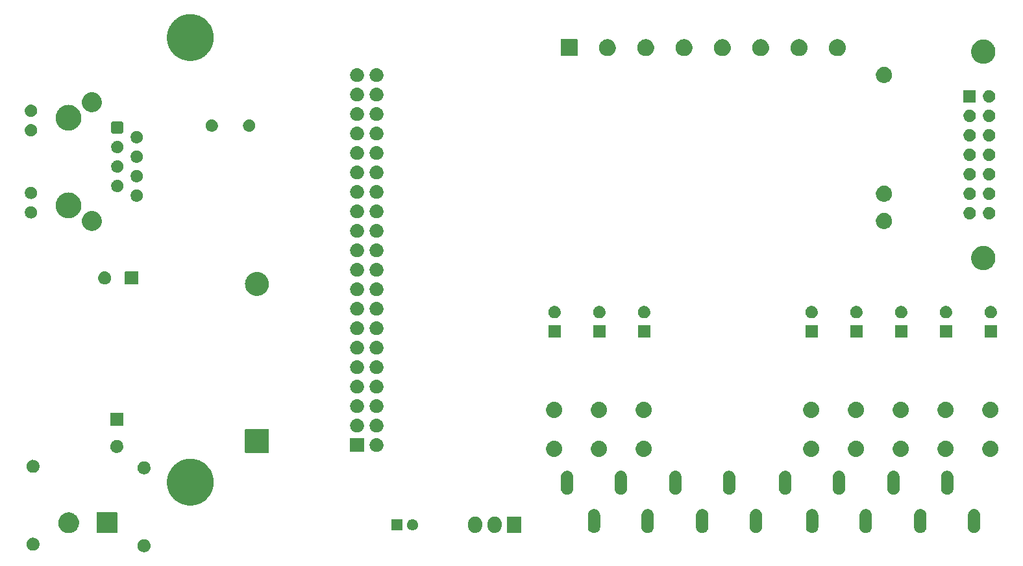
<source format=gbr>
G04 #@! TF.GenerationSoftware,KiCad,Pcbnew,5.99.0-unknown-c3175b4~86~ubuntu16.04.1*
G04 #@! TF.CreationDate,2019-12-02T17:49:09+01:00*
G04 #@! TF.ProjectId,OpenPLC,4f70656e-504c-4432-9e6b-696361645f70,0.01*
G04 #@! TF.SameCoordinates,Original*
G04 #@! TF.FileFunction,Soldermask,Bot*
G04 #@! TF.FilePolarity,Negative*
%FSLAX46Y46*%
G04 Gerber Fmt 4.6, Leading zero omitted, Abs format (unit mm)*
G04 Created by KiCad (PCBNEW 5.99.0-unknown-c3175b4~86~ubuntu16.04.1) date 2019-12-02 17:49:09*
%MOMM*%
%LPD*%
G04 APERTURE LIST*
%ADD10C,0.100000*%
G04 APERTURE END LIST*
D10*
G36*
X108087270Y-134739207D02*
G01*
X108211689Y-134758468D01*
X108216690Y-134760632D01*
X108225865Y-134762151D01*
X108298903Y-134796209D01*
X108367312Y-134825813D01*
X108377129Y-134832687D01*
X108393440Y-134840293D01*
X108452726Y-134885621D01*
X108508929Y-134924974D01*
X108521276Y-134938030D01*
X108540327Y-134952596D01*
X108584657Y-135005054D01*
X108627715Y-135050586D01*
X108640335Y-135070939D01*
X108659671Y-135093821D01*
X108688930Y-135149316D01*
X108718819Y-135197522D01*
X108729150Y-135225599D01*
X108745905Y-135257379D01*
X108760983Y-135312119D01*
X108778516Y-135359772D01*
X108783882Y-135395253D01*
X108795006Y-135435639D01*
X108797666Y-135486403D01*
X108804368Y-135530716D01*
X108802178Y-135572495D01*
X108804683Y-135620284D01*
X108797354Y-135664556D01*
X108795320Y-135703363D01*
X108783272Y-135749617D01*
X108774484Y-135802700D01*
X108760035Y-135838825D01*
X108751741Y-135870667D01*
X108728009Y-135918896D01*
X108705819Y-135974376D01*
X108687303Y-136001621D01*
X108675413Y-136025785D01*
X108638825Y-136072954D01*
X108601890Y-136127302D01*
X108582296Y-136145832D01*
X108569447Y-136162396D01*
X108519605Y-136205116D01*
X108467548Y-136254344D01*
X108449557Y-136265154D01*
X108438185Y-136274901D01*
X108375589Y-136309598D01*
X108309059Y-136349574D01*
X108294838Y-136354360D01*
X108286972Y-136358720D01*
X108212991Y-136381904D01*
X108133817Y-136408549D01*
X108124863Y-136409522D01*
X108122000Y-136410419D01*
X108038954Y-136418854D01*
X107996191Y-136423500D01*
X107919689Y-136423500D01*
X107812730Y-136405793D01*
X107688311Y-136386532D01*
X107683310Y-136384368D01*
X107674135Y-136382849D01*
X107601097Y-136348791D01*
X107532688Y-136319187D01*
X107522871Y-136312313D01*
X107506560Y-136304707D01*
X107447274Y-136259379D01*
X107391071Y-136220026D01*
X107378724Y-136206970D01*
X107359673Y-136192404D01*
X107315343Y-136139946D01*
X107272285Y-136094414D01*
X107259665Y-136074061D01*
X107240329Y-136051179D01*
X107211070Y-135995684D01*
X107181181Y-135947478D01*
X107170850Y-135919401D01*
X107154095Y-135887621D01*
X107139017Y-135832881D01*
X107121484Y-135785228D01*
X107116118Y-135749747D01*
X107104994Y-135709361D01*
X107102334Y-135658597D01*
X107095632Y-135614284D01*
X107097822Y-135572505D01*
X107095317Y-135524716D01*
X107102646Y-135480444D01*
X107104680Y-135441637D01*
X107116728Y-135395383D01*
X107125516Y-135342300D01*
X107139965Y-135306175D01*
X107148259Y-135274333D01*
X107171991Y-135226104D01*
X107194181Y-135170624D01*
X107212697Y-135143379D01*
X107224587Y-135119215D01*
X107261175Y-135072046D01*
X107298110Y-135017698D01*
X107317704Y-134999168D01*
X107330553Y-134982604D01*
X107380395Y-134939884D01*
X107432452Y-134890656D01*
X107450443Y-134879846D01*
X107461815Y-134870099D01*
X107524411Y-134835402D01*
X107590941Y-134795426D01*
X107605162Y-134790640D01*
X107613028Y-134786280D01*
X107687009Y-134763096D01*
X107766183Y-134736451D01*
X107775137Y-134735478D01*
X107778000Y-134734581D01*
X107861046Y-134726146D01*
X107903809Y-134721500D01*
X107980311Y-134721500D01*
X108087270Y-134739207D01*
X108087270Y-134739207D01*
G37*
G36*
X93474976Y-134529826D02*
G01*
X93516766Y-134527782D01*
X93561056Y-134534639D01*
X93611810Y-134537476D01*
X93652163Y-134548743D01*
X93687621Y-134554232D01*
X93735204Y-134571928D01*
X93789898Y-134587199D01*
X93821622Y-134604067D01*
X93849659Y-134614494D01*
X93897757Y-134644549D01*
X93953153Y-134674004D01*
X93975968Y-134693421D01*
X93996271Y-134706108D01*
X94041641Y-134749313D01*
X94093961Y-134793841D01*
X94108463Y-134812947D01*
X94121472Y-134825335D01*
X94160616Y-134881655D01*
X94205751Y-134941118D01*
X94213302Y-134957459D01*
X94220142Y-134967301D01*
X94249508Y-135035817D01*
X94283307Y-135108965D01*
X94285885Y-135120692D01*
X94288247Y-135126202D01*
X94304429Y-135205036D01*
X94323011Y-135289551D01*
X94322345Y-135480388D01*
X94303181Y-135564738D01*
X94286443Y-135643485D01*
X94284041Y-135648982D01*
X94281381Y-135660692D01*
X94247069Y-135733609D01*
X94217227Y-135801915D01*
X94210318Y-135811709D01*
X94202655Y-135827994D01*
X94157114Y-135887130D01*
X94117570Y-135943187D01*
X94104472Y-135955487D01*
X94089840Y-135974487D01*
X94037227Y-136018635D01*
X93991544Y-136061534D01*
X93971147Y-136074082D01*
X93948199Y-136093338D01*
X93892600Y-136122405D01*
X93844293Y-136152123D01*
X93816184Y-136162354D01*
X93784341Y-136179001D01*
X93729534Y-136193892D01*
X93681831Y-136211254D01*
X93646340Y-136216495D01*
X93605911Y-136227479D01*
X93555139Y-136229962D01*
X93510803Y-136236509D01*
X93469027Y-136234174D01*
X93421233Y-136236511D01*
X93376992Y-136229028D01*
X93338189Y-136226859D01*
X93291980Y-136214650D01*
X93238923Y-136205676D01*
X93202839Y-136191097D01*
X93171035Y-136182694D01*
X93122897Y-136158799D01*
X93067488Y-136136412D01*
X93040311Y-136117804D01*
X93016182Y-136105826D01*
X92969128Y-136069063D01*
X92914926Y-136031950D01*
X92896469Y-136012295D01*
X92879950Y-135999389D01*
X92837400Y-135949393D01*
X92788354Y-135897164D01*
X92777608Y-135879138D01*
X92767896Y-135867726D01*
X92733401Y-135804981D01*
X92693678Y-135738344D01*
X92688943Y-135724111D01*
X92684610Y-135716229D01*
X92661692Y-135642192D01*
X92635314Y-135562898D01*
X92634372Y-135553934D01*
X92633486Y-135551072D01*
X92625347Y-135468068D01*
X92615987Y-135379012D01*
X92625967Y-135290044D01*
X92634687Y-135207078D01*
X92635593Y-135204220D01*
X92636598Y-135195265D01*
X92663530Y-135116153D01*
X92686963Y-135042281D01*
X92691350Y-135034432D01*
X92696184Y-135020231D01*
X92736382Y-134953857D01*
X92771304Y-134891371D01*
X92781092Y-134880031D01*
X92791967Y-134862075D01*
X92841385Y-134810181D01*
X92884273Y-134760495D01*
X92900879Y-134747707D01*
X92919477Y-134728177D01*
X92973952Y-134691433D01*
X93021250Y-134655009D01*
X93045458Y-134643202D01*
X93072765Y-134624783D01*
X93128319Y-134602787D01*
X93176633Y-134579223D01*
X93208503Y-134571040D01*
X93244679Y-134556717D01*
X93297795Y-134548114D01*
X93344088Y-134536228D01*
X93382903Y-134534330D01*
X93427199Y-134527155D01*
X93474976Y-134529826D01*
X93474976Y-134529826D01*
G37*
G36*
X98221077Y-131240076D02*
G01*
X98303324Y-131244027D01*
X98333612Y-131250714D01*
X98361732Y-131253372D01*
X98443474Y-131274969D01*
X98527206Y-131293455D01*
X98552660Y-131303817D01*
X98576521Y-131310121D01*
X98657046Y-131346310D01*
X98739558Y-131379899D01*
X98759889Y-131392529D01*
X98779158Y-131401189D01*
X98855847Y-131452141D01*
X98934310Y-131500885D01*
X98949577Y-131514415D01*
X98964195Y-131524128D01*
X99034356Y-131589554D01*
X99105893Y-131652956D01*
X99116443Y-131666101D01*
X99126669Y-131675637D01*
X99187650Y-131754823D01*
X99249400Y-131831762D01*
X99255868Y-131843407D01*
X99262220Y-131851655D01*
X99311526Y-131943610D01*
X99360729Y-132032192D01*
X99363966Y-132041410D01*
X99367200Y-132047441D01*
X99402557Y-132151301D01*
X99436696Y-132248514D01*
X99437738Y-132254644D01*
X99438793Y-132257742D01*
X99458260Y-132375336D01*
X99475129Y-132474543D01*
X99472456Y-132729728D01*
X99468049Y-132752724D01*
X99467713Y-132766453D01*
X99447488Y-132859995D01*
X99429298Y-132954903D01*
X99423795Y-132969584D01*
X99421091Y-132982088D01*
X99383770Y-133076351D01*
X99348818Y-133169586D01*
X99342706Y-133180066D01*
X99339310Y-133188644D01*
X99284718Y-133279500D01*
X99233316Y-133367640D01*
X99227803Y-133374222D01*
X99224891Y-133379068D01*
X99152314Y-133464346D01*
X99086096Y-133543402D01*
X99082256Y-133546664D01*
X99080904Y-133548253D01*
X98983109Y-133630895D01*
X98911366Y-133691846D01*
X98830230Y-133739926D01*
X98720397Y-133805399D01*
X98718459Y-133806158D01*
X98714123Y-133808728D01*
X98617809Y-133845603D01*
X98513560Y-133886458D01*
X98508029Y-133887634D01*
X98500007Y-133890705D01*
X98399834Y-133910631D01*
X98296248Y-133932648D01*
X98287044Y-133933066D01*
X98275139Y-133935434D01*
X98175567Y-133938128D01*
X98074329Y-133942726D01*
X98061630Y-133941212D01*
X98045950Y-133941636D01*
X97950241Y-133927929D01*
X97853729Y-133916421D01*
X97838026Y-133911859D01*
X97818992Y-133909133D01*
X97729985Y-133880470D01*
X97640391Y-133854441D01*
X97622424Y-133845833D01*
X97600756Y-133838855D01*
X97520768Y-133797127D01*
X97440043Y-133758450D01*
X97420800Y-133744976D01*
X97397481Y-133732811D01*
X97328344Y-133680238D01*
X97258066Y-133631029D01*
X97238730Y-133612094D01*
X97214979Y-133594033D01*
X97157990Y-133533027D01*
X97099336Y-133475588D01*
X97081251Y-133450878D01*
X97058469Y-133426490D01*
X97014461Y-133359622D01*
X96968129Y-133296317D01*
X96952711Y-133265794D01*
X96932426Y-133234972D01*
X96901699Y-133164808D01*
X96867965Y-133098026D01*
X96856673Y-133061992D01*
X96840453Y-133024955D01*
X96822819Y-132953965D01*
X96801531Y-132886035D01*
X96795779Y-132845111D01*
X96785181Y-132802444D01*
X96780017Y-132732957D01*
X96770612Y-132666035D01*
X96771709Y-132621154D01*
X96768190Y-132573801D01*
X96774477Y-132507910D01*
X96776040Y-132443943D01*
X96785122Y-132396330D01*
X96789966Y-132345565D01*
X96806348Y-132285060D01*
X96817667Y-132225724D01*
X96835641Y-132176873D01*
X96849886Y-132124260D01*
X96874757Y-132070557D01*
X96894379Y-132017226D01*
X96921858Y-131968854D01*
X96946236Y-131916216D01*
X96977808Y-131870364D01*
X97004112Y-131824061D01*
X97041381Y-131778038D01*
X97076263Y-131727379D01*
X97112659Y-131690017D01*
X97143917Y-131651417D01*
X97190878Y-131609722D01*
X97236247Y-131563150D01*
X97275579Y-131534521D01*
X97310049Y-131503917D01*
X97366235Y-131468535D01*
X97421615Y-131428225D01*
X97462049Y-131408197D01*
X97498035Y-131385536D01*
X97562571Y-131358408D01*
X97627067Y-131326462D01*
X97666923Y-131314542D01*
X97702836Y-131299446D01*
X97774443Y-131282387D01*
X97846727Y-131260769D01*
X97884523Y-131256162D01*
X97918942Y-131247962D01*
X97995984Y-131242575D01*
X98074315Y-131233027D01*
X98108831Y-131234685D01*
X98140566Y-131232466D01*
X98221077Y-131240076D01*
X98221077Y-131240076D01*
G37*
G36*
X104443899Y-131239959D02*
G01*
X104460769Y-131251231D01*
X104472041Y-131268101D01*
X104478448Y-131300312D01*
X104478448Y-133875688D01*
X104475999Y-133888000D01*
X104472041Y-133907899D01*
X104460769Y-133924769D01*
X104443899Y-133936041D01*
X104424000Y-133939999D01*
X104411688Y-133942448D01*
X101836312Y-133942448D01*
X101804101Y-133936041D01*
X101787231Y-133924769D01*
X101775959Y-133907899D01*
X101769552Y-133875688D01*
X101769552Y-131300312D01*
X101775959Y-131268101D01*
X101787231Y-131251231D01*
X101804101Y-131239959D01*
X101836312Y-131233552D01*
X104411688Y-131233552D01*
X104443899Y-131239959D01*
X104443899Y-131239959D01*
G37*
G36*
X202136205Y-130805001D02*
G01*
X202172605Y-130805001D01*
X202219120Y-130814888D01*
X202272984Y-130821311D01*
X202308004Y-130833781D01*
X202338133Y-130840185D01*
X202386642Y-130861782D01*
X202443120Y-130881893D01*
X202469702Y-130898763D01*
X202492714Y-130909008D01*
X202540129Y-130943457D01*
X202595606Y-130978664D01*
X202613789Y-130996975D01*
X202629617Y-131008474D01*
X202672457Y-131056053D01*
X202722865Y-131106813D01*
X202733530Y-131123881D01*
X202742846Y-131134227D01*
X202777481Y-131194217D01*
X202818568Y-131259970D01*
X202823317Y-131273609D01*
X202827455Y-131280775D01*
X202850330Y-131351176D01*
X202877962Y-131430525D01*
X202878938Y-131439223D01*
X202879745Y-131441708D01*
X202887617Y-131516602D01*
X202893000Y-131564594D01*
X202893000Y-133160712D01*
X202892531Y-133164646D01*
X202879745Y-133286292D01*
X202877029Y-133294652D01*
X202875379Y-133308487D01*
X202848858Y-133381352D01*
X202827455Y-133447225D01*
X202820494Y-133459281D01*
X202813610Y-133478196D01*
X202774852Y-133538336D01*
X202742846Y-133593773D01*
X202729758Y-133608308D01*
X202715777Y-133630003D01*
X202668822Y-133675984D01*
X202629617Y-133719526D01*
X202609242Y-133734329D01*
X202586743Y-133756362D01*
X202535675Y-133787779D01*
X202492716Y-133818991D01*
X202464576Y-133831520D01*
X202432921Y-133850994D01*
X202381579Y-133868472D01*
X202338132Y-133887816D01*
X202302524Y-133895385D01*
X202261956Y-133909195D01*
X202213676Y-133914270D01*
X202172606Y-133922999D01*
X202130621Y-133922999D01*
X202082346Y-133928073D01*
X202039795Y-133922999D01*
X202003395Y-133922999D01*
X201956880Y-133913112D01*
X201903016Y-133906689D01*
X201867996Y-133894219D01*
X201837867Y-133887815D01*
X201789358Y-133866218D01*
X201732880Y-133846107D01*
X201706298Y-133829237D01*
X201683286Y-133818992D01*
X201635874Y-133784545D01*
X201580394Y-133749336D01*
X201562209Y-133731024D01*
X201546384Y-133719526D01*
X201503548Y-133671951D01*
X201453136Y-133621187D01*
X201442471Y-133604119D01*
X201433155Y-133593773D01*
X201398520Y-133533783D01*
X201357433Y-133468030D01*
X201352684Y-133454391D01*
X201348546Y-133447225D01*
X201325671Y-133376824D01*
X201298039Y-133297475D01*
X201297063Y-133288777D01*
X201296256Y-133286292D01*
X201288384Y-133211398D01*
X201283001Y-133163406D01*
X201283000Y-131567289D01*
X201283469Y-131563355D01*
X201296255Y-131441709D01*
X201298971Y-131433349D01*
X201300621Y-131419514D01*
X201327138Y-131346659D01*
X201348545Y-131280774D01*
X201355507Y-131268715D01*
X201362390Y-131249805D01*
X201401141Y-131189675D01*
X201433153Y-131134229D01*
X201446242Y-131119692D01*
X201460223Y-131097998D01*
X201507175Y-131052019D01*
X201546383Y-131008474D01*
X201566759Y-130993670D01*
X201589257Y-130971638D01*
X201640325Y-130940221D01*
X201683284Y-130909009D01*
X201711424Y-130896480D01*
X201743079Y-130877006D01*
X201794421Y-130859528D01*
X201837868Y-130840184D01*
X201873476Y-130832615D01*
X201914044Y-130818805D01*
X201962324Y-130813730D01*
X202003394Y-130805001D01*
X202045379Y-130805001D01*
X202093654Y-130799927D01*
X202136205Y-130805001D01*
X202136205Y-130805001D01*
G37*
G36*
X173688205Y-130805001D02*
G01*
X173724605Y-130805001D01*
X173771120Y-130814888D01*
X173824984Y-130821311D01*
X173860004Y-130833781D01*
X173890133Y-130840185D01*
X173938642Y-130861782D01*
X173995120Y-130881893D01*
X174021702Y-130898763D01*
X174044714Y-130909008D01*
X174092129Y-130943457D01*
X174147606Y-130978664D01*
X174165789Y-130996975D01*
X174181617Y-131008474D01*
X174224457Y-131056053D01*
X174274865Y-131106813D01*
X174285530Y-131123881D01*
X174294846Y-131134227D01*
X174329481Y-131194217D01*
X174370568Y-131259970D01*
X174375317Y-131273609D01*
X174379455Y-131280775D01*
X174402330Y-131351176D01*
X174429962Y-131430525D01*
X174430938Y-131439223D01*
X174431745Y-131441708D01*
X174439617Y-131516602D01*
X174445000Y-131564594D01*
X174445000Y-133160712D01*
X174444531Y-133164646D01*
X174431745Y-133286292D01*
X174429029Y-133294652D01*
X174427379Y-133308487D01*
X174400858Y-133381352D01*
X174379455Y-133447225D01*
X174372494Y-133459281D01*
X174365610Y-133478196D01*
X174326852Y-133538336D01*
X174294846Y-133593773D01*
X174281758Y-133608308D01*
X174267777Y-133630003D01*
X174220822Y-133675984D01*
X174181617Y-133719526D01*
X174161242Y-133734329D01*
X174138743Y-133756362D01*
X174087675Y-133787779D01*
X174044716Y-133818991D01*
X174016576Y-133831520D01*
X173984921Y-133850994D01*
X173933579Y-133868472D01*
X173890132Y-133887816D01*
X173854524Y-133895385D01*
X173813956Y-133909195D01*
X173765676Y-133914270D01*
X173724606Y-133922999D01*
X173682621Y-133922999D01*
X173634346Y-133928073D01*
X173591795Y-133922999D01*
X173555395Y-133922999D01*
X173508880Y-133913112D01*
X173455016Y-133906689D01*
X173419996Y-133894219D01*
X173389867Y-133887815D01*
X173341358Y-133866218D01*
X173284880Y-133846107D01*
X173258298Y-133829237D01*
X173235286Y-133818992D01*
X173187874Y-133784545D01*
X173132394Y-133749336D01*
X173114209Y-133731024D01*
X173098384Y-133719526D01*
X173055548Y-133671951D01*
X173005136Y-133621187D01*
X172994471Y-133604119D01*
X172985155Y-133593773D01*
X172950520Y-133533783D01*
X172909433Y-133468030D01*
X172904684Y-133454391D01*
X172900546Y-133447225D01*
X172877671Y-133376824D01*
X172850039Y-133297475D01*
X172849063Y-133288777D01*
X172848256Y-133286292D01*
X172840384Y-133211398D01*
X172835001Y-133163406D01*
X172835000Y-131567289D01*
X172835469Y-131563355D01*
X172848255Y-131441709D01*
X172850971Y-131433349D01*
X172852621Y-131419514D01*
X172879138Y-131346659D01*
X172900545Y-131280774D01*
X172907507Y-131268715D01*
X172914390Y-131249805D01*
X172953141Y-131189675D01*
X172985153Y-131134229D01*
X172998242Y-131119692D01*
X173012223Y-131097998D01*
X173059175Y-131052019D01*
X173098383Y-131008474D01*
X173118759Y-130993670D01*
X173141257Y-130971638D01*
X173192325Y-130940221D01*
X173235284Y-130909009D01*
X173263424Y-130896480D01*
X173295079Y-130877006D01*
X173346421Y-130859528D01*
X173389868Y-130840184D01*
X173425476Y-130832615D01*
X173466044Y-130818805D01*
X173514324Y-130813730D01*
X173555394Y-130805001D01*
X173597379Y-130805001D01*
X173645654Y-130799927D01*
X173688205Y-130805001D01*
X173688205Y-130805001D01*
G37*
G36*
X166688205Y-130805001D02*
G01*
X166724605Y-130805001D01*
X166771120Y-130814888D01*
X166824984Y-130821311D01*
X166860004Y-130833781D01*
X166890133Y-130840185D01*
X166938642Y-130861782D01*
X166995120Y-130881893D01*
X167021702Y-130898763D01*
X167044714Y-130909008D01*
X167092129Y-130943457D01*
X167147606Y-130978664D01*
X167165789Y-130996975D01*
X167181617Y-131008474D01*
X167224457Y-131056053D01*
X167274865Y-131106813D01*
X167285530Y-131123881D01*
X167294846Y-131134227D01*
X167329481Y-131194217D01*
X167370568Y-131259970D01*
X167375317Y-131273609D01*
X167379455Y-131280775D01*
X167402330Y-131351176D01*
X167429962Y-131430525D01*
X167430938Y-131439223D01*
X167431745Y-131441708D01*
X167439617Y-131516602D01*
X167445000Y-131564594D01*
X167445000Y-133160712D01*
X167444531Y-133164646D01*
X167431745Y-133286292D01*
X167429029Y-133294652D01*
X167427379Y-133308487D01*
X167400858Y-133381352D01*
X167379455Y-133447225D01*
X167372494Y-133459281D01*
X167365610Y-133478196D01*
X167326852Y-133538336D01*
X167294846Y-133593773D01*
X167281758Y-133608308D01*
X167267777Y-133630003D01*
X167220822Y-133675984D01*
X167181617Y-133719526D01*
X167161242Y-133734329D01*
X167138743Y-133756362D01*
X167087675Y-133787779D01*
X167044716Y-133818991D01*
X167016576Y-133831520D01*
X166984921Y-133850994D01*
X166933579Y-133868472D01*
X166890132Y-133887816D01*
X166854524Y-133895385D01*
X166813956Y-133909195D01*
X166765676Y-133914270D01*
X166724606Y-133922999D01*
X166682621Y-133922999D01*
X166634346Y-133928073D01*
X166591795Y-133922999D01*
X166555395Y-133922999D01*
X166508880Y-133913112D01*
X166455016Y-133906689D01*
X166419996Y-133894219D01*
X166389867Y-133887815D01*
X166341358Y-133866218D01*
X166284880Y-133846107D01*
X166258298Y-133829237D01*
X166235286Y-133818992D01*
X166187874Y-133784545D01*
X166132394Y-133749336D01*
X166114209Y-133731024D01*
X166098384Y-133719526D01*
X166055548Y-133671951D01*
X166005136Y-133621187D01*
X165994471Y-133604119D01*
X165985155Y-133593773D01*
X165950520Y-133533783D01*
X165909433Y-133468030D01*
X165904684Y-133454391D01*
X165900546Y-133447225D01*
X165877671Y-133376824D01*
X165850039Y-133297475D01*
X165849063Y-133288777D01*
X165848256Y-133286292D01*
X165840384Y-133211398D01*
X165835001Y-133163406D01*
X165835000Y-131567289D01*
X165835469Y-131563355D01*
X165848255Y-131441709D01*
X165850971Y-131433349D01*
X165852621Y-131419514D01*
X165879138Y-131346659D01*
X165900545Y-131280774D01*
X165907507Y-131268715D01*
X165914390Y-131249805D01*
X165953141Y-131189675D01*
X165985153Y-131134229D01*
X165998242Y-131119692D01*
X166012223Y-131097998D01*
X166059175Y-131052019D01*
X166098383Y-131008474D01*
X166118759Y-130993670D01*
X166141257Y-130971638D01*
X166192325Y-130940221D01*
X166235284Y-130909009D01*
X166263424Y-130896480D01*
X166295079Y-130877006D01*
X166346421Y-130859528D01*
X166389868Y-130840184D01*
X166425476Y-130832615D01*
X166466044Y-130818805D01*
X166514324Y-130813730D01*
X166555394Y-130805001D01*
X166597379Y-130805001D01*
X166645654Y-130799927D01*
X166688205Y-130805001D01*
X166688205Y-130805001D01*
G37*
G36*
X180810605Y-130805001D02*
G01*
X180847005Y-130805001D01*
X180893520Y-130814888D01*
X180947384Y-130821311D01*
X180982404Y-130833781D01*
X181012533Y-130840185D01*
X181061042Y-130861782D01*
X181117520Y-130881893D01*
X181144102Y-130898763D01*
X181167114Y-130909008D01*
X181214529Y-130943457D01*
X181270006Y-130978664D01*
X181288189Y-130996975D01*
X181304017Y-131008474D01*
X181346857Y-131056053D01*
X181397265Y-131106813D01*
X181407930Y-131123881D01*
X181417246Y-131134227D01*
X181451881Y-131194217D01*
X181492968Y-131259970D01*
X181497717Y-131273609D01*
X181501855Y-131280775D01*
X181524730Y-131351176D01*
X181552362Y-131430525D01*
X181553338Y-131439223D01*
X181554145Y-131441708D01*
X181562017Y-131516602D01*
X181567400Y-131564594D01*
X181567400Y-133160712D01*
X181566931Y-133164646D01*
X181554145Y-133286292D01*
X181551429Y-133294652D01*
X181549779Y-133308487D01*
X181523258Y-133381352D01*
X181501855Y-133447225D01*
X181494894Y-133459281D01*
X181488010Y-133478196D01*
X181449252Y-133538336D01*
X181417246Y-133593773D01*
X181404158Y-133608308D01*
X181390177Y-133630003D01*
X181343222Y-133675984D01*
X181304017Y-133719526D01*
X181283642Y-133734329D01*
X181261143Y-133756362D01*
X181210075Y-133787779D01*
X181167116Y-133818991D01*
X181138976Y-133831520D01*
X181107321Y-133850994D01*
X181055979Y-133868472D01*
X181012532Y-133887816D01*
X180976924Y-133895385D01*
X180936356Y-133909195D01*
X180888076Y-133914270D01*
X180847006Y-133922999D01*
X180805021Y-133922999D01*
X180756746Y-133928073D01*
X180714195Y-133922999D01*
X180677795Y-133922999D01*
X180631280Y-133913112D01*
X180577416Y-133906689D01*
X180542396Y-133894219D01*
X180512267Y-133887815D01*
X180463758Y-133866218D01*
X180407280Y-133846107D01*
X180380698Y-133829237D01*
X180357686Y-133818992D01*
X180310274Y-133784545D01*
X180254794Y-133749336D01*
X180236609Y-133731024D01*
X180220784Y-133719526D01*
X180177948Y-133671951D01*
X180127536Y-133621187D01*
X180116871Y-133604119D01*
X180107555Y-133593773D01*
X180072920Y-133533783D01*
X180031833Y-133468030D01*
X180027084Y-133454391D01*
X180022946Y-133447225D01*
X180000071Y-133376824D01*
X179972439Y-133297475D01*
X179971463Y-133288777D01*
X179970656Y-133286292D01*
X179962784Y-133211398D01*
X179957401Y-133163406D01*
X179957400Y-131567289D01*
X179957869Y-131563355D01*
X179970655Y-131441709D01*
X179973371Y-131433349D01*
X179975021Y-131419514D01*
X180001538Y-131346659D01*
X180022945Y-131280774D01*
X180029907Y-131268715D01*
X180036790Y-131249805D01*
X180075541Y-131189675D01*
X180107553Y-131134229D01*
X180120642Y-131119692D01*
X180134623Y-131097998D01*
X180181575Y-131052019D01*
X180220783Y-131008474D01*
X180241159Y-130993670D01*
X180263657Y-130971638D01*
X180314725Y-130940221D01*
X180357684Y-130909009D01*
X180385824Y-130896480D01*
X180417479Y-130877006D01*
X180468821Y-130859528D01*
X180512268Y-130840184D01*
X180547876Y-130832615D01*
X180588444Y-130818805D01*
X180636724Y-130813730D01*
X180677794Y-130805001D01*
X180719779Y-130805001D01*
X180768054Y-130799927D01*
X180810605Y-130805001D01*
X180810605Y-130805001D01*
G37*
G36*
X187810605Y-130805001D02*
G01*
X187847005Y-130805001D01*
X187893520Y-130814888D01*
X187947384Y-130821311D01*
X187982404Y-130833781D01*
X188012533Y-130840185D01*
X188061042Y-130861782D01*
X188117520Y-130881893D01*
X188144102Y-130898763D01*
X188167114Y-130909008D01*
X188214529Y-130943457D01*
X188270006Y-130978664D01*
X188288189Y-130996975D01*
X188304017Y-131008474D01*
X188346857Y-131056053D01*
X188397265Y-131106813D01*
X188407930Y-131123881D01*
X188417246Y-131134227D01*
X188451881Y-131194217D01*
X188492968Y-131259970D01*
X188497717Y-131273609D01*
X188501855Y-131280775D01*
X188524730Y-131351176D01*
X188552362Y-131430525D01*
X188553338Y-131439223D01*
X188554145Y-131441708D01*
X188562017Y-131516602D01*
X188567400Y-131564594D01*
X188567400Y-133160712D01*
X188566931Y-133164646D01*
X188554145Y-133286292D01*
X188551429Y-133294652D01*
X188549779Y-133308487D01*
X188523258Y-133381352D01*
X188501855Y-133447225D01*
X188494894Y-133459281D01*
X188488010Y-133478196D01*
X188449252Y-133538336D01*
X188417246Y-133593773D01*
X188404158Y-133608308D01*
X188390177Y-133630003D01*
X188343222Y-133675984D01*
X188304017Y-133719526D01*
X188283642Y-133734329D01*
X188261143Y-133756362D01*
X188210075Y-133787779D01*
X188167116Y-133818991D01*
X188138976Y-133831520D01*
X188107321Y-133850994D01*
X188055979Y-133868472D01*
X188012532Y-133887816D01*
X187976924Y-133895385D01*
X187936356Y-133909195D01*
X187888076Y-133914270D01*
X187847006Y-133922999D01*
X187805021Y-133922999D01*
X187756746Y-133928073D01*
X187714195Y-133922999D01*
X187677795Y-133922999D01*
X187631280Y-133913112D01*
X187577416Y-133906689D01*
X187542396Y-133894219D01*
X187512267Y-133887815D01*
X187463758Y-133866218D01*
X187407280Y-133846107D01*
X187380698Y-133829237D01*
X187357686Y-133818992D01*
X187310274Y-133784545D01*
X187254794Y-133749336D01*
X187236609Y-133731024D01*
X187220784Y-133719526D01*
X187177948Y-133671951D01*
X187127536Y-133621187D01*
X187116871Y-133604119D01*
X187107555Y-133593773D01*
X187072920Y-133533783D01*
X187031833Y-133468030D01*
X187027084Y-133454391D01*
X187022946Y-133447225D01*
X187000071Y-133376824D01*
X186972439Y-133297475D01*
X186971463Y-133288777D01*
X186970656Y-133286292D01*
X186962784Y-133211398D01*
X186957401Y-133163406D01*
X186957400Y-131567289D01*
X186957869Y-131563355D01*
X186970655Y-131441709D01*
X186973371Y-131433349D01*
X186975021Y-131419514D01*
X187001538Y-131346659D01*
X187022945Y-131280774D01*
X187029907Y-131268715D01*
X187036790Y-131249805D01*
X187075541Y-131189675D01*
X187107553Y-131134229D01*
X187120642Y-131119692D01*
X187134623Y-131097998D01*
X187181575Y-131052019D01*
X187220783Y-131008474D01*
X187241159Y-130993670D01*
X187263657Y-130971638D01*
X187314725Y-130940221D01*
X187357684Y-130909009D01*
X187385824Y-130896480D01*
X187417479Y-130877006D01*
X187468821Y-130859528D01*
X187512268Y-130840184D01*
X187547876Y-130832615D01*
X187588444Y-130818805D01*
X187636724Y-130813730D01*
X187677794Y-130805001D01*
X187719779Y-130805001D01*
X187768054Y-130799927D01*
X187810605Y-130805001D01*
X187810605Y-130805001D01*
G37*
G36*
X216258605Y-130805001D02*
G01*
X216295005Y-130805001D01*
X216341520Y-130814888D01*
X216395384Y-130821311D01*
X216430404Y-130833781D01*
X216460533Y-130840185D01*
X216509042Y-130861782D01*
X216565520Y-130881893D01*
X216592102Y-130898763D01*
X216615114Y-130909008D01*
X216662529Y-130943457D01*
X216718006Y-130978664D01*
X216736189Y-130996975D01*
X216752017Y-131008474D01*
X216794857Y-131056053D01*
X216845265Y-131106813D01*
X216855930Y-131123881D01*
X216865246Y-131134227D01*
X216899881Y-131194217D01*
X216940968Y-131259970D01*
X216945717Y-131273609D01*
X216949855Y-131280775D01*
X216972730Y-131351176D01*
X217000362Y-131430525D01*
X217001338Y-131439223D01*
X217002145Y-131441708D01*
X217010017Y-131516602D01*
X217015400Y-131564594D01*
X217015400Y-133160712D01*
X217014931Y-133164646D01*
X217002145Y-133286292D01*
X216999429Y-133294652D01*
X216997779Y-133308487D01*
X216971258Y-133381352D01*
X216949855Y-133447225D01*
X216942894Y-133459281D01*
X216936010Y-133478196D01*
X216897252Y-133538336D01*
X216865246Y-133593773D01*
X216852158Y-133608308D01*
X216838177Y-133630003D01*
X216791222Y-133675984D01*
X216752017Y-133719526D01*
X216731642Y-133734329D01*
X216709143Y-133756362D01*
X216658075Y-133787779D01*
X216615116Y-133818991D01*
X216586976Y-133831520D01*
X216555321Y-133850994D01*
X216503979Y-133868472D01*
X216460532Y-133887816D01*
X216424924Y-133895385D01*
X216384356Y-133909195D01*
X216336076Y-133914270D01*
X216295006Y-133922999D01*
X216253021Y-133922999D01*
X216204746Y-133928073D01*
X216162195Y-133922999D01*
X216125795Y-133922999D01*
X216079280Y-133913112D01*
X216025416Y-133906689D01*
X215990396Y-133894219D01*
X215960267Y-133887815D01*
X215911758Y-133866218D01*
X215855280Y-133846107D01*
X215828698Y-133829237D01*
X215805686Y-133818992D01*
X215758274Y-133784545D01*
X215702794Y-133749336D01*
X215684609Y-133731024D01*
X215668784Y-133719526D01*
X215625948Y-133671951D01*
X215575536Y-133621187D01*
X215564871Y-133604119D01*
X215555555Y-133593773D01*
X215520920Y-133533783D01*
X215479833Y-133468030D01*
X215475084Y-133454391D01*
X215470946Y-133447225D01*
X215448071Y-133376824D01*
X215420439Y-133297475D01*
X215419463Y-133288777D01*
X215418656Y-133286292D01*
X215410784Y-133211398D01*
X215405401Y-133163406D01*
X215405400Y-131567289D01*
X215405869Y-131563355D01*
X215418655Y-131441709D01*
X215421371Y-131433349D01*
X215423021Y-131419514D01*
X215449538Y-131346659D01*
X215470945Y-131280774D01*
X215477907Y-131268715D01*
X215484790Y-131249805D01*
X215523541Y-131189675D01*
X215555553Y-131134229D01*
X215568642Y-131119692D01*
X215582623Y-131097998D01*
X215629575Y-131052019D01*
X215668783Y-131008474D01*
X215689159Y-130993670D01*
X215711657Y-130971638D01*
X215762725Y-130940221D01*
X215805684Y-130909009D01*
X215833824Y-130896480D01*
X215865479Y-130877006D01*
X215916821Y-130859528D01*
X215960268Y-130840184D01*
X215995876Y-130832615D01*
X216036444Y-130818805D01*
X216084724Y-130813730D01*
X216125794Y-130805001D01*
X216167779Y-130805001D01*
X216216054Y-130799927D01*
X216258605Y-130805001D01*
X216258605Y-130805001D01*
G37*
G36*
X209258605Y-130805001D02*
G01*
X209295005Y-130805001D01*
X209341520Y-130814888D01*
X209395384Y-130821311D01*
X209430404Y-130833781D01*
X209460533Y-130840185D01*
X209509042Y-130861782D01*
X209565520Y-130881893D01*
X209592102Y-130898763D01*
X209615114Y-130909008D01*
X209662529Y-130943457D01*
X209718006Y-130978664D01*
X209736189Y-130996975D01*
X209752017Y-131008474D01*
X209794857Y-131056053D01*
X209845265Y-131106813D01*
X209855930Y-131123881D01*
X209865246Y-131134227D01*
X209899881Y-131194217D01*
X209940968Y-131259970D01*
X209945717Y-131273609D01*
X209949855Y-131280775D01*
X209972730Y-131351176D01*
X210000362Y-131430525D01*
X210001338Y-131439223D01*
X210002145Y-131441708D01*
X210010017Y-131516602D01*
X210015400Y-131564594D01*
X210015400Y-133160712D01*
X210014931Y-133164646D01*
X210002145Y-133286292D01*
X209999429Y-133294652D01*
X209997779Y-133308487D01*
X209971258Y-133381352D01*
X209949855Y-133447225D01*
X209942894Y-133459281D01*
X209936010Y-133478196D01*
X209897252Y-133538336D01*
X209865246Y-133593773D01*
X209852158Y-133608308D01*
X209838177Y-133630003D01*
X209791222Y-133675984D01*
X209752017Y-133719526D01*
X209731642Y-133734329D01*
X209709143Y-133756362D01*
X209658075Y-133787779D01*
X209615116Y-133818991D01*
X209586976Y-133831520D01*
X209555321Y-133850994D01*
X209503979Y-133868472D01*
X209460532Y-133887816D01*
X209424924Y-133895385D01*
X209384356Y-133909195D01*
X209336076Y-133914270D01*
X209295006Y-133922999D01*
X209253021Y-133922999D01*
X209204746Y-133928073D01*
X209162195Y-133922999D01*
X209125795Y-133922999D01*
X209079280Y-133913112D01*
X209025416Y-133906689D01*
X208990396Y-133894219D01*
X208960267Y-133887815D01*
X208911758Y-133866218D01*
X208855280Y-133846107D01*
X208828698Y-133829237D01*
X208805686Y-133818992D01*
X208758274Y-133784545D01*
X208702794Y-133749336D01*
X208684609Y-133731024D01*
X208668784Y-133719526D01*
X208625948Y-133671951D01*
X208575536Y-133621187D01*
X208564871Y-133604119D01*
X208555555Y-133593773D01*
X208520920Y-133533783D01*
X208479833Y-133468030D01*
X208475084Y-133454391D01*
X208470946Y-133447225D01*
X208448071Y-133376824D01*
X208420439Y-133297475D01*
X208419463Y-133288777D01*
X208418656Y-133286292D01*
X208410784Y-133211398D01*
X208405401Y-133163406D01*
X208405400Y-131567289D01*
X208405869Y-131563355D01*
X208418655Y-131441709D01*
X208421371Y-131433349D01*
X208423021Y-131419514D01*
X208449538Y-131346659D01*
X208470945Y-131280774D01*
X208477907Y-131268715D01*
X208484790Y-131249805D01*
X208523541Y-131189675D01*
X208555553Y-131134229D01*
X208568642Y-131119692D01*
X208582623Y-131097998D01*
X208629575Y-131052019D01*
X208668783Y-131008474D01*
X208689159Y-130993670D01*
X208711657Y-130971638D01*
X208762725Y-130940221D01*
X208805684Y-130909009D01*
X208833824Y-130896480D01*
X208865479Y-130877006D01*
X208916821Y-130859528D01*
X208960268Y-130840184D01*
X208995876Y-130832615D01*
X209036444Y-130818805D01*
X209084724Y-130813730D01*
X209125794Y-130805001D01*
X209167779Y-130805001D01*
X209216054Y-130799927D01*
X209258605Y-130805001D01*
X209258605Y-130805001D01*
G37*
G36*
X195136205Y-130805001D02*
G01*
X195172605Y-130805001D01*
X195219120Y-130814888D01*
X195272984Y-130821311D01*
X195308004Y-130833781D01*
X195338133Y-130840185D01*
X195386642Y-130861782D01*
X195443120Y-130881893D01*
X195469702Y-130898763D01*
X195492714Y-130909008D01*
X195540129Y-130943457D01*
X195595606Y-130978664D01*
X195613789Y-130996975D01*
X195629617Y-131008474D01*
X195672457Y-131056053D01*
X195722865Y-131106813D01*
X195733530Y-131123881D01*
X195742846Y-131134227D01*
X195777481Y-131194217D01*
X195818568Y-131259970D01*
X195823317Y-131273609D01*
X195827455Y-131280775D01*
X195850330Y-131351176D01*
X195877962Y-131430525D01*
X195878938Y-131439223D01*
X195879745Y-131441708D01*
X195887617Y-131516602D01*
X195893000Y-131564594D01*
X195893000Y-133160712D01*
X195892531Y-133164646D01*
X195879745Y-133286292D01*
X195877029Y-133294652D01*
X195875379Y-133308487D01*
X195848858Y-133381352D01*
X195827455Y-133447225D01*
X195820494Y-133459281D01*
X195813610Y-133478196D01*
X195774852Y-133538336D01*
X195742846Y-133593773D01*
X195729758Y-133608308D01*
X195715777Y-133630003D01*
X195668822Y-133675984D01*
X195629617Y-133719526D01*
X195609242Y-133734329D01*
X195586743Y-133756362D01*
X195535675Y-133787779D01*
X195492716Y-133818991D01*
X195464576Y-133831520D01*
X195432921Y-133850994D01*
X195381579Y-133868472D01*
X195338132Y-133887816D01*
X195302524Y-133895385D01*
X195261956Y-133909195D01*
X195213676Y-133914270D01*
X195172606Y-133922999D01*
X195130621Y-133922999D01*
X195082346Y-133928073D01*
X195039795Y-133922999D01*
X195003395Y-133922999D01*
X194956880Y-133913112D01*
X194903016Y-133906689D01*
X194867996Y-133894219D01*
X194837867Y-133887815D01*
X194789358Y-133866218D01*
X194732880Y-133846107D01*
X194706298Y-133829237D01*
X194683286Y-133818992D01*
X194635874Y-133784545D01*
X194580394Y-133749336D01*
X194562209Y-133731024D01*
X194546384Y-133719526D01*
X194503548Y-133671951D01*
X194453136Y-133621187D01*
X194442471Y-133604119D01*
X194433155Y-133593773D01*
X194398520Y-133533783D01*
X194357433Y-133468030D01*
X194352684Y-133454391D01*
X194348546Y-133447225D01*
X194325671Y-133376824D01*
X194298039Y-133297475D01*
X194297063Y-133288777D01*
X194296256Y-133286292D01*
X194288384Y-133211398D01*
X194283001Y-133163406D01*
X194283000Y-131567289D01*
X194283469Y-131563355D01*
X194296255Y-131441709D01*
X194298971Y-131433349D01*
X194300621Y-131419514D01*
X194327138Y-131346659D01*
X194348545Y-131280774D01*
X194355507Y-131268715D01*
X194362390Y-131249805D01*
X194401141Y-131189675D01*
X194433153Y-131134229D01*
X194446242Y-131119692D01*
X194460223Y-131097998D01*
X194507175Y-131052019D01*
X194546383Y-131008474D01*
X194566759Y-130993670D01*
X194589257Y-130971638D01*
X194640325Y-130940221D01*
X194683284Y-130909009D01*
X194711424Y-130896480D01*
X194743079Y-130877006D01*
X194794421Y-130859528D01*
X194837868Y-130840184D01*
X194873476Y-130832615D01*
X194914044Y-130818805D01*
X194962324Y-130813730D01*
X195003394Y-130805001D01*
X195045379Y-130805001D01*
X195093654Y-130799927D01*
X195136205Y-130805001D01*
X195136205Y-130805001D01*
G37*
G36*
X153718435Y-131776001D02*
G01*
X153766275Y-131776001D01*
X153813073Y-131785948D01*
X153855078Y-131790363D01*
X153901607Y-131804766D01*
X153954619Y-131816034D01*
X153992518Y-131832908D01*
X154026684Y-131843484D01*
X154075241Y-131869739D01*
X154130523Y-131894352D01*
X154158921Y-131914984D01*
X154184700Y-131928923D01*
X154232264Y-131968272D01*
X154286299Y-132007530D01*
X154305508Y-132028864D01*
X154323117Y-132043431D01*
X154366311Y-132096392D01*
X154415141Y-132150623D01*
X154426289Y-132169933D01*
X154436650Y-132182636D01*
X154471909Y-132248948D01*
X154511416Y-132317377D01*
X154516323Y-132332479D01*
X154520987Y-132341251D01*
X154544789Y-132420090D01*
X154570918Y-132500505D01*
X154571906Y-132509906D01*
X154572907Y-132513221D01*
X154581982Y-132605769D01*
X154586000Y-132644001D01*
X154586000Y-133040000D01*
X154570918Y-133183496D01*
X154544114Y-133265991D01*
X154516005Y-133354600D01*
X154514336Y-133357635D01*
X154511416Y-133366623D01*
X154469141Y-133439845D01*
X154429467Y-133512013D01*
X154423083Y-133519621D01*
X154415141Y-133533377D01*
X154362250Y-133592118D01*
X154313993Y-133649628D01*
X154301222Y-133659896D01*
X154286299Y-133676470D01*
X154227266Y-133719359D01*
X154173999Y-133762188D01*
X154153738Y-133772780D01*
X154130521Y-133789648D01*
X154069521Y-133816807D01*
X154014799Y-133845415D01*
X153986681Y-133853690D01*
X153954618Y-133867966D01*
X153895432Y-133880546D01*
X153842475Y-133896132D01*
X153806852Y-133899374D01*
X153766274Y-133907999D01*
X153712082Y-133907999D01*
X153663570Y-133912414D01*
X153621565Y-133907999D01*
X153573725Y-133907999D01*
X153526927Y-133898052D01*
X153484922Y-133893637D01*
X153438393Y-133879234D01*
X153385381Y-133867966D01*
X153347482Y-133851092D01*
X153313316Y-133840516D01*
X153264759Y-133814261D01*
X153209477Y-133789648D01*
X153181079Y-133769016D01*
X153155300Y-133755077D01*
X153107736Y-133715728D01*
X153053701Y-133676470D01*
X153034492Y-133655136D01*
X153016883Y-133640569D01*
X152973689Y-133587608D01*
X152924859Y-133533377D01*
X152913711Y-133514068D01*
X152903350Y-133501364D01*
X152868088Y-133435045D01*
X152828584Y-133366622D01*
X152823678Y-133351522D01*
X152819013Y-133342749D01*
X152795209Y-133263904D01*
X152769082Y-133183495D01*
X152768094Y-133174094D01*
X152767093Y-133170779D01*
X152758018Y-133078231D01*
X152754000Y-133039999D01*
X152754000Y-132644000D01*
X152769082Y-132500504D01*
X152795886Y-132418009D01*
X152823995Y-132329400D01*
X152825664Y-132326365D01*
X152828584Y-132317377D01*
X152870857Y-132244158D01*
X152910535Y-132171983D01*
X152916920Y-132164374D01*
X152924859Y-132150623D01*
X152977725Y-132091910D01*
X153026004Y-132034374D01*
X153038782Y-132024100D01*
X153053702Y-132007530D01*
X153112737Y-131964639D01*
X153166004Y-131921811D01*
X153186261Y-131911221D01*
X153209479Y-131894352D01*
X153270473Y-131867196D01*
X153325199Y-131838585D01*
X153353322Y-131830308D01*
X153385382Y-131816034D01*
X153444566Y-131803454D01*
X153497525Y-131787868D01*
X153533148Y-131784626D01*
X153573726Y-131776001D01*
X153627918Y-131776001D01*
X153676430Y-131771586D01*
X153718435Y-131776001D01*
X153718435Y-131776001D01*
G37*
G36*
X151178435Y-131776001D02*
G01*
X151226275Y-131776001D01*
X151273073Y-131785948D01*
X151315078Y-131790363D01*
X151361607Y-131804766D01*
X151414619Y-131816034D01*
X151452518Y-131832908D01*
X151486684Y-131843484D01*
X151535241Y-131869739D01*
X151590523Y-131894352D01*
X151618921Y-131914984D01*
X151644700Y-131928923D01*
X151692264Y-131968272D01*
X151746299Y-132007530D01*
X151765508Y-132028864D01*
X151783117Y-132043431D01*
X151826311Y-132096392D01*
X151875141Y-132150623D01*
X151886289Y-132169933D01*
X151896650Y-132182636D01*
X151931909Y-132248948D01*
X151971416Y-132317377D01*
X151976323Y-132332479D01*
X151980987Y-132341251D01*
X152004789Y-132420090D01*
X152030918Y-132500505D01*
X152031906Y-132509906D01*
X152032907Y-132513221D01*
X152041982Y-132605769D01*
X152046000Y-132644001D01*
X152046000Y-133040000D01*
X152030918Y-133183496D01*
X152004114Y-133265991D01*
X151976005Y-133354600D01*
X151974336Y-133357635D01*
X151971416Y-133366623D01*
X151929141Y-133439845D01*
X151889467Y-133512013D01*
X151883083Y-133519621D01*
X151875141Y-133533377D01*
X151822250Y-133592118D01*
X151773993Y-133649628D01*
X151761222Y-133659896D01*
X151746299Y-133676470D01*
X151687266Y-133719359D01*
X151633999Y-133762188D01*
X151613738Y-133772780D01*
X151590521Y-133789648D01*
X151529521Y-133816807D01*
X151474799Y-133845415D01*
X151446681Y-133853690D01*
X151414618Y-133867966D01*
X151355432Y-133880546D01*
X151302475Y-133896132D01*
X151266852Y-133899374D01*
X151226274Y-133907999D01*
X151172082Y-133907999D01*
X151123570Y-133912414D01*
X151081565Y-133907999D01*
X151033725Y-133907999D01*
X150986927Y-133898052D01*
X150944922Y-133893637D01*
X150898393Y-133879234D01*
X150845381Y-133867966D01*
X150807482Y-133851092D01*
X150773316Y-133840516D01*
X150724759Y-133814261D01*
X150669477Y-133789648D01*
X150641079Y-133769016D01*
X150615300Y-133755077D01*
X150567736Y-133715728D01*
X150513701Y-133676470D01*
X150494492Y-133655136D01*
X150476883Y-133640569D01*
X150433689Y-133587608D01*
X150384859Y-133533377D01*
X150373711Y-133514068D01*
X150363350Y-133501364D01*
X150328088Y-133435045D01*
X150288584Y-133366622D01*
X150283678Y-133351522D01*
X150279013Y-133342749D01*
X150255209Y-133263904D01*
X150229082Y-133183495D01*
X150228094Y-133174094D01*
X150227093Y-133170779D01*
X150218018Y-133078231D01*
X150214000Y-133039999D01*
X150214000Y-132644000D01*
X150229082Y-132500504D01*
X150255886Y-132418009D01*
X150283995Y-132329400D01*
X150285664Y-132326365D01*
X150288584Y-132317377D01*
X150330857Y-132244158D01*
X150370535Y-132171983D01*
X150376920Y-132164374D01*
X150384859Y-132150623D01*
X150437725Y-132091910D01*
X150486004Y-132034374D01*
X150498782Y-132024100D01*
X150513702Y-132007530D01*
X150572737Y-131964639D01*
X150626004Y-131921811D01*
X150646261Y-131911221D01*
X150669479Y-131894352D01*
X150730473Y-131867196D01*
X150785199Y-131838585D01*
X150813322Y-131830308D01*
X150845382Y-131816034D01*
X150904566Y-131803454D01*
X150957525Y-131787868D01*
X150993148Y-131784626D01*
X151033726Y-131776001D01*
X151087918Y-131776001D01*
X151136430Y-131771586D01*
X151178435Y-131776001D01*
X151178435Y-131776001D01*
G37*
G36*
X157094899Y-131778959D02*
G01*
X157111769Y-131790231D01*
X157123041Y-131807101D01*
X157129448Y-131839312D01*
X157129448Y-133844688D01*
X157126999Y-133857000D01*
X157123041Y-133876899D01*
X157111769Y-133893769D01*
X157094899Y-133905041D01*
X157075000Y-133908999D01*
X157062688Y-133911448D01*
X155357312Y-133911448D01*
X155325101Y-133905041D01*
X155308231Y-133893769D01*
X155296959Y-133876899D01*
X155290552Y-133844688D01*
X155290552Y-131839312D01*
X155296959Y-131807101D01*
X155308231Y-131790231D01*
X155325101Y-131778959D01*
X155357312Y-131772552D01*
X157062688Y-131772552D01*
X157094899Y-131778959D01*
X157094899Y-131778959D01*
G37*
G36*
X141664899Y-132118959D02*
G01*
X141681769Y-132130231D01*
X141693041Y-132147101D01*
X141699448Y-132179312D01*
X141699448Y-133504688D01*
X141696999Y-133517000D01*
X141693041Y-133536899D01*
X141681769Y-133553769D01*
X141664899Y-133565041D01*
X141645000Y-133568999D01*
X141632688Y-133571448D01*
X140307312Y-133571448D01*
X140275101Y-133565041D01*
X140258231Y-133553769D01*
X140246959Y-133536899D01*
X140240552Y-133504688D01*
X140240552Y-132179312D01*
X140246959Y-132147101D01*
X140258231Y-132130231D01*
X140275101Y-132118959D01*
X140307312Y-132112552D01*
X141632688Y-132112552D01*
X141664899Y-132118959D01*
X141664899Y-132118959D01*
G37*
G36*
X143083072Y-132131403D02*
G01*
X143208559Y-132152177D01*
X143214859Y-132155115D01*
X143224786Y-132156901D01*
X143288932Y-132189656D01*
X143348305Y-132217342D01*
X143358668Y-132225265D01*
X143375559Y-132233890D01*
X143426012Y-132276753D01*
X143473615Y-132313148D01*
X143485739Y-132327495D01*
X143504577Y-132343499D01*
X143540403Y-132392180D01*
X143575432Y-132433632D01*
X143586862Y-132455312D01*
X143604919Y-132479848D01*
X143626336Y-132530182D01*
X143648999Y-132573166D01*
X143657026Y-132602307D01*
X143671203Y-132635625D01*
X143679493Y-132683873D01*
X143690888Y-132725240D01*
X143692769Y-132761134D01*
X143699872Y-132802472D01*
X143697196Y-132845610D01*
X143699143Y-132882765D01*
X143692343Y-132923845D01*
X143689390Y-132971439D01*
X143678526Y-133007310D01*
X143673381Y-133038388D01*
X143655802Y-133082339D01*
X143640318Y-133133462D01*
X143624375Y-133160909D01*
X143614800Y-133184849D01*
X143585003Y-133228694D01*
X143555288Y-133279852D01*
X143537411Y-133298723D01*
X143526138Y-133315311D01*
X143483504Y-133355628D01*
X143438862Y-133402753D01*
X143421937Y-133413850D01*
X143411529Y-133423692D01*
X143356421Y-133456804D01*
X143297286Y-133495575D01*
X143283669Y-133500518D01*
X143276319Y-133504934D01*
X143210208Y-133527183D01*
X143138153Y-133553337D01*
X143129489Y-133554347D01*
X143126818Y-133555246D01*
X143052939Y-133563272D01*
X143012388Y-133568000D01*
X142942533Y-133568000D01*
X142856928Y-133552597D01*
X142731441Y-133531823D01*
X142725141Y-133528885D01*
X142715214Y-133527099D01*
X142651068Y-133494344D01*
X142591695Y-133466658D01*
X142581332Y-133458735D01*
X142564441Y-133450110D01*
X142513988Y-133407247D01*
X142466385Y-133370852D01*
X142454261Y-133356505D01*
X142435423Y-133340501D01*
X142399597Y-133291820D01*
X142364568Y-133250368D01*
X142353138Y-133228688D01*
X142335081Y-133204152D01*
X142313664Y-133153818D01*
X142291001Y-133110834D01*
X142282974Y-133081693D01*
X142268797Y-133048375D01*
X142260507Y-133000127D01*
X142249112Y-132958760D01*
X142247231Y-132922866D01*
X142240128Y-132881528D01*
X142242804Y-132838390D01*
X142240857Y-132801235D01*
X142247657Y-132760155D01*
X142250610Y-132712561D01*
X142261474Y-132676690D01*
X142266619Y-132645612D01*
X142284198Y-132601661D01*
X142299682Y-132550538D01*
X142315625Y-132523091D01*
X142325200Y-132499151D01*
X142354997Y-132455306D01*
X142384712Y-132404148D01*
X142402589Y-132385277D01*
X142413862Y-132368689D01*
X142456496Y-132328372D01*
X142501138Y-132281247D01*
X142518063Y-132270150D01*
X142528471Y-132260308D01*
X142583579Y-132227196D01*
X142642714Y-132188425D01*
X142656331Y-132183482D01*
X142663681Y-132179066D01*
X142729792Y-132156817D01*
X142801847Y-132130663D01*
X142810511Y-132129653D01*
X142813182Y-132128754D01*
X142887061Y-132120728D01*
X142927612Y-132116000D01*
X142997467Y-132116000D01*
X143083072Y-132131403D01*
X143083072Y-132131403D01*
G37*
G36*
X114148774Y-124235990D02*
G01*
X114181873Y-124236221D01*
X114317095Y-124252346D01*
X114457522Y-124265991D01*
X114490424Y-124273014D01*
X114520643Y-124276618D01*
X114655734Y-124308303D01*
X114796392Y-124338329D01*
X114825739Y-124348177D01*
X114852779Y-124354519D01*
X114985898Y-124401921D01*
X115124894Y-124448563D01*
X115150523Y-124460541D01*
X115174174Y-124468963D01*
X115303459Y-124532019D01*
X115438806Y-124595276D01*
X115460627Y-124608674D01*
X115480804Y-124618515D01*
X115604365Y-124696930D01*
X115734091Y-124776582D01*
X115752157Y-124790722D01*
X115768858Y-124801321D01*
X115884802Y-124894542D01*
X116006954Y-124990150D01*
X116021397Y-125004367D01*
X116034729Y-125015087D01*
X116141184Y-125122288D01*
X116253886Y-125233233D01*
X116264952Y-125246922D01*
X116275130Y-125257172D01*
X116370415Y-125377391D01*
X116471713Y-125502708D01*
X116479718Y-125515298D01*
X116487041Y-125524537D01*
X116569503Y-125656503D01*
X116657635Y-125795109D01*
X116662990Y-125806113D01*
X116667826Y-125813852D01*
X116735862Y-125955855D01*
X116809261Y-126106678D01*
X116812446Y-126115696D01*
X116815236Y-126121520D01*
X116867375Y-126271244D01*
X116924641Y-126433408D01*
X116926186Y-126440127D01*
X116927431Y-126443702D01*
X116962285Y-126597111D01*
X117002293Y-126771099D01*
X117002768Y-126775301D01*
X117003015Y-126776388D01*
X117018768Y-126916833D01*
X117041218Y-127115410D01*
X117040480Y-127147942D01*
X117034970Y-127542575D01*
X117030861Y-127571809D01*
X117030339Y-127594826D01*
X117007279Y-127739604D01*
X116987612Y-127879538D01*
X116980706Y-127906434D01*
X116975835Y-127937017D01*
X116937270Y-128075607D01*
X116902767Y-128209988D01*
X116891960Y-128238438D01*
X116882944Y-128270838D01*
X116829986Y-128401584D01*
X116781621Y-128528907D01*
X116766491Y-128558346D01*
X116752861Y-128591998D01*
X116686749Y-128713509D01*
X116625675Y-128832346D01*
X116605886Y-128862131D01*
X116587258Y-128896368D01*
X116509397Y-129007359D01*
X116436886Y-129116496D01*
X116412184Y-129145934D01*
X116388263Y-129180034D01*
X116300132Y-129279473D01*
X116217589Y-129377844D01*
X116187838Y-129406176D01*
X116158436Y-129439350D01*
X116061632Y-129526360D01*
X115970524Y-129613121D01*
X115935680Y-129639569D01*
X115900731Y-129670982D01*
X115796925Y-129744889D01*
X115698790Y-129819378D01*
X115658926Y-129843141D01*
X115618461Y-129871952D01*
X115509312Y-129932330D01*
X115405742Y-129994070D01*
X115361054Y-130014341D01*
X115315255Y-130039676D01*
X115202490Y-130086269D01*
X115095058Y-130135003D01*
X115045853Y-130150991D01*
X114995011Y-130171998D01*
X114880276Y-130204789D01*
X114770594Y-130240427D01*
X114717318Y-130251363D01*
X114661846Y-130267217D01*
X114546793Y-130286367D01*
X114436407Y-130309026D01*
X114379592Y-130314197D01*
X114320044Y-130324108D01*
X114206246Y-130329972D01*
X114096645Y-130339947D01*
X114036955Y-130338697D01*
X113973999Y-130341941D01*
X113862945Y-130335052D01*
X113755558Y-130332802D01*
X113693750Y-130324555D01*
X113628159Y-130320486D01*
X113521251Y-130301539D01*
X113417398Y-130287682D01*
X113354308Y-130271952D01*
X113286972Y-130260018D01*
X113185471Y-130229856D01*
X113086370Y-130205147D01*
X113022941Y-130181558D01*
X112954823Y-130161316D01*
X112859871Y-130120913D01*
X112766610Y-130086230D01*
X112703822Y-130054513D01*
X112635982Y-130025647D01*
X112548551Y-129976080D01*
X112462101Y-129932411D01*
X112401024Y-129892443D01*
X112334549Y-129854757D01*
X112255445Y-129797179D01*
X112176619Y-129745597D01*
X112118335Y-129697380D01*
X112054399Y-129650843D01*
X111984307Y-129586503D01*
X111913763Y-129528144D01*
X111859374Y-129471822D01*
X111799133Y-129416525D01*
X111738518Y-129346672D01*
X111676765Y-129282725D01*
X111627377Y-129218593D01*
X111572034Y-129154816D01*
X111521237Y-129080768D01*
X111468613Y-129012434D01*
X111425309Y-128940930D01*
X111376021Y-128869082D01*
X111335183Y-128792115D01*
X111291878Y-128720610D01*
X111255702Y-128642317D01*
X111213614Y-128562995D01*
X111182736Y-128484406D01*
X111148783Y-128410924D01*
X111120719Y-128326560D01*
X111086902Y-128240490D01*
X111065810Y-128161497D01*
X111041092Y-128087193D01*
X111022056Y-127997635D01*
X110997512Y-127905715D01*
X110985891Y-127827488D01*
X110970163Y-127753495D01*
X110960971Y-127659746D01*
X110946594Y-127562972D01*
X110943994Y-127486606D01*
X110936872Y-127413970D01*
X110938224Y-127317127D01*
X110934804Y-127216668D01*
X110940653Y-127143168D01*
X110941635Y-127072832D01*
X110954105Y-126974120D01*
X110962291Y-126871256D01*
X110975911Y-126801512D01*
X110984393Y-126734371D01*
X111008408Y-126635105D01*
X111028704Y-126531175D01*
X111049327Y-126465967D01*
X111064614Y-126402777D01*
X111100447Y-126304326D01*
X111133189Y-126200799D01*
X111159973Y-126140783D01*
X111181300Y-126082187D01*
X111229059Y-125985975D01*
X111274401Y-125884375D01*
X111306438Y-125830096D01*
X111332989Y-125776608D01*
X111392616Y-125684085D01*
X111450526Y-125585970D01*
X111486896Y-125537793D01*
X111517801Y-125489838D01*
X111589030Y-125402502D01*
X111659299Y-125309421D01*
X111699039Y-125267617D01*
X111733422Y-125225459D01*
X111815836Y-125144754D01*
X111898036Y-125058284D01*
X111940205Y-125022963D01*
X111977171Y-124986763D01*
X112070137Y-124914130D01*
X112163668Y-124835787D01*
X112207331Y-124806942D01*
X112246003Y-124776728D01*
X112348721Y-124713536D01*
X112452780Y-124644791D01*
X112497050Y-124622283D01*
X112536588Y-124597959D01*
X112648086Y-124545492D01*
X112761654Y-124487751D01*
X112805679Y-124471334D01*
X112845271Y-124452704D01*
X112964391Y-124412152D01*
X113086321Y-124366686D01*
X113129335Y-124356001D01*
X113168231Y-124342760D01*
X113293659Y-124315183D01*
X113422606Y-124283152D01*
X113463905Y-124277752D01*
X113501435Y-124269500D01*
X113631743Y-124255804D01*
X113766185Y-124238224D01*
X113805159Y-124237578D01*
X113840722Y-124233840D01*
X113974331Y-124234772D01*
X114112642Y-124232479D01*
X114148774Y-124235990D01*
X114148774Y-124235990D01*
G37*
G36*
X205758605Y-125805001D02*
G01*
X205795005Y-125805001D01*
X205841520Y-125814888D01*
X205895384Y-125821311D01*
X205930404Y-125833781D01*
X205960533Y-125840185D01*
X206009042Y-125861782D01*
X206065520Y-125881893D01*
X206092102Y-125898763D01*
X206115114Y-125909008D01*
X206162529Y-125943457D01*
X206218006Y-125978664D01*
X206236189Y-125996975D01*
X206252017Y-126008474D01*
X206294857Y-126056053D01*
X206345265Y-126106813D01*
X206355930Y-126123881D01*
X206365246Y-126134227D01*
X206399881Y-126194217D01*
X206440968Y-126259970D01*
X206445717Y-126273609D01*
X206449855Y-126280775D01*
X206472730Y-126351176D01*
X206500362Y-126430525D01*
X206501338Y-126439223D01*
X206502145Y-126441708D01*
X206510017Y-126516602D01*
X206515400Y-126564594D01*
X206515400Y-128160712D01*
X206514931Y-128164646D01*
X206502145Y-128286292D01*
X206499429Y-128294652D01*
X206497779Y-128308487D01*
X206471258Y-128381352D01*
X206449855Y-128447225D01*
X206442894Y-128459281D01*
X206436010Y-128478196D01*
X206397252Y-128538336D01*
X206365246Y-128593773D01*
X206352158Y-128608308D01*
X206338177Y-128630003D01*
X206291222Y-128675984D01*
X206252017Y-128719526D01*
X206231642Y-128734329D01*
X206209143Y-128756362D01*
X206158075Y-128787779D01*
X206115116Y-128818991D01*
X206086976Y-128831520D01*
X206055321Y-128850994D01*
X206003979Y-128868472D01*
X205960532Y-128887816D01*
X205924924Y-128895385D01*
X205884356Y-128909195D01*
X205836076Y-128914270D01*
X205795006Y-128922999D01*
X205753021Y-128922999D01*
X205704746Y-128928073D01*
X205662195Y-128922999D01*
X205625795Y-128922999D01*
X205579280Y-128913112D01*
X205525416Y-128906689D01*
X205490396Y-128894219D01*
X205460267Y-128887815D01*
X205411758Y-128866218D01*
X205355280Y-128846107D01*
X205328698Y-128829237D01*
X205305686Y-128818992D01*
X205258274Y-128784545D01*
X205202794Y-128749336D01*
X205184609Y-128731024D01*
X205168784Y-128719526D01*
X205125948Y-128671951D01*
X205075536Y-128621187D01*
X205064871Y-128604119D01*
X205055555Y-128593773D01*
X205020920Y-128533783D01*
X204979833Y-128468030D01*
X204975084Y-128454391D01*
X204970946Y-128447225D01*
X204948071Y-128376824D01*
X204920439Y-128297475D01*
X204919463Y-128288777D01*
X204918656Y-128286292D01*
X204910784Y-128211398D01*
X204905401Y-128163406D01*
X204905400Y-126567289D01*
X204905869Y-126563355D01*
X204918655Y-126441709D01*
X204921371Y-126433349D01*
X204923021Y-126419514D01*
X204949538Y-126346659D01*
X204970945Y-126280774D01*
X204977907Y-126268715D01*
X204984790Y-126249805D01*
X205023541Y-126189675D01*
X205055553Y-126134229D01*
X205068642Y-126119692D01*
X205082623Y-126097998D01*
X205129575Y-126052019D01*
X205168783Y-126008474D01*
X205189159Y-125993670D01*
X205211657Y-125971638D01*
X205262725Y-125940221D01*
X205305684Y-125909009D01*
X205333824Y-125896480D01*
X205365479Y-125877006D01*
X205416821Y-125859528D01*
X205460268Y-125840184D01*
X205495876Y-125832615D01*
X205536444Y-125818805D01*
X205584724Y-125813730D01*
X205625794Y-125805001D01*
X205667779Y-125805001D01*
X205716054Y-125799927D01*
X205758605Y-125805001D01*
X205758605Y-125805001D01*
G37*
G36*
X170188205Y-125805001D02*
G01*
X170224605Y-125805001D01*
X170271120Y-125814888D01*
X170324984Y-125821311D01*
X170360004Y-125833781D01*
X170390133Y-125840185D01*
X170438642Y-125861782D01*
X170495120Y-125881893D01*
X170521702Y-125898763D01*
X170544714Y-125909008D01*
X170592129Y-125943457D01*
X170647606Y-125978664D01*
X170665789Y-125996975D01*
X170681617Y-126008474D01*
X170724457Y-126056053D01*
X170774865Y-126106813D01*
X170785530Y-126123881D01*
X170794846Y-126134227D01*
X170829481Y-126194217D01*
X170870568Y-126259970D01*
X170875317Y-126273609D01*
X170879455Y-126280775D01*
X170902330Y-126351176D01*
X170929962Y-126430525D01*
X170930938Y-126439223D01*
X170931745Y-126441708D01*
X170939617Y-126516602D01*
X170945000Y-126564594D01*
X170945000Y-128160712D01*
X170944531Y-128164646D01*
X170931745Y-128286292D01*
X170929029Y-128294652D01*
X170927379Y-128308487D01*
X170900858Y-128381352D01*
X170879455Y-128447225D01*
X170872494Y-128459281D01*
X170865610Y-128478196D01*
X170826852Y-128538336D01*
X170794846Y-128593773D01*
X170781758Y-128608308D01*
X170767777Y-128630003D01*
X170720822Y-128675984D01*
X170681617Y-128719526D01*
X170661242Y-128734329D01*
X170638743Y-128756362D01*
X170587675Y-128787779D01*
X170544716Y-128818991D01*
X170516576Y-128831520D01*
X170484921Y-128850994D01*
X170433579Y-128868472D01*
X170390132Y-128887816D01*
X170354524Y-128895385D01*
X170313956Y-128909195D01*
X170265676Y-128914270D01*
X170224606Y-128922999D01*
X170182621Y-128922999D01*
X170134346Y-128928073D01*
X170091795Y-128922999D01*
X170055395Y-128922999D01*
X170008880Y-128913112D01*
X169955016Y-128906689D01*
X169919996Y-128894219D01*
X169889867Y-128887815D01*
X169841358Y-128866218D01*
X169784880Y-128846107D01*
X169758298Y-128829237D01*
X169735286Y-128818992D01*
X169687874Y-128784545D01*
X169632394Y-128749336D01*
X169614209Y-128731024D01*
X169598384Y-128719526D01*
X169555548Y-128671951D01*
X169505136Y-128621187D01*
X169494471Y-128604119D01*
X169485155Y-128593773D01*
X169450520Y-128533783D01*
X169409433Y-128468030D01*
X169404684Y-128454391D01*
X169400546Y-128447225D01*
X169377671Y-128376824D01*
X169350039Y-128297475D01*
X169349063Y-128288777D01*
X169348256Y-128286292D01*
X169340384Y-128211398D01*
X169335001Y-128163406D01*
X169335000Y-126567289D01*
X169335469Y-126563355D01*
X169348255Y-126441709D01*
X169350971Y-126433349D01*
X169352621Y-126419514D01*
X169379138Y-126346659D01*
X169400545Y-126280774D01*
X169407507Y-126268715D01*
X169414390Y-126249805D01*
X169453141Y-126189675D01*
X169485153Y-126134229D01*
X169498242Y-126119692D01*
X169512223Y-126097998D01*
X169559175Y-126052019D01*
X169598383Y-126008474D01*
X169618759Y-125993670D01*
X169641257Y-125971638D01*
X169692325Y-125940221D01*
X169735284Y-125909009D01*
X169763424Y-125896480D01*
X169795079Y-125877006D01*
X169846421Y-125859528D01*
X169889868Y-125840184D01*
X169925476Y-125832615D01*
X169966044Y-125818805D01*
X170014324Y-125813730D01*
X170055394Y-125805001D01*
X170097379Y-125805001D01*
X170145654Y-125799927D01*
X170188205Y-125805001D01*
X170188205Y-125805001D01*
G37*
G36*
X163188205Y-125805001D02*
G01*
X163224605Y-125805001D01*
X163271120Y-125814888D01*
X163324984Y-125821311D01*
X163360004Y-125833781D01*
X163390133Y-125840185D01*
X163438642Y-125861782D01*
X163495120Y-125881893D01*
X163521702Y-125898763D01*
X163544714Y-125909008D01*
X163592129Y-125943457D01*
X163647606Y-125978664D01*
X163665789Y-125996975D01*
X163681617Y-126008474D01*
X163724457Y-126056053D01*
X163774865Y-126106813D01*
X163785530Y-126123881D01*
X163794846Y-126134227D01*
X163829481Y-126194217D01*
X163870568Y-126259970D01*
X163875317Y-126273609D01*
X163879455Y-126280775D01*
X163902330Y-126351176D01*
X163929962Y-126430525D01*
X163930938Y-126439223D01*
X163931745Y-126441708D01*
X163939617Y-126516602D01*
X163945000Y-126564594D01*
X163945000Y-128160712D01*
X163944531Y-128164646D01*
X163931745Y-128286292D01*
X163929029Y-128294652D01*
X163927379Y-128308487D01*
X163900858Y-128381352D01*
X163879455Y-128447225D01*
X163872494Y-128459281D01*
X163865610Y-128478196D01*
X163826852Y-128538336D01*
X163794846Y-128593773D01*
X163781758Y-128608308D01*
X163767777Y-128630003D01*
X163720822Y-128675984D01*
X163681617Y-128719526D01*
X163661242Y-128734329D01*
X163638743Y-128756362D01*
X163587675Y-128787779D01*
X163544716Y-128818991D01*
X163516576Y-128831520D01*
X163484921Y-128850994D01*
X163433579Y-128868472D01*
X163390132Y-128887816D01*
X163354524Y-128895385D01*
X163313956Y-128909195D01*
X163265676Y-128914270D01*
X163224606Y-128922999D01*
X163182621Y-128922999D01*
X163134346Y-128928073D01*
X163091795Y-128922999D01*
X163055395Y-128922999D01*
X163008880Y-128913112D01*
X162955016Y-128906689D01*
X162919996Y-128894219D01*
X162889867Y-128887815D01*
X162841358Y-128866218D01*
X162784880Y-128846107D01*
X162758298Y-128829237D01*
X162735286Y-128818992D01*
X162687874Y-128784545D01*
X162632394Y-128749336D01*
X162614209Y-128731024D01*
X162598384Y-128719526D01*
X162555548Y-128671951D01*
X162505136Y-128621187D01*
X162494471Y-128604119D01*
X162485155Y-128593773D01*
X162450520Y-128533783D01*
X162409433Y-128468030D01*
X162404684Y-128454391D01*
X162400546Y-128447225D01*
X162377671Y-128376824D01*
X162350039Y-128297475D01*
X162349063Y-128288777D01*
X162348256Y-128286292D01*
X162340384Y-128211398D01*
X162335001Y-128163406D01*
X162335000Y-126567289D01*
X162335469Y-126563355D01*
X162348255Y-126441709D01*
X162350971Y-126433349D01*
X162352621Y-126419514D01*
X162379138Y-126346659D01*
X162400545Y-126280774D01*
X162407507Y-126268715D01*
X162414390Y-126249805D01*
X162453141Y-126189675D01*
X162485153Y-126134229D01*
X162498242Y-126119692D01*
X162512223Y-126097998D01*
X162559175Y-126052019D01*
X162598383Y-126008474D01*
X162618759Y-125993670D01*
X162641257Y-125971638D01*
X162692325Y-125940221D01*
X162735284Y-125909009D01*
X162763424Y-125896480D01*
X162795079Y-125877006D01*
X162846421Y-125859528D01*
X162889868Y-125840184D01*
X162925476Y-125832615D01*
X162966044Y-125818805D01*
X163014324Y-125813730D01*
X163055394Y-125805001D01*
X163097379Y-125805001D01*
X163145654Y-125799927D01*
X163188205Y-125805001D01*
X163188205Y-125805001D01*
G37*
G36*
X177310605Y-125805001D02*
G01*
X177347005Y-125805001D01*
X177393520Y-125814888D01*
X177447384Y-125821311D01*
X177482404Y-125833781D01*
X177512533Y-125840185D01*
X177561042Y-125861782D01*
X177617520Y-125881893D01*
X177644102Y-125898763D01*
X177667114Y-125909008D01*
X177714529Y-125943457D01*
X177770006Y-125978664D01*
X177788189Y-125996975D01*
X177804017Y-126008474D01*
X177846857Y-126056053D01*
X177897265Y-126106813D01*
X177907930Y-126123881D01*
X177917246Y-126134227D01*
X177951881Y-126194217D01*
X177992968Y-126259970D01*
X177997717Y-126273609D01*
X178001855Y-126280775D01*
X178024730Y-126351176D01*
X178052362Y-126430525D01*
X178053338Y-126439223D01*
X178054145Y-126441708D01*
X178062017Y-126516602D01*
X178067400Y-126564594D01*
X178067400Y-128160712D01*
X178066931Y-128164646D01*
X178054145Y-128286292D01*
X178051429Y-128294652D01*
X178049779Y-128308487D01*
X178023258Y-128381352D01*
X178001855Y-128447225D01*
X177994894Y-128459281D01*
X177988010Y-128478196D01*
X177949252Y-128538336D01*
X177917246Y-128593773D01*
X177904158Y-128608308D01*
X177890177Y-128630003D01*
X177843222Y-128675984D01*
X177804017Y-128719526D01*
X177783642Y-128734329D01*
X177761143Y-128756362D01*
X177710075Y-128787779D01*
X177667116Y-128818991D01*
X177638976Y-128831520D01*
X177607321Y-128850994D01*
X177555979Y-128868472D01*
X177512532Y-128887816D01*
X177476924Y-128895385D01*
X177436356Y-128909195D01*
X177388076Y-128914270D01*
X177347006Y-128922999D01*
X177305021Y-128922999D01*
X177256746Y-128928073D01*
X177214195Y-128922999D01*
X177177795Y-128922999D01*
X177131280Y-128913112D01*
X177077416Y-128906689D01*
X177042396Y-128894219D01*
X177012267Y-128887815D01*
X176963758Y-128866218D01*
X176907280Y-128846107D01*
X176880698Y-128829237D01*
X176857686Y-128818992D01*
X176810274Y-128784545D01*
X176754794Y-128749336D01*
X176736609Y-128731024D01*
X176720784Y-128719526D01*
X176677948Y-128671951D01*
X176627536Y-128621187D01*
X176616871Y-128604119D01*
X176607555Y-128593773D01*
X176572920Y-128533783D01*
X176531833Y-128468030D01*
X176527084Y-128454391D01*
X176522946Y-128447225D01*
X176500071Y-128376824D01*
X176472439Y-128297475D01*
X176471463Y-128288777D01*
X176470656Y-128286292D01*
X176462784Y-128211398D01*
X176457401Y-128163406D01*
X176457400Y-126567289D01*
X176457869Y-126563355D01*
X176470655Y-126441709D01*
X176473371Y-126433349D01*
X176475021Y-126419514D01*
X176501538Y-126346659D01*
X176522945Y-126280774D01*
X176529907Y-126268715D01*
X176536790Y-126249805D01*
X176575541Y-126189675D01*
X176607553Y-126134229D01*
X176620642Y-126119692D01*
X176634623Y-126097998D01*
X176681575Y-126052019D01*
X176720783Y-126008474D01*
X176741159Y-125993670D01*
X176763657Y-125971638D01*
X176814725Y-125940221D01*
X176857684Y-125909009D01*
X176885824Y-125896480D01*
X176917479Y-125877006D01*
X176968821Y-125859528D01*
X177012268Y-125840184D01*
X177047876Y-125832615D01*
X177088444Y-125818805D01*
X177136724Y-125813730D01*
X177177794Y-125805001D01*
X177219779Y-125805001D01*
X177268054Y-125799927D01*
X177310605Y-125805001D01*
X177310605Y-125805001D01*
G37*
G36*
X184310605Y-125805001D02*
G01*
X184347005Y-125805001D01*
X184393520Y-125814888D01*
X184447384Y-125821311D01*
X184482404Y-125833781D01*
X184512533Y-125840185D01*
X184561042Y-125861782D01*
X184617520Y-125881893D01*
X184644102Y-125898763D01*
X184667114Y-125909008D01*
X184714529Y-125943457D01*
X184770006Y-125978664D01*
X184788189Y-125996975D01*
X184804017Y-126008474D01*
X184846857Y-126056053D01*
X184897265Y-126106813D01*
X184907930Y-126123881D01*
X184917246Y-126134227D01*
X184951881Y-126194217D01*
X184992968Y-126259970D01*
X184997717Y-126273609D01*
X185001855Y-126280775D01*
X185024730Y-126351176D01*
X185052362Y-126430525D01*
X185053338Y-126439223D01*
X185054145Y-126441708D01*
X185062017Y-126516602D01*
X185067400Y-126564594D01*
X185067400Y-128160712D01*
X185066931Y-128164646D01*
X185054145Y-128286292D01*
X185051429Y-128294652D01*
X185049779Y-128308487D01*
X185023258Y-128381352D01*
X185001855Y-128447225D01*
X184994894Y-128459281D01*
X184988010Y-128478196D01*
X184949252Y-128538336D01*
X184917246Y-128593773D01*
X184904158Y-128608308D01*
X184890177Y-128630003D01*
X184843222Y-128675984D01*
X184804017Y-128719526D01*
X184783642Y-128734329D01*
X184761143Y-128756362D01*
X184710075Y-128787779D01*
X184667116Y-128818991D01*
X184638976Y-128831520D01*
X184607321Y-128850994D01*
X184555979Y-128868472D01*
X184512532Y-128887816D01*
X184476924Y-128895385D01*
X184436356Y-128909195D01*
X184388076Y-128914270D01*
X184347006Y-128922999D01*
X184305021Y-128922999D01*
X184256746Y-128928073D01*
X184214195Y-128922999D01*
X184177795Y-128922999D01*
X184131280Y-128913112D01*
X184077416Y-128906689D01*
X184042396Y-128894219D01*
X184012267Y-128887815D01*
X183963758Y-128866218D01*
X183907280Y-128846107D01*
X183880698Y-128829237D01*
X183857686Y-128818992D01*
X183810274Y-128784545D01*
X183754794Y-128749336D01*
X183736609Y-128731024D01*
X183720784Y-128719526D01*
X183677948Y-128671951D01*
X183627536Y-128621187D01*
X183616871Y-128604119D01*
X183607555Y-128593773D01*
X183572920Y-128533783D01*
X183531833Y-128468030D01*
X183527084Y-128454391D01*
X183522946Y-128447225D01*
X183500071Y-128376824D01*
X183472439Y-128297475D01*
X183471463Y-128288777D01*
X183470656Y-128286292D01*
X183462784Y-128211398D01*
X183457401Y-128163406D01*
X183457400Y-126567289D01*
X183457869Y-126563355D01*
X183470655Y-126441709D01*
X183473371Y-126433349D01*
X183475021Y-126419514D01*
X183501538Y-126346659D01*
X183522945Y-126280774D01*
X183529907Y-126268715D01*
X183536790Y-126249805D01*
X183575541Y-126189675D01*
X183607553Y-126134229D01*
X183620642Y-126119692D01*
X183634623Y-126097998D01*
X183681575Y-126052019D01*
X183720783Y-126008474D01*
X183741159Y-125993670D01*
X183763657Y-125971638D01*
X183814725Y-125940221D01*
X183857684Y-125909009D01*
X183885824Y-125896480D01*
X183917479Y-125877006D01*
X183968821Y-125859528D01*
X184012268Y-125840184D01*
X184047876Y-125832615D01*
X184088444Y-125818805D01*
X184136724Y-125813730D01*
X184177794Y-125805001D01*
X184219779Y-125805001D01*
X184268054Y-125799927D01*
X184310605Y-125805001D01*
X184310605Y-125805001D01*
G37*
G36*
X212758605Y-125805001D02*
G01*
X212795005Y-125805001D01*
X212841520Y-125814888D01*
X212895384Y-125821311D01*
X212930404Y-125833781D01*
X212960533Y-125840185D01*
X213009042Y-125861782D01*
X213065520Y-125881893D01*
X213092102Y-125898763D01*
X213115114Y-125909008D01*
X213162529Y-125943457D01*
X213218006Y-125978664D01*
X213236189Y-125996975D01*
X213252017Y-126008474D01*
X213294857Y-126056053D01*
X213345265Y-126106813D01*
X213355930Y-126123881D01*
X213365246Y-126134227D01*
X213399881Y-126194217D01*
X213440968Y-126259970D01*
X213445717Y-126273609D01*
X213449855Y-126280775D01*
X213472730Y-126351176D01*
X213500362Y-126430525D01*
X213501338Y-126439223D01*
X213502145Y-126441708D01*
X213510017Y-126516602D01*
X213515400Y-126564594D01*
X213515400Y-128160712D01*
X213514931Y-128164646D01*
X213502145Y-128286292D01*
X213499429Y-128294652D01*
X213497779Y-128308487D01*
X213471258Y-128381352D01*
X213449855Y-128447225D01*
X213442894Y-128459281D01*
X213436010Y-128478196D01*
X213397252Y-128538336D01*
X213365246Y-128593773D01*
X213352158Y-128608308D01*
X213338177Y-128630003D01*
X213291222Y-128675984D01*
X213252017Y-128719526D01*
X213231642Y-128734329D01*
X213209143Y-128756362D01*
X213158075Y-128787779D01*
X213115116Y-128818991D01*
X213086976Y-128831520D01*
X213055321Y-128850994D01*
X213003979Y-128868472D01*
X212960532Y-128887816D01*
X212924924Y-128895385D01*
X212884356Y-128909195D01*
X212836076Y-128914270D01*
X212795006Y-128922999D01*
X212753021Y-128922999D01*
X212704746Y-128928073D01*
X212662195Y-128922999D01*
X212625795Y-128922999D01*
X212579280Y-128913112D01*
X212525416Y-128906689D01*
X212490396Y-128894219D01*
X212460267Y-128887815D01*
X212411758Y-128866218D01*
X212355280Y-128846107D01*
X212328698Y-128829237D01*
X212305686Y-128818992D01*
X212258274Y-128784545D01*
X212202794Y-128749336D01*
X212184609Y-128731024D01*
X212168784Y-128719526D01*
X212125948Y-128671951D01*
X212075536Y-128621187D01*
X212064871Y-128604119D01*
X212055555Y-128593773D01*
X212020920Y-128533783D01*
X211979833Y-128468030D01*
X211975084Y-128454391D01*
X211970946Y-128447225D01*
X211948071Y-128376824D01*
X211920439Y-128297475D01*
X211919463Y-128288777D01*
X211918656Y-128286292D01*
X211910784Y-128211398D01*
X211905401Y-128163406D01*
X211905400Y-126567289D01*
X211905869Y-126563355D01*
X211918655Y-126441709D01*
X211921371Y-126433349D01*
X211923021Y-126419514D01*
X211949538Y-126346659D01*
X211970945Y-126280774D01*
X211977907Y-126268715D01*
X211984790Y-126249805D01*
X212023541Y-126189675D01*
X212055553Y-126134229D01*
X212068642Y-126119692D01*
X212082623Y-126097998D01*
X212129575Y-126052019D01*
X212168783Y-126008474D01*
X212189159Y-125993670D01*
X212211657Y-125971638D01*
X212262725Y-125940221D01*
X212305684Y-125909009D01*
X212333824Y-125896480D01*
X212365479Y-125877006D01*
X212416821Y-125859528D01*
X212460268Y-125840184D01*
X212495876Y-125832615D01*
X212536444Y-125818805D01*
X212584724Y-125813730D01*
X212625794Y-125805001D01*
X212667779Y-125805001D01*
X212716054Y-125799927D01*
X212758605Y-125805001D01*
X212758605Y-125805001D01*
G37*
G36*
X191636205Y-125805001D02*
G01*
X191672605Y-125805001D01*
X191719120Y-125814888D01*
X191772984Y-125821311D01*
X191808004Y-125833781D01*
X191838133Y-125840185D01*
X191886642Y-125861782D01*
X191943120Y-125881893D01*
X191969702Y-125898763D01*
X191992714Y-125909008D01*
X192040129Y-125943457D01*
X192095606Y-125978664D01*
X192113789Y-125996975D01*
X192129617Y-126008474D01*
X192172457Y-126056053D01*
X192222865Y-126106813D01*
X192233530Y-126123881D01*
X192242846Y-126134227D01*
X192277481Y-126194217D01*
X192318568Y-126259970D01*
X192323317Y-126273609D01*
X192327455Y-126280775D01*
X192350330Y-126351176D01*
X192377962Y-126430525D01*
X192378938Y-126439223D01*
X192379745Y-126441708D01*
X192387617Y-126516602D01*
X192393000Y-126564594D01*
X192393000Y-128160712D01*
X192392531Y-128164646D01*
X192379745Y-128286292D01*
X192377029Y-128294652D01*
X192375379Y-128308487D01*
X192348858Y-128381352D01*
X192327455Y-128447225D01*
X192320494Y-128459281D01*
X192313610Y-128478196D01*
X192274852Y-128538336D01*
X192242846Y-128593773D01*
X192229758Y-128608308D01*
X192215777Y-128630003D01*
X192168822Y-128675984D01*
X192129617Y-128719526D01*
X192109242Y-128734329D01*
X192086743Y-128756362D01*
X192035675Y-128787779D01*
X191992716Y-128818991D01*
X191964576Y-128831520D01*
X191932921Y-128850994D01*
X191881579Y-128868472D01*
X191838132Y-128887816D01*
X191802524Y-128895385D01*
X191761956Y-128909195D01*
X191713676Y-128914270D01*
X191672606Y-128922999D01*
X191630621Y-128922999D01*
X191582346Y-128928073D01*
X191539795Y-128922999D01*
X191503395Y-128922999D01*
X191456880Y-128913112D01*
X191403016Y-128906689D01*
X191367996Y-128894219D01*
X191337867Y-128887815D01*
X191289358Y-128866218D01*
X191232880Y-128846107D01*
X191206298Y-128829237D01*
X191183286Y-128818992D01*
X191135874Y-128784545D01*
X191080394Y-128749336D01*
X191062209Y-128731024D01*
X191046384Y-128719526D01*
X191003548Y-128671951D01*
X190953136Y-128621187D01*
X190942471Y-128604119D01*
X190933155Y-128593773D01*
X190898520Y-128533783D01*
X190857433Y-128468030D01*
X190852684Y-128454391D01*
X190848546Y-128447225D01*
X190825671Y-128376824D01*
X190798039Y-128297475D01*
X190797063Y-128288777D01*
X190796256Y-128286292D01*
X190788384Y-128211398D01*
X190783001Y-128163406D01*
X190783000Y-126567289D01*
X190783469Y-126563355D01*
X190796255Y-126441709D01*
X190798971Y-126433349D01*
X190800621Y-126419514D01*
X190827138Y-126346659D01*
X190848545Y-126280774D01*
X190855507Y-126268715D01*
X190862390Y-126249805D01*
X190901141Y-126189675D01*
X190933153Y-126134229D01*
X190946242Y-126119692D01*
X190960223Y-126097998D01*
X191007175Y-126052019D01*
X191046383Y-126008474D01*
X191066759Y-125993670D01*
X191089257Y-125971638D01*
X191140325Y-125940221D01*
X191183284Y-125909009D01*
X191211424Y-125896480D01*
X191243079Y-125877006D01*
X191294421Y-125859528D01*
X191337868Y-125840184D01*
X191373476Y-125832615D01*
X191414044Y-125818805D01*
X191462324Y-125813730D01*
X191503394Y-125805001D01*
X191545379Y-125805001D01*
X191593654Y-125799927D01*
X191636205Y-125805001D01*
X191636205Y-125805001D01*
G37*
G36*
X198636205Y-125805001D02*
G01*
X198672605Y-125805001D01*
X198719120Y-125814888D01*
X198772984Y-125821311D01*
X198808004Y-125833781D01*
X198838133Y-125840185D01*
X198886642Y-125861782D01*
X198943120Y-125881893D01*
X198969702Y-125898763D01*
X198992714Y-125909008D01*
X199040129Y-125943457D01*
X199095606Y-125978664D01*
X199113789Y-125996975D01*
X199129617Y-126008474D01*
X199172457Y-126056053D01*
X199222865Y-126106813D01*
X199233530Y-126123881D01*
X199242846Y-126134227D01*
X199277481Y-126194217D01*
X199318568Y-126259970D01*
X199323317Y-126273609D01*
X199327455Y-126280775D01*
X199350330Y-126351176D01*
X199377962Y-126430525D01*
X199378938Y-126439223D01*
X199379745Y-126441708D01*
X199387617Y-126516602D01*
X199393000Y-126564594D01*
X199393000Y-128160712D01*
X199392531Y-128164646D01*
X199379745Y-128286292D01*
X199377029Y-128294652D01*
X199375379Y-128308487D01*
X199348858Y-128381352D01*
X199327455Y-128447225D01*
X199320494Y-128459281D01*
X199313610Y-128478196D01*
X199274852Y-128538336D01*
X199242846Y-128593773D01*
X199229758Y-128608308D01*
X199215777Y-128630003D01*
X199168822Y-128675984D01*
X199129617Y-128719526D01*
X199109242Y-128734329D01*
X199086743Y-128756362D01*
X199035675Y-128787779D01*
X198992716Y-128818991D01*
X198964576Y-128831520D01*
X198932921Y-128850994D01*
X198881579Y-128868472D01*
X198838132Y-128887816D01*
X198802524Y-128895385D01*
X198761956Y-128909195D01*
X198713676Y-128914270D01*
X198672606Y-128922999D01*
X198630621Y-128922999D01*
X198582346Y-128928073D01*
X198539795Y-128922999D01*
X198503395Y-128922999D01*
X198456880Y-128913112D01*
X198403016Y-128906689D01*
X198367996Y-128894219D01*
X198337867Y-128887815D01*
X198289358Y-128866218D01*
X198232880Y-128846107D01*
X198206298Y-128829237D01*
X198183286Y-128818992D01*
X198135874Y-128784545D01*
X198080394Y-128749336D01*
X198062209Y-128731024D01*
X198046384Y-128719526D01*
X198003548Y-128671951D01*
X197953136Y-128621187D01*
X197942471Y-128604119D01*
X197933155Y-128593773D01*
X197898520Y-128533783D01*
X197857433Y-128468030D01*
X197852684Y-128454391D01*
X197848546Y-128447225D01*
X197825671Y-128376824D01*
X197798039Y-128297475D01*
X197797063Y-128288777D01*
X197796256Y-128286292D01*
X197788384Y-128211398D01*
X197783001Y-128163406D01*
X197783000Y-126567289D01*
X197783469Y-126563355D01*
X197796255Y-126441709D01*
X197798971Y-126433349D01*
X197800621Y-126419514D01*
X197827138Y-126346659D01*
X197848545Y-126280774D01*
X197855507Y-126268715D01*
X197862390Y-126249805D01*
X197901141Y-126189675D01*
X197933153Y-126134229D01*
X197946242Y-126119692D01*
X197960223Y-126097998D01*
X198007175Y-126052019D01*
X198046383Y-126008474D01*
X198066759Y-125993670D01*
X198089257Y-125971638D01*
X198140325Y-125940221D01*
X198183284Y-125909009D01*
X198211424Y-125896480D01*
X198243079Y-125877006D01*
X198294421Y-125859528D01*
X198337868Y-125840184D01*
X198373476Y-125832615D01*
X198414044Y-125818805D01*
X198462324Y-125813730D01*
X198503394Y-125805001D01*
X198545379Y-125805001D01*
X198593654Y-125799927D01*
X198636205Y-125805001D01*
X198636205Y-125805001D01*
G37*
G36*
X107952976Y-124560326D02*
G01*
X107994766Y-124558282D01*
X108039056Y-124565139D01*
X108089810Y-124567976D01*
X108130163Y-124579243D01*
X108165621Y-124584732D01*
X108213204Y-124602428D01*
X108267898Y-124617699D01*
X108299622Y-124634567D01*
X108327659Y-124644994D01*
X108375757Y-124675049D01*
X108431153Y-124704504D01*
X108453968Y-124723921D01*
X108474271Y-124736608D01*
X108519641Y-124779813D01*
X108571961Y-124824341D01*
X108586463Y-124843447D01*
X108599472Y-124855835D01*
X108638616Y-124912155D01*
X108683751Y-124971618D01*
X108691302Y-124987959D01*
X108698142Y-124997801D01*
X108727508Y-125066317D01*
X108761307Y-125139465D01*
X108763885Y-125151192D01*
X108766247Y-125156702D01*
X108782429Y-125235536D01*
X108801011Y-125320051D01*
X108800345Y-125510888D01*
X108781181Y-125595238D01*
X108764443Y-125673985D01*
X108762041Y-125679482D01*
X108759381Y-125691192D01*
X108725069Y-125764109D01*
X108695227Y-125832415D01*
X108688318Y-125842209D01*
X108680655Y-125858494D01*
X108635114Y-125917630D01*
X108595570Y-125973687D01*
X108582472Y-125985987D01*
X108567840Y-126004987D01*
X108515227Y-126049135D01*
X108469544Y-126092034D01*
X108449147Y-126104582D01*
X108426199Y-126123838D01*
X108370600Y-126152905D01*
X108322293Y-126182623D01*
X108294184Y-126192854D01*
X108262341Y-126209501D01*
X108207534Y-126224392D01*
X108159831Y-126241754D01*
X108124340Y-126246995D01*
X108083911Y-126257979D01*
X108033139Y-126260462D01*
X107988803Y-126267009D01*
X107947027Y-126264674D01*
X107899233Y-126267011D01*
X107854992Y-126259528D01*
X107816189Y-126257359D01*
X107769980Y-126245150D01*
X107716923Y-126236176D01*
X107680839Y-126221597D01*
X107649035Y-126213194D01*
X107600897Y-126189299D01*
X107545488Y-126166912D01*
X107518311Y-126148304D01*
X107494182Y-126136326D01*
X107447128Y-126099563D01*
X107392926Y-126062450D01*
X107374469Y-126042795D01*
X107357950Y-126029889D01*
X107315400Y-125979893D01*
X107266354Y-125927664D01*
X107255608Y-125909638D01*
X107245896Y-125898226D01*
X107211401Y-125835481D01*
X107171678Y-125768844D01*
X107166943Y-125754611D01*
X107162610Y-125746729D01*
X107139692Y-125672692D01*
X107113314Y-125593398D01*
X107112372Y-125584434D01*
X107111486Y-125581572D01*
X107103347Y-125498568D01*
X107093987Y-125409512D01*
X107103967Y-125320544D01*
X107112687Y-125237578D01*
X107113593Y-125234720D01*
X107114598Y-125225765D01*
X107141530Y-125146653D01*
X107164963Y-125072781D01*
X107169350Y-125064932D01*
X107174184Y-125050731D01*
X107214382Y-124984357D01*
X107249304Y-124921871D01*
X107259092Y-124910531D01*
X107269967Y-124892575D01*
X107319385Y-124840681D01*
X107362273Y-124790995D01*
X107378879Y-124778207D01*
X107397477Y-124758677D01*
X107451952Y-124721933D01*
X107499250Y-124685509D01*
X107523458Y-124673702D01*
X107550765Y-124655283D01*
X107606319Y-124633287D01*
X107654633Y-124609723D01*
X107686503Y-124601540D01*
X107722679Y-124587217D01*
X107775795Y-124578614D01*
X107822088Y-124566728D01*
X107860903Y-124564830D01*
X107905199Y-124557655D01*
X107952976Y-124560326D01*
X107952976Y-124560326D01*
G37*
G36*
X93609270Y-124388707D02*
G01*
X93733689Y-124407968D01*
X93738690Y-124410132D01*
X93747865Y-124411651D01*
X93820903Y-124445709D01*
X93889312Y-124475313D01*
X93899129Y-124482187D01*
X93915440Y-124489793D01*
X93974726Y-124535121D01*
X94030929Y-124574474D01*
X94043276Y-124587530D01*
X94062327Y-124602096D01*
X94106657Y-124654554D01*
X94149715Y-124700086D01*
X94162335Y-124720439D01*
X94181671Y-124743321D01*
X94210930Y-124798816D01*
X94240819Y-124847022D01*
X94251150Y-124875099D01*
X94267905Y-124906879D01*
X94282983Y-124961619D01*
X94300516Y-125009272D01*
X94305882Y-125044753D01*
X94317006Y-125085139D01*
X94319666Y-125135903D01*
X94326368Y-125180216D01*
X94324178Y-125221995D01*
X94326683Y-125269784D01*
X94319354Y-125314056D01*
X94317320Y-125352863D01*
X94305272Y-125399117D01*
X94296484Y-125452200D01*
X94282035Y-125488325D01*
X94273741Y-125520167D01*
X94250009Y-125568396D01*
X94227819Y-125623876D01*
X94209303Y-125651121D01*
X94197413Y-125675285D01*
X94160825Y-125722454D01*
X94123890Y-125776802D01*
X94104296Y-125795332D01*
X94091447Y-125811896D01*
X94041605Y-125854616D01*
X93989548Y-125903844D01*
X93971557Y-125914654D01*
X93960185Y-125924401D01*
X93897589Y-125959098D01*
X93831059Y-125999074D01*
X93816838Y-126003860D01*
X93808972Y-126008220D01*
X93734991Y-126031404D01*
X93655817Y-126058049D01*
X93646863Y-126059022D01*
X93644000Y-126059919D01*
X93560954Y-126068354D01*
X93518191Y-126073000D01*
X93441689Y-126073000D01*
X93334730Y-126055293D01*
X93210311Y-126036032D01*
X93205310Y-126033868D01*
X93196135Y-126032349D01*
X93123097Y-125998291D01*
X93054688Y-125968687D01*
X93044871Y-125961813D01*
X93028560Y-125954207D01*
X92969274Y-125908879D01*
X92913071Y-125869526D01*
X92900724Y-125856470D01*
X92881673Y-125841904D01*
X92837343Y-125789446D01*
X92794285Y-125743914D01*
X92781665Y-125723561D01*
X92762329Y-125700679D01*
X92733070Y-125645184D01*
X92703181Y-125596978D01*
X92692850Y-125568901D01*
X92676095Y-125537121D01*
X92661017Y-125482381D01*
X92643484Y-125434728D01*
X92638118Y-125399247D01*
X92626994Y-125358861D01*
X92624334Y-125308097D01*
X92617632Y-125263784D01*
X92619822Y-125222005D01*
X92617317Y-125174216D01*
X92624646Y-125129944D01*
X92626680Y-125091137D01*
X92638728Y-125044883D01*
X92647516Y-124991800D01*
X92661965Y-124955675D01*
X92670259Y-124923833D01*
X92693991Y-124875604D01*
X92716181Y-124820124D01*
X92734697Y-124792879D01*
X92746587Y-124768715D01*
X92783175Y-124721546D01*
X92820110Y-124667198D01*
X92839704Y-124648668D01*
X92852553Y-124632104D01*
X92902395Y-124589384D01*
X92954452Y-124540156D01*
X92972443Y-124529346D01*
X92983815Y-124519599D01*
X93046411Y-124484902D01*
X93112941Y-124444926D01*
X93127162Y-124440140D01*
X93135028Y-124435780D01*
X93209009Y-124412596D01*
X93288183Y-124385951D01*
X93297137Y-124384978D01*
X93300000Y-124384081D01*
X93383046Y-124375646D01*
X93425809Y-124371000D01*
X93502311Y-124371000D01*
X93609270Y-124388707D01*
X93609270Y-124388707D01*
G37*
G36*
X212555991Y-121885345D02*
G01*
X212606791Y-121885700D01*
X212657451Y-121896099D01*
X212703228Y-121900951D01*
X212752687Y-121915648D01*
X212808693Y-121927145D01*
X212850469Y-121944706D01*
X212888381Y-121955972D01*
X212940122Y-121982392D01*
X212998700Y-122007016D01*
X213030964Y-122028779D01*
X213060415Y-122043817D01*
X213111654Y-122083205D01*
X213169574Y-122122273D01*
X213192470Y-122145330D01*
X213213558Y-122161540D01*
X213261164Y-122214504D01*
X213314807Y-122268523D01*
X213329231Y-122290233D01*
X213342684Y-122305200D01*
X213383322Y-122371646D01*
X213428868Y-122440198D01*
X213436350Y-122458350D01*
X213443465Y-122469984D01*
X213473778Y-122549158D01*
X213507411Y-122630758D01*
X213509972Y-122643693D01*
X213512532Y-122650379D01*
X213529331Y-122741461D01*
X213547445Y-122832944D01*
X213544157Y-123068363D01*
X213540634Y-123083869D01*
X213540469Y-123089973D01*
X213519145Y-123178453D01*
X213498494Y-123269352D01*
X213495758Y-123275497D01*
X213495599Y-123276157D01*
X213438314Y-123404518D01*
X213414661Y-123457645D01*
X213360657Y-123534200D01*
X213307332Y-123611643D01*
X213302920Y-123616048D01*
X213295851Y-123626068D01*
X213231369Y-123687474D01*
X213170627Y-123748109D01*
X213160142Y-123755302D01*
X213146591Y-123768206D01*
X213076360Y-123812776D01*
X213011342Y-123857378D01*
X212993800Y-123865170D01*
X212972565Y-123878646D01*
X212900747Y-123906503D01*
X212834810Y-123935791D01*
X212809846Y-123941761D01*
X212780402Y-123953182D01*
X212710704Y-123965471D01*
X212646943Y-123980720D01*
X212614838Y-123982375D01*
X212577422Y-123988972D01*
X212513008Y-123987623D01*
X212454041Y-123990662D01*
X212415742Y-123985586D01*
X212371355Y-123984656D01*
X212314623Y-123972183D01*
X212262552Y-123965281D01*
X212219667Y-123951306D01*
X212170052Y-123940397D01*
X212122665Y-123919694D01*
X212078898Y-123905431D01*
X212033576Y-123880772D01*
X211981179Y-123857880D01*
X211943965Y-123832016D01*
X211909225Y-123813114D01*
X211864103Y-123776510D01*
X211811930Y-123740249D01*
X211784902Y-123712260D01*
X211759214Y-123691422D01*
X211717277Y-123642233D01*
X211668753Y-123591985D01*
X211651151Y-123564672D01*
X211633895Y-123544432D01*
X211598342Y-123482728D01*
X211557101Y-123418734D01*
X211547505Y-123394498D01*
X211537460Y-123377064D01*
X211511527Y-123303628D01*
X211481226Y-123227096D01*
X211477682Y-123207785D01*
X211473139Y-123194921D01*
X211459946Y-123111152D01*
X211444019Y-123024371D01*
X211444203Y-123011188D01*
X211443089Y-123004114D01*
X211445596Y-122911460D01*
X211446897Y-122818279D01*
X211448295Y-122811703D01*
X211448313Y-122811026D01*
X211477806Y-122672863D01*
X211489750Y-122616672D01*
X211526626Y-122530635D01*
X211562715Y-122443722D01*
X211566118Y-122438492D01*
X211570946Y-122427227D01*
X211621228Y-122353791D01*
X211668058Y-122281818D01*
X211676823Y-122272598D01*
X211687392Y-122257162D01*
X211746809Y-122198977D01*
X211801145Y-122141818D01*
X211816686Y-122130547D01*
X211834653Y-122112953D01*
X211899101Y-122070780D01*
X211957518Y-122028415D01*
X211980701Y-122017382D01*
X212007120Y-122000094D01*
X212072716Y-121973591D01*
X212131932Y-121945410D01*
X212162996Y-121937116D01*
X212198223Y-121922883D01*
X212261528Y-121910807D01*
X212318559Y-121895579D01*
X212357063Y-121892582D01*
X212400684Y-121884261D01*
X212458770Y-121884667D01*
X212511135Y-121880591D01*
X212555991Y-121885345D01*
X212555991Y-121885345D01*
G37*
G36*
X200871991Y-121885345D02*
G01*
X200922791Y-121885700D01*
X200973451Y-121896099D01*
X201019228Y-121900951D01*
X201068687Y-121915648D01*
X201124693Y-121927145D01*
X201166469Y-121944706D01*
X201204381Y-121955972D01*
X201256122Y-121982392D01*
X201314700Y-122007016D01*
X201346964Y-122028779D01*
X201376415Y-122043817D01*
X201427654Y-122083205D01*
X201485574Y-122122273D01*
X201508470Y-122145330D01*
X201529558Y-122161540D01*
X201577164Y-122214504D01*
X201630807Y-122268523D01*
X201645231Y-122290233D01*
X201658684Y-122305200D01*
X201699322Y-122371646D01*
X201744868Y-122440198D01*
X201752350Y-122458350D01*
X201759465Y-122469984D01*
X201789778Y-122549158D01*
X201823411Y-122630758D01*
X201825972Y-122643693D01*
X201828532Y-122650379D01*
X201845331Y-122741461D01*
X201863445Y-122832944D01*
X201860157Y-123068363D01*
X201856634Y-123083869D01*
X201856469Y-123089973D01*
X201835145Y-123178453D01*
X201814494Y-123269352D01*
X201811758Y-123275497D01*
X201811599Y-123276157D01*
X201754314Y-123404518D01*
X201730661Y-123457645D01*
X201676657Y-123534200D01*
X201623332Y-123611643D01*
X201618920Y-123616048D01*
X201611851Y-123626068D01*
X201547369Y-123687474D01*
X201486627Y-123748109D01*
X201476142Y-123755302D01*
X201462591Y-123768206D01*
X201392360Y-123812776D01*
X201327342Y-123857378D01*
X201309800Y-123865170D01*
X201288565Y-123878646D01*
X201216747Y-123906503D01*
X201150810Y-123935791D01*
X201125846Y-123941761D01*
X201096402Y-123953182D01*
X201026704Y-123965471D01*
X200962943Y-123980720D01*
X200930838Y-123982375D01*
X200893422Y-123988972D01*
X200829008Y-123987623D01*
X200770041Y-123990662D01*
X200731742Y-123985586D01*
X200687355Y-123984656D01*
X200630623Y-123972183D01*
X200578552Y-123965281D01*
X200535667Y-123951306D01*
X200486052Y-123940397D01*
X200438665Y-123919694D01*
X200394898Y-123905431D01*
X200349576Y-123880772D01*
X200297179Y-123857880D01*
X200259965Y-123832016D01*
X200225225Y-123813114D01*
X200180103Y-123776510D01*
X200127930Y-123740249D01*
X200100902Y-123712260D01*
X200075214Y-123691422D01*
X200033277Y-123642233D01*
X199984753Y-123591985D01*
X199967151Y-123564672D01*
X199949895Y-123544432D01*
X199914342Y-123482728D01*
X199873101Y-123418734D01*
X199863505Y-123394498D01*
X199853460Y-123377064D01*
X199827527Y-123303628D01*
X199797226Y-123227096D01*
X199793682Y-123207785D01*
X199789139Y-123194921D01*
X199775946Y-123111152D01*
X199760019Y-123024371D01*
X199760203Y-123011188D01*
X199759089Y-123004114D01*
X199761596Y-122911460D01*
X199762897Y-122818279D01*
X199764295Y-122811703D01*
X199764313Y-122811026D01*
X199793806Y-122672863D01*
X199805750Y-122616672D01*
X199842626Y-122530635D01*
X199878715Y-122443722D01*
X199882118Y-122438492D01*
X199886946Y-122427227D01*
X199937228Y-122353791D01*
X199984058Y-122281818D01*
X199992823Y-122272598D01*
X200003392Y-122257162D01*
X200062809Y-122198977D01*
X200117145Y-122141818D01*
X200132686Y-122130547D01*
X200150653Y-122112953D01*
X200215101Y-122070780D01*
X200273518Y-122028415D01*
X200296701Y-122017382D01*
X200323120Y-122000094D01*
X200388716Y-121973591D01*
X200447932Y-121945410D01*
X200478996Y-121937116D01*
X200514223Y-121922883D01*
X200577528Y-121910807D01*
X200634559Y-121895579D01*
X200673063Y-121892582D01*
X200716684Y-121884261D01*
X200774770Y-121884667D01*
X200827135Y-121880591D01*
X200871991Y-121885345D01*
X200871991Y-121885345D01*
G37*
G36*
X206713991Y-121885345D02*
G01*
X206764791Y-121885700D01*
X206815451Y-121896099D01*
X206861228Y-121900951D01*
X206910687Y-121915648D01*
X206966693Y-121927145D01*
X207008469Y-121944706D01*
X207046381Y-121955972D01*
X207098122Y-121982392D01*
X207156700Y-122007016D01*
X207188964Y-122028779D01*
X207218415Y-122043817D01*
X207269654Y-122083205D01*
X207327574Y-122122273D01*
X207350470Y-122145330D01*
X207371558Y-122161540D01*
X207419164Y-122214504D01*
X207472807Y-122268523D01*
X207487231Y-122290233D01*
X207500684Y-122305200D01*
X207541322Y-122371646D01*
X207586868Y-122440198D01*
X207594350Y-122458350D01*
X207601465Y-122469984D01*
X207631778Y-122549158D01*
X207665411Y-122630758D01*
X207667972Y-122643693D01*
X207670532Y-122650379D01*
X207687331Y-122741461D01*
X207705445Y-122832944D01*
X207702157Y-123068363D01*
X207698634Y-123083869D01*
X207698469Y-123089973D01*
X207677145Y-123178453D01*
X207656494Y-123269352D01*
X207653758Y-123275497D01*
X207653599Y-123276157D01*
X207596314Y-123404518D01*
X207572661Y-123457645D01*
X207518657Y-123534200D01*
X207465332Y-123611643D01*
X207460920Y-123616048D01*
X207453851Y-123626068D01*
X207389369Y-123687474D01*
X207328627Y-123748109D01*
X207318142Y-123755302D01*
X207304591Y-123768206D01*
X207234360Y-123812776D01*
X207169342Y-123857378D01*
X207151800Y-123865170D01*
X207130565Y-123878646D01*
X207058747Y-123906503D01*
X206992810Y-123935791D01*
X206967846Y-123941761D01*
X206938402Y-123953182D01*
X206868704Y-123965471D01*
X206804943Y-123980720D01*
X206772838Y-123982375D01*
X206735422Y-123988972D01*
X206671008Y-123987623D01*
X206612041Y-123990662D01*
X206573742Y-123985586D01*
X206529355Y-123984656D01*
X206472623Y-123972183D01*
X206420552Y-123965281D01*
X206377667Y-123951306D01*
X206328052Y-123940397D01*
X206280665Y-123919694D01*
X206236898Y-123905431D01*
X206191576Y-123880772D01*
X206139179Y-123857880D01*
X206101965Y-123832016D01*
X206067225Y-123813114D01*
X206022103Y-123776510D01*
X205969930Y-123740249D01*
X205942902Y-123712260D01*
X205917214Y-123691422D01*
X205875277Y-123642233D01*
X205826753Y-123591985D01*
X205809151Y-123564672D01*
X205791895Y-123544432D01*
X205756342Y-123482728D01*
X205715101Y-123418734D01*
X205705505Y-123394498D01*
X205695460Y-123377064D01*
X205669527Y-123303628D01*
X205639226Y-123227096D01*
X205635682Y-123207785D01*
X205631139Y-123194921D01*
X205617946Y-123111152D01*
X205602019Y-123024371D01*
X205602203Y-123011188D01*
X205601089Y-123004114D01*
X205603596Y-122911460D01*
X205604897Y-122818279D01*
X205606295Y-122811703D01*
X205606313Y-122811026D01*
X205635806Y-122672863D01*
X205647750Y-122616672D01*
X205684626Y-122530635D01*
X205720715Y-122443722D01*
X205724118Y-122438492D01*
X205728946Y-122427227D01*
X205779228Y-122353791D01*
X205826058Y-122281818D01*
X205834823Y-122272598D01*
X205845392Y-122257162D01*
X205904809Y-122198977D01*
X205959145Y-122141818D01*
X205974686Y-122130547D01*
X205992653Y-122112953D01*
X206057101Y-122070780D01*
X206115518Y-122028415D01*
X206138701Y-122017382D01*
X206165120Y-122000094D01*
X206230716Y-121973591D01*
X206289932Y-121945410D01*
X206320996Y-121937116D01*
X206356223Y-121922883D01*
X206419528Y-121910807D01*
X206476559Y-121895579D01*
X206515063Y-121892582D01*
X206558684Y-121884261D01*
X206616770Y-121884667D01*
X206669135Y-121880591D01*
X206713991Y-121885345D01*
X206713991Y-121885345D01*
G37*
G36*
X218397991Y-121885345D02*
G01*
X218448791Y-121885700D01*
X218499451Y-121896099D01*
X218545228Y-121900951D01*
X218594687Y-121915648D01*
X218650693Y-121927145D01*
X218692469Y-121944706D01*
X218730381Y-121955972D01*
X218782122Y-121982392D01*
X218840700Y-122007016D01*
X218872964Y-122028779D01*
X218902415Y-122043817D01*
X218953654Y-122083205D01*
X219011574Y-122122273D01*
X219034470Y-122145330D01*
X219055558Y-122161540D01*
X219103164Y-122214504D01*
X219156807Y-122268523D01*
X219171231Y-122290233D01*
X219184684Y-122305200D01*
X219225322Y-122371646D01*
X219270868Y-122440198D01*
X219278350Y-122458350D01*
X219285465Y-122469984D01*
X219315778Y-122549158D01*
X219349411Y-122630758D01*
X219351972Y-122643693D01*
X219354532Y-122650379D01*
X219371331Y-122741461D01*
X219389445Y-122832944D01*
X219386157Y-123068363D01*
X219382634Y-123083869D01*
X219382469Y-123089973D01*
X219361145Y-123178453D01*
X219340494Y-123269352D01*
X219337758Y-123275497D01*
X219337599Y-123276157D01*
X219280314Y-123404518D01*
X219256661Y-123457645D01*
X219202657Y-123534200D01*
X219149332Y-123611643D01*
X219144920Y-123616048D01*
X219137851Y-123626068D01*
X219073369Y-123687474D01*
X219012627Y-123748109D01*
X219002142Y-123755302D01*
X218988591Y-123768206D01*
X218918360Y-123812776D01*
X218853342Y-123857378D01*
X218835800Y-123865170D01*
X218814565Y-123878646D01*
X218742747Y-123906503D01*
X218676810Y-123935791D01*
X218651846Y-123941761D01*
X218622402Y-123953182D01*
X218552704Y-123965471D01*
X218488943Y-123980720D01*
X218456838Y-123982375D01*
X218419422Y-123988972D01*
X218355008Y-123987623D01*
X218296041Y-123990662D01*
X218257742Y-123985586D01*
X218213355Y-123984656D01*
X218156623Y-123972183D01*
X218104552Y-123965281D01*
X218061667Y-123951306D01*
X218012052Y-123940397D01*
X217964665Y-123919694D01*
X217920898Y-123905431D01*
X217875576Y-123880772D01*
X217823179Y-123857880D01*
X217785965Y-123832016D01*
X217751225Y-123813114D01*
X217706103Y-123776510D01*
X217653930Y-123740249D01*
X217626902Y-123712260D01*
X217601214Y-123691422D01*
X217559277Y-123642233D01*
X217510753Y-123591985D01*
X217493151Y-123564672D01*
X217475895Y-123544432D01*
X217440342Y-123482728D01*
X217399101Y-123418734D01*
X217389505Y-123394498D01*
X217379460Y-123377064D01*
X217353527Y-123303628D01*
X217323226Y-123227096D01*
X217319682Y-123207785D01*
X217315139Y-123194921D01*
X217301946Y-123111152D01*
X217286019Y-123024371D01*
X217286203Y-123011188D01*
X217285089Y-123004114D01*
X217287596Y-122911460D01*
X217288897Y-122818279D01*
X217290295Y-122811703D01*
X217290313Y-122811026D01*
X217319806Y-122672863D01*
X217331750Y-122616672D01*
X217368626Y-122530635D01*
X217404715Y-122443722D01*
X217408118Y-122438492D01*
X217412946Y-122427227D01*
X217463228Y-122353791D01*
X217510058Y-122281818D01*
X217518823Y-122272598D01*
X217529392Y-122257162D01*
X217588809Y-122198977D01*
X217643145Y-122141818D01*
X217658686Y-122130547D01*
X217676653Y-122112953D01*
X217741101Y-122070780D01*
X217799518Y-122028415D01*
X217822701Y-122017382D01*
X217849120Y-122000094D01*
X217914716Y-121973591D01*
X217973932Y-121945410D01*
X218004996Y-121937116D01*
X218040223Y-121922883D01*
X218103528Y-121910807D01*
X218160559Y-121895579D01*
X218199063Y-121892582D01*
X218242684Y-121884261D01*
X218300770Y-121884667D01*
X218353135Y-121880591D01*
X218397991Y-121885345D01*
X218397991Y-121885345D01*
G37*
G36*
X161501991Y-121885345D02*
G01*
X161552791Y-121885700D01*
X161603451Y-121896099D01*
X161649228Y-121900951D01*
X161698687Y-121915648D01*
X161754693Y-121927145D01*
X161796469Y-121944706D01*
X161834381Y-121955972D01*
X161886122Y-121982392D01*
X161944700Y-122007016D01*
X161976964Y-122028779D01*
X162006415Y-122043817D01*
X162057654Y-122083205D01*
X162115574Y-122122273D01*
X162138470Y-122145330D01*
X162159558Y-122161540D01*
X162207164Y-122214504D01*
X162260807Y-122268523D01*
X162275231Y-122290233D01*
X162288684Y-122305200D01*
X162329322Y-122371646D01*
X162374868Y-122440198D01*
X162382350Y-122458350D01*
X162389465Y-122469984D01*
X162419778Y-122549158D01*
X162453411Y-122630758D01*
X162455972Y-122643693D01*
X162458532Y-122650379D01*
X162475331Y-122741461D01*
X162493445Y-122832944D01*
X162490157Y-123068363D01*
X162486634Y-123083869D01*
X162486469Y-123089973D01*
X162465145Y-123178453D01*
X162444494Y-123269352D01*
X162441758Y-123275497D01*
X162441599Y-123276157D01*
X162384314Y-123404518D01*
X162360661Y-123457645D01*
X162306657Y-123534200D01*
X162253332Y-123611643D01*
X162248920Y-123616048D01*
X162241851Y-123626068D01*
X162177369Y-123687474D01*
X162116627Y-123748109D01*
X162106142Y-123755302D01*
X162092591Y-123768206D01*
X162022360Y-123812776D01*
X161957342Y-123857378D01*
X161939800Y-123865170D01*
X161918565Y-123878646D01*
X161846747Y-123906503D01*
X161780810Y-123935791D01*
X161755846Y-123941761D01*
X161726402Y-123953182D01*
X161656704Y-123965471D01*
X161592943Y-123980720D01*
X161560838Y-123982375D01*
X161523422Y-123988972D01*
X161459008Y-123987623D01*
X161400041Y-123990662D01*
X161361742Y-123985586D01*
X161317355Y-123984656D01*
X161260623Y-123972183D01*
X161208552Y-123965281D01*
X161165667Y-123951306D01*
X161116052Y-123940397D01*
X161068665Y-123919694D01*
X161024898Y-123905431D01*
X160979576Y-123880772D01*
X160927179Y-123857880D01*
X160889965Y-123832016D01*
X160855225Y-123813114D01*
X160810103Y-123776510D01*
X160757930Y-123740249D01*
X160730902Y-123712260D01*
X160705214Y-123691422D01*
X160663277Y-123642233D01*
X160614753Y-123591985D01*
X160597151Y-123564672D01*
X160579895Y-123544432D01*
X160544342Y-123482728D01*
X160503101Y-123418734D01*
X160493505Y-123394498D01*
X160483460Y-123377064D01*
X160457527Y-123303628D01*
X160427226Y-123227096D01*
X160423682Y-123207785D01*
X160419139Y-123194921D01*
X160405946Y-123111152D01*
X160390019Y-123024371D01*
X160390203Y-123011188D01*
X160389089Y-123004114D01*
X160391596Y-122911460D01*
X160392897Y-122818279D01*
X160394295Y-122811703D01*
X160394313Y-122811026D01*
X160423806Y-122672863D01*
X160435750Y-122616672D01*
X160472626Y-122530635D01*
X160508715Y-122443722D01*
X160512118Y-122438492D01*
X160516946Y-122427227D01*
X160567228Y-122353791D01*
X160614058Y-122281818D01*
X160622823Y-122272598D01*
X160633392Y-122257162D01*
X160692809Y-122198977D01*
X160747145Y-122141818D01*
X160762686Y-122130547D01*
X160780653Y-122112953D01*
X160845101Y-122070780D01*
X160903518Y-122028415D01*
X160926701Y-122017382D01*
X160953120Y-122000094D01*
X161018716Y-121973591D01*
X161077932Y-121945410D01*
X161108996Y-121937116D01*
X161144223Y-121922883D01*
X161207528Y-121910807D01*
X161264559Y-121895579D01*
X161303063Y-121892582D01*
X161346684Y-121884261D01*
X161404770Y-121884667D01*
X161457135Y-121880591D01*
X161501991Y-121885345D01*
X161501991Y-121885345D01*
G37*
G36*
X195029991Y-121885345D02*
G01*
X195080791Y-121885700D01*
X195131451Y-121896099D01*
X195177228Y-121900951D01*
X195226687Y-121915648D01*
X195282693Y-121927145D01*
X195324469Y-121944706D01*
X195362381Y-121955972D01*
X195414122Y-121982392D01*
X195472700Y-122007016D01*
X195504964Y-122028779D01*
X195534415Y-122043817D01*
X195585654Y-122083205D01*
X195643574Y-122122273D01*
X195666470Y-122145330D01*
X195687558Y-122161540D01*
X195735164Y-122214504D01*
X195788807Y-122268523D01*
X195803231Y-122290233D01*
X195816684Y-122305200D01*
X195857322Y-122371646D01*
X195902868Y-122440198D01*
X195910350Y-122458350D01*
X195917465Y-122469984D01*
X195947778Y-122549158D01*
X195981411Y-122630758D01*
X195983972Y-122643693D01*
X195986532Y-122650379D01*
X196003331Y-122741461D01*
X196021445Y-122832944D01*
X196018157Y-123068363D01*
X196014634Y-123083869D01*
X196014469Y-123089973D01*
X195993145Y-123178453D01*
X195972494Y-123269352D01*
X195969758Y-123275497D01*
X195969599Y-123276157D01*
X195912314Y-123404518D01*
X195888661Y-123457645D01*
X195834657Y-123534200D01*
X195781332Y-123611643D01*
X195776920Y-123616048D01*
X195769851Y-123626068D01*
X195705369Y-123687474D01*
X195644627Y-123748109D01*
X195634142Y-123755302D01*
X195620591Y-123768206D01*
X195550360Y-123812776D01*
X195485342Y-123857378D01*
X195467800Y-123865170D01*
X195446565Y-123878646D01*
X195374747Y-123906503D01*
X195308810Y-123935791D01*
X195283846Y-123941761D01*
X195254402Y-123953182D01*
X195184704Y-123965471D01*
X195120943Y-123980720D01*
X195088838Y-123982375D01*
X195051422Y-123988972D01*
X194987008Y-123987623D01*
X194928041Y-123990662D01*
X194889742Y-123985586D01*
X194845355Y-123984656D01*
X194788623Y-123972183D01*
X194736552Y-123965281D01*
X194693667Y-123951306D01*
X194644052Y-123940397D01*
X194596665Y-123919694D01*
X194552898Y-123905431D01*
X194507576Y-123880772D01*
X194455179Y-123857880D01*
X194417965Y-123832016D01*
X194383225Y-123813114D01*
X194338103Y-123776510D01*
X194285930Y-123740249D01*
X194258902Y-123712260D01*
X194233214Y-123691422D01*
X194191277Y-123642233D01*
X194142753Y-123591985D01*
X194125151Y-123564672D01*
X194107895Y-123544432D01*
X194072342Y-123482728D01*
X194031101Y-123418734D01*
X194021505Y-123394498D01*
X194011460Y-123377064D01*
X193985527Y-123303628D01*
X193955226Y-123227096D01*
X193951682Y-123207785D01*
X193947139Y-123194921D01*
X193933946Y-123111152D01*
X193918019Y-123024371D01*
X193918203Y-123011188D01*
X193917089Y-123004114D01*
X193919596Y-122911460D01*
X193920897Y-122818279D01*
X193922295Y-122811703D01*
X193922313Y-122811026D01*
X193951806Y-122672863D01*
X193963750Y-122616672D01*
X194000626Y-122530635D01*
X194036715Y-122443722D01*
X194040118Y-122438492D01*
X194044946Y-122427227D01*
X194095228Y-122353791D01*
X194142058Y-122281818D01*
X194150823Y-122272598D01*
X194161392Y-122257162D01*
X194220809Y-122198977D01*
X194275145Y-122141818D01*
X194290686Y-122130547D01*
X194308653Y-122112953D01*
X194373101Y-122070780D01*
X194431518Y-122028415D01*
X194454701Y-122017382D01*
X194481120Y-122000094D01*
X194546716Y-121973591D01*
X194605932Y-121945410D01*
X194636996Y-121937116D01*
X194672223Y-121922883D01*
X194735528Y-121910807D01*
X194792559Y-121895579D01*
X194831063Y-121892582D01*
X194874684Y-121884261D01*
X194932770Y-121884667D01*
X194985135Y-121880591D01*
X195029991Y-121885345D01*
X195029991Y-121885345D01*
G37*
G36*
X173185991Y-121885345D02*
G01*
X173236791Y-121885700D01*
X173287451Y-121896099D01*
X173333228Y-121900951D01*
X173382687Y-121915648D01*
X173438693Y-121927145D01*
X173480469Y-121944706D01*
X173518381Y-121955972D01*
X173570122Y-121982392D01*
X173628700Y-122007016D01*
X173660964Y-122028779D01*
X173690415Y-122043817D01*
X173741654Y-122083205D01*
X173799574Y-122122273D01*
X173822470Y-122145330D01*
X173843558Y-122161540D01*
X173891164Y-122214504D01*
X173944807Y-122268523D01*
X173959231Y-122290233D01*
X173972684Y-122305200D01*
X174013322Y-122371646D01*
X174058868Y-122440198D01*
X174066350Y-122458350D01*
X174073465Y-122469984D01*
X174103778Y-122549158D01*
X174137411Y-122630758D01*
X174139972Y-122643693D01*
X174142532Y-122650379D01*
X174159331Y-122741461D01*
X174177445Y-122832944D01*
X174174157Y-123068363D01*
X174170634Y-123083869D01*
X174170469Y-123089973D01*
X174149145Y-123178453D01*
X174128494Y-123269352D01*
X174125758Y-123275497D01*
X174125599Y-123276157D01*
X174068314Y-123404518D01*
X174044661Y-123457645D01*
X173990657Y-123534200D01*
X173937332Y-123611643D01*
X173932920Y-123616048D01*
X173925851Y-123626068D01*
X173861369Y-123687474D01*
X173800627Y-123748109D01*
X173790142Y-123755302D01*
X173776591Y-123768206D01*
X173706360Y-123812776D01*
X173641342Y-123857378D01*
X173623800Y-123865170D01*
X173602565Y-123878646D01*
X173530747Y-123906503D01*
X173464810Y-123935791D01*
X173439846Y-123941761D01*
X173410402Y-123953182D01*
X173340704Y-123965471D01*
X173276943Y-123980720D01*
X173244838Y-123982375D01*
X173207422Y-123988972D01*
X173143008Y-123987623D01*
X173084041Y-123990662D01*
X173045742Y-123985586D01*
X173001355Y-123984656D01*
X172944623Y-123972183D01*
X172892552Y-123965281D01*
X172849667Y-123951306D01*
X172800052Y-123940397D01*
X172752665Y-123919694D01*
X172708898Y-123905431D01*
X172663576Y-123880772D01*
X172611179Y-123857880D01*
X172573965Y-123832016D01*
X172539225Y-123813114D01*
X172494103Y-123776510D01*
X172441930Y-123740249D01*
X172414902Y-123712260D01*
X172389214Y-123691422D01*
X172347277Y-123642233D01*
X172298753Y-123591985D01*
X172281151Y-123564672D01*
X172263895Y-123544432D01*
X172228342Y-123482728D01*
X172187101Y-123418734D01*
X172177505Y-123394498D01*
X172167460Y-123377064D01*
X172141527Y-123303628D01*
X172111226Y-123227096D01*
X172107682Y-123207785D01*
X172103139Y-123194921D01*
X172089946Y-123111152D01*
X172074019Y-123024371D01*
X172074203Y-123011188D01*
X172073089Y-123004114D01*
X172075596Y-122911460D01*
X172076897Y-122818279D01*
X172078295Y-122811703D01*
X172078313Y-122811026D01*
X172107806Y-122672863D01*
X172119750Y-122616672D01*
X172156626Y-122530635D01*
X172192715Y-122443722D01*
X172196118Y-122438492D01*
X172200946Y-122427227D01*
X172251228Y-122353791D01*
X172298058Y-122281818D01*
X172306823Y-122272598D01*
X172317392Y-122257162D01*
X172376809Y-122198977D01*
X172431145Y-122141818D01*
X172446686Y-122130547D01*
X172464653Y-122112953D01*
X172529101Y-122070780D01*
X172587518Y-122028415D01*
X172610701Y-122017382D01*
X172637120Y-122000094D01*
X172702716Y-121973591D01*
X172761932Y-121945410D01*
X172792996Y-121937116D01*
X172828223Y-121922883D01*
X172891528Y-121910807D01*
X172948559Y-121895579D01*
X172987063Y-121892582D01*
X173030684Y-121884261D01*
X173088770Y-121884667D01*
X173141135Y-121880591D01*
X173185991Y-121885345D01*
X173185991Y-121885345D01*
G37*
G36*
X167343991Y-121885345D02*
G01*
X167394791Y-121885700D01*
X167445451Y-121896099D01*
X167491228Y-121900951D01*
X167540687Y-121915648D01*
X167596693Y-121927145D01*
X167638469Y-121944706D01*
X167676381Y-121955972D01*
X167728122Y-121982392D01*
X167786700Y-122007016D01*
X167818964Y-122028779D01*
X167848415Y-122043817D01*
X167899654Y-122083205D01*
X167957574Y-122122273D01*
X167980470Y-122145330D01*
X168001558Y-122161540D01*
X168049164Y-122214504D01*
X168102807Y-122268523D01*
X168117231Y-122290233D01*
X168130684Y-122305200D01*
X168171322Y-122371646D01*
X168216868Y-122440198D01*
X168224350Y-122458350D01*
X168231465Y-122469984D01*
X168261778Y-122549158D01*
X168295411Y-122630758D01*
X168297972Y-122643693D01*
X168300532Y-122650379D01*
X168317331Y-122741461D01*
X168335445Y-122832944D01*
X168332157Y-123068363D01*
X168328634Y-123083869D01*
X168328469Y-123089973D01*
X168307145Y-123178453D01*
X168286494Y-123269352D01*
X168283758Y-123275497D01*
X168283599Y-123276157D01*
X168226314Y-123404518D01*
X168202661Y-123457645D01*
X168148657Y-123534200D01*
X168095332Y-123611643D01*
X168090920Y-123616048D01*
X168083851Y-123626068D01*
X168019369Y-123687474D01*
X167958627Y-123748109D01*
X167948142Y-123755302D01*
X167934591Y-123768206D01*
X167864360Y-123812776D01*
X167799342Y-123857378D01*
X167781800Y-123865170D01*
X167760565Y-123878646D01*
X167688747Y-123906503D01*
X167622810Y-123935791D01*
X167597846Y-123941761D01*
X167568402Y-123953182D01*
X167498704Y-123965471D01*
X167434943Y-123980720D01*
X167402838Y-123982375D01*
X167365422Y-123988972D01*
X167301008Y-123987623D01*
X167242041Y-123990662D01*
X167203742Y-123985586D01*
X167159355Y-123984656D01*
X167102623Y-123972183D01*
X167050552Y-123965281D01*
X167007667Y-123951306D01*
X166958052Y-123940397D01*
X166910665Y-123919694D01*
X166866898Y-123905431D01*
X166821576Y-123880772D01*
X166769179Y-123857880D01*
X166731965Y-123832016D01*
X166697225Y-123813114D01*
X166652103Y-123776510D01*
X166599930Y-123740249D01*
X166572902Y-123712260D01*
X166547214Y-123691422D01*
X166505277Y-123642233D01*
X166456753Y-123591985D01*
X166439151Y-123564672D01*
X166421895Y-123544432D01*
X166386342Y-123482728D01*
X166345101Y-123418734D01*
X166335505Y-123394498D01*
X166325460Y-123377064D01*
X166299527Y-123303628D01*
X166269226Y-123227096D01*
X166265682Y-123207785D01*
X166261139Y-123194921D01*
X166247946Y-123111152D01*
X166232019Y-123024371D01*
X166232203Y-123011188D01*
X166231089Y-123004114D01*
X166233596Y-122911460D01*
X166234897Y-122818279D01*
X166236295Y-122811703D01*
X166236313Y-122811026D01*
X166265806Y-122672863D01*
X166277750Y-122616672D01*
X166314626Y-122530635D01*
X166350715Y-122443722D01*
X166354118Y-122438492D01*
X166358946Y-122427227D01*
X166409228Y-122353791D01*
X166456058Y-122281818D01*
X166464823Y-122272598D01*
X166475392Y-122257162D01*
X166534809Y-122198977D01*
X166589145Y-122141818D01*
X166604686Y-122130547D01*
X166622653Y-122112953D01*
X166687101Y-122070780D01*
X166745518Y-122028415D01*
X166768701Y-122017382D01*
X166795120Y-122000094D01*
X166860716Y-121973591D01*
X166919932Y-121945410D01*
X166950996Y-121937116D01*
X166986223Y-121922883D01*
X167049528Y-121910807D01*
X167106559Y-121895579D01*
X167145063Y-121892582D01*
X167188684Y-121884261D01*
X167246770Y-121884667D01*
X167299135Y-121880591D01*
X167343991Y-121885345D01*
X167343991Y-121885345D01*
G37*
G36*
X104396976Y-121773826D02*
G01*
X104438766Y-121771782D01*
X104483056Y-121778639D01*
X104533810Y-121781476D01*
X104574163Y-121792743D01*
X104609621Y-121798232D01*
X104657204Y-121815928D01*
X104711898Y-121831199D01*
X104743622Y-121848067D01*
X104771659Y-121858494D01*
X104819757Y-121888549D01*
X104875153Y-121918004D01*
X104897968Y-121937421D01*
X104918271Y-121950108D01*
X104963641Y-121993313D01*
X105015961Y-122037841D01*
X105030463Y-122056947D01*
X105043472Y-122069335D01*
X105082616Y-122125655D01*
X105127751Y-122185118D01*
X105135302Y-122201459D01*
X105142142Y-122211301D01*
X105171508Y-122279817D01*
X105205307Y-122352965D01*
X105207885Y-122364692D01*
X105210247Y-122370202D01*
X105226429Y-122449036D01*
X105245011Y-122533551D01*
X105244345Y-122724388D01*
X105225181Y-122808738D01*
X105208443Y-122887485D01*
X105206041Y-122892982D01*
X105203381Y-122904692D01*
X105169069Y-122977609D01*
X105139227Y-123045915D01*
X105132318Y-123055709D01*
X105124655Y-123071994D01*
X105079114Y-123131130D01*
X105039570Y-123187187D01*
X105026472Y-123199487D01*
X105011840Y-123218487D01*
X104959227Y-123262635D01*
X104913544Y-123305534D01*
X104893147Y-123318082D01*
X104870199Y-123337338D01*
X104814600Y-123366405D01*
X104766293Y-123396123D01*
X104738184Y-123406354D01*
X104706341Y-123423001D01*
X104651534Y-123437892D01*
X104603831Y-123455254D01*
X104568340Y-123460495D01*
X104527911Y-123471479D01*
X104477139Y-123473962D01*
X104432803Y-123480509D01*
X104391027Y-123478174D01*
X104343233Y-123480511D01*
X104298992Y-123473028D01*
X104260189Y-123470859D01*
X104213980Y-123458650D01*
X104160923Y-123449676D01*
X104124839Y-123435097D01*
X104093035Y-123426694D01*
X104044897Y-123402799D01*
X103989488Y-123380412D01*
X103962311Y-123361804D01*
X103938182Y-123349826D01*
X103891128Y-123313063D01*
X103836926Y-123275950D01*
X103818469Y-123256295D01*
X103801950Y-123243389D01*
X103759400Y-123193393D01*
X103710354Y-123141164D01*
X103699608Y-123123138D01*
X103689896Y-123111726D01*
X103655401Y-123048981D01*
X103615678Y-122982344D01*
X103610943Y-122968111D01*
X103606610Y-122960229D01*
X103583692Y-122886192D01*
X103557314Y-122806898D01*
X103556372Y-122797934D01*
X103555486Y-122795072D01*
X103547347Y-122712068D01*
X103537987Y-122623012D01*
X103547967Y-122534044D01*
X103556687Y-122451078D01*
X103557593Y-122448220D01*
X103558598Y-122439265D01*
X103585530Y-122360153D01*
X103608963Y-122286281D01*
X103613350Y-122278432D01*
X103618184Y-122264231D01*
X103658382Y-122197857D01*
X103693304Y-122135371D01*
X103703092Y-122124031D01*
X103713967Y-122106075D01*
X103763385Y-122054181D01*
X103806273Y-122004495D01*
X103822879Y-121991707D01*
X103841477Y-121972177D01*
X103895952Y-121935433D01*
X103943250Y-121899009D01*
X103967458Y-121887202D01*
X103994765Y-121868783D01*
X104050319Y-121846787D01*
X104098633Y-121823223D01*
X104130503Y-121815040D01*
X104166679Y-121800717D01*
X104219795Y-121792114D01*
X104266088Y-121780228D01*
X104304903Y-121778330D01*
X104349199Y-121771155D01*
X104396976Y-121773826D01*
X104396976Y-121773826D01*
G37*
G36*
X124201899Y-120371959D02*
G01*
X124218769Y-120383231D01*
X124230041Y-120400101D01*
X124236448Y-120432312D01*
X124236448Y-123407688D01*
X124230041Y-123439899D01*
X124218769Y-123456769D01*
X124201899Y-123468041D01*
X124184615Y-123471479D01*
X124182000Y-123471999D01*
X124169688Y-123474448D01*
X121194312Y-123474448D01*
X121162101Y-123468041D01*
X121145231Y-123456769D01*
X121133959Y-123439899D01*
X121127552Y-123407688D01*
X121127552Y-120432312D01*
X121133959Y-120400101D01*
X121145231Y-120383231D01*
X121162101Y-120371959D01*
X121194312Y-120365552D01*
X124169688Y-120365552D01*
X124201899Y-120371959D01*
X124201899Y-120371959D01*
G37*
G36*
X136609899Y-121547959D02*
G01*
X136626769Y-121559231D01*
X136638041Y-121576101D01*
X136644448Y-121608312D01*
X136644448Y-123283688D01*
X136641999Y-123296000D01*
X136638041Y-123315899D01*
X136626769Y-123332769D01*
X136609899Y-123344041D01*
X136590000Y-123347999D01*
X136577688Y-123350448D01*
X134902312Y-123350448D01*
X134870101Y-123344041D01*
X134853231Y-123332769D01*
X134841959Y-123315899D01*
X134835552Y-123283688D01*
X134835552Y-121608312D01*
X134841959Y-121576101D01*
X134853231Y-121559231D01*
X134870101Y-121547959D01*
X134902312Y-121541552D01*
X136577688Y-121541552D01*
X136609899Y-121547959D01*
X136609899Y-121547959D01*
G37*
G36*
X138468360Y-121559835D02*
G01*
X138549397Y-121586166D01*
X138636663Y-121613848D01*
X138639655Y-121615493D01*
X138648488Y-121618363D01*
X138720466Y-121659919D01*
X138791499Y-121698970D01*
X138798986Y-121705253D01*
X138812511Y-121713061D01*
X138870259Y-121765057D01*
X138926857Y-121812549D01*
X138936962Y-121825118D01*
X138953261Y-121839793D01*
X138995454Y-121897867D01*
X139037579Y-121950260D01*
X139047994Y-121970182D01*
X139064586Y-121993019D01*
X139091297Y-122053012D01*
X139119439Y-122106843D01*
X139127582Y-122134510D01*
X139141621Y-122166042D01*
X139153992Y-122224241D01*
X139169328Y-122276349D01*
X139172518Y-122311401D01*
X139180999Y-122351301D01*
X139180999Y-122404592D01*
X139185343Y-122452324D01*
X139180999Y-122493653D01*
X139180999Y-122540699D01*
X139171217Y-122586721D01*
X139166873Y-122628047D01*
X139152702Y-122673827D01*
X139141621Y-122725958D01*
X139125028Y-122763226D01*
X139114622Y-122796843D01*
X139088789Y-122844620D01*
X139064586Y-122898981D01*
X139044298Y-122926905D01*
X139030580Y-122952276D01*
X138991859Y-122999082D01*
X138953261Y-123052207D01*
X138932284Y-123071095D01*
X138917952Y-123088419D01*
X138865845Y-123130917D01*
X138812511Y-123178939D01*
X138793524Y-123189901D01*
X138781025Y-123200095D01*
X138715780Y-123234786D01*
X138648488Y-123273637D01*
X138633636Y-123278463D01*
X138625003Y-123283053D01*
X138547430Y-123306473D01*
X138468360Y-123332165D01*
X138459114Y-123333137D01*
X138455851Y-123334122D01*
X138364710Y-123343059D01*
X138327211Y-123347000D01*
X138232789Y-123347000D01*
X138091640Y-123332165D01*
X138010603Y-123305834D01*
X137923337Y-123278152D01*
X137920345Y-123276507D01*
X137911512Y-123273637D01*
X137839534Y-123232081D01*
X137768501Y-123193030D01*
X137761014Y-123186747D01*
X137747489Y-123178939D01*
X137689741Y-123126943D01*
X137633143Y-123079451D01*
X137623038Y-123066882D01*
X137606739Y-123052207D01*
X137564546Y-122994133D01*
X137522421Y-122941740D01*
X137512006Y-122921818D01*
X137495414Y-122898981D01*
X137468703Y-122838988D01*
X137440561Y-122785157D01*
X137432418Y-122757490D01*
X137418379Y-122725958D01*
X137406008Y-122667759D01*
X137390672Y-122615651D01*
X137387482Y-122580599D01*
X137379001Y-122540699D01*
X137379001Y-122487408D01*
X137374657Y-122439676D01*
X137379001Y-122398347D01*
X137379001Y-122351301D01*
X137388783Y-122305279D01*
X137393127Y-122263953D01*
X137407298Y-122218173D01*
X137418379Y-122166042D01*
X137434972Y-122128774D01*
X137445378Y-122095157D01*
X137471211Y-122047380D01*
X137495414Y-121993019D01*
X137515702Y-121965095D01*
X137529420Y-121939724D01*
X137568141Y-121892918D01*
X137606739Y-121839793D01*
X137627716Y-121820905D01*
X137642048Y-121803581D01*
X137694155Y-121761083D01*
X137747489Y-121713061D01*
X137766476Y-121702099D01*
X137778975Y-121691905D01*
X137844220Y-121657214D01*
X137911512Y-121618363D01*
X137926364Y-121613537D01*
X137934997Y-121608947D01*
X138012570Y-121585527D01*
X138091640Y-121559835D01*
X138100886Y-121558863D01*
X138104149Y-121557878D01*
X138195290Y-121548941D01*
X138232789Y-121545000D01*
X138327211Y-121545000D01*
X138468360Y-121559835D01*
X138468360Y-121559835D01*
G37*
G36*
X135928360Y-119019835D02*
G01*
X136009397Y-119046166D01*
X136096663Y-119073848D01*
X136099655Y-119075493D01*
X136108488Y-119078363D01*
X136180466Y-119119919D01*
X136251499Y-119158970D01*
X136258986Y-119165253D01*
X136272511Y-119173061D01*
X136330259Y-119225057D01*
X136386857Y-119272549D01*
X136396962Y-119285118D01*
X136413261Y-119299793D01*
X136455454Y-119357867D01*
X136497579Y-119410260D01*
X136507994Y-119430182D01*
X136524586Y-119453019D01*
X136551297Y-119513012D01*
X136579439Y-119566843D01*
X136587582Y-119594510D01*
X136601621Y-119626042D01*
X136613992Y-119684241D01*
X136629328Y-119736349D01*
X136632518Y-119771401D01*
X136640999Y-119811301D01*
X136640999Y-119864592D01*
X136645343Y-119912324D01*
X136640999Y-119953653D01*
X136640999Y-120000699D01*
X136631217Y-120046721D01*
X136626873Y-120088047D01*
X136612702Y-120133827D01*
X136601621Y-120185958D01*
X136585028Y-120223226D01*
X136574622Y-120256843D01*
X136548789Y-120304620D01*
X136524586Y-120358981D01*
X136504298Y-120386905D01*
X136490580Y-120412276D01*
X136451859Y-120459082D01*
X136413261Y-120512207D01*
X136392284Y-120531095D01*
X136377952Y-120548419D01*
X136325845Y-120590917D01*
X136272511Y-120638939D01*
X136253524Y-120649901D01*
X136241025Y-120660095D01*
X136175780Y-120694786D01*
X136108488Y-120733637D01*
X136093636Y-120738463D01*
X136085003Y-120743053D01*
X136007430Y-120766473D01*
X135928360Y-120792165D01*
X135919114Y-120793137D01*
X135915851Y-120794122D01*
X135824710Y-120803059D01*
X135787211Y-120807000D01*
X135692789Y-120807000D01*
X135551640Y-120792165D01*
X135470603Y-120765834D01*
X135383337Y-120738152D01*
X135380345Y-120736507D01*
X135371512Y-120733637D01*
X135299534Y-120692081D01*
X135228501Y-120653030D01*
X135221014Y-120646747D01*
X135207489Y-120638939D01*
X135149741Y-120586943D01*
X135093143Y-120539451D01*
X135083038Y-120526882D01*
X135066739Y-120512207D01*
X135024546Y-120454133D01*
X134982421Y-120401740D01*
X134972006Y-120381818D01*
X134955414Y-120358981D01*
X134928703Y-120298988D01*
X134900561Y-120245157D01*
X134892418Y-120217490D01*
X134878379Y-120185958D01*
X134866008Y-120127759D01*
X134850672Y-120075651D01*
X134847482Y-120040599D01*
X134839001Y-120000699D01*
X134839001Y-119947408D01*
X134834657Y-119899676D01*
X134839001Y-119858347D01*
X134839001Y-119811301D01*
X134848783Y-119765279D01*
X134853127Y-119723953D01*
X134867298Y-119678173D01*
X134878379Y-119626042D01*
X134894972Y-119588774D01*
X134905378Y-119555157D01*
X134931211Y-119507380D01*
X134955414Y-119453019D01*
X134975702Y-119425095D01*
X134989420Y-119399724D01*
X135028141Y-119352918D01*
X135066739Y-119299793D01*
X135087716Y-119280905D01*
X135102048Y-119263581D01*
X135154155Y-119221083D01*
X135207489Y-119173061D01*
X135226476Y-119162099D01*
X135238975Y-119151905D01*
X135304220Y-119117214D01*
X135371512Y-119078363D01*
X135386364Y-119073537D01*
X135394997Y-119068947D01*
X135472570Y-119045527D01*
X135551640Y-119019835D01*
X135560886Y-119018863D01*
X135564149Y-119017878D01*
X135655290Y-119008941D01*
X135692789Y-119005000D01*
X135787211Y-119005000D01*
X135928360Y-119019835D01*
X135928360Y-119019835D01*
G37*
G36*
X138468360Y-119019835D02*
G01*
X138549397Y-119046166D01*
X138636663Y-119073848D01*
X138639655Y-119075493D01*
X138648488Y-119078363D01*
X138720466Y-119119919D01*
X138791499Y-119158970D01*
X138798986Y-119165253D01*
X138812511Y-119173061D01*
X138870259Y-119225057D01*
X138926857Y-119272549D01*
X138936962Y-119285118D01*
X138953261Y-119299793D01*
X138995454Y-119357867D01*
X139037579Y-119410260D01*
X139047994Y-119430182D01*
X139064586Y-119453019D01*
X139091297Y-119513012D01*
X139119439Y-119566843D01*
X139127582Y-119594510D01*
X139141621Y-119626042D01*
X139153992Y-119684241D01*
X139169328Y-119736349D01*
X139172518Y-119771401D01*
X139180999Y-119811301D01*
X139180999Y-119864592D01*
X139185343Y-119912324D01*
X139180999Y-119953653D01*
X139180999Y-120000699D01*
X139171217Y-120046721D01*
X139166873Y-120088047D01*
X139152702Y-120133827D01*
X139141621Y-120185958D01*
X139125028Y-120223226D01*
X139114622Y-120256843D01*
X139088789Y-120304620D01*
X139064586Y-120358981D01*
X139044298Y-120386905D01*
X139030580Y-120412276D01*
X138991859Y-120459082D01*
X138953261Y-120512207D01*
X138932284Y-120531095D01*
X138917952Y-120548419D01*
X138865845Y-120590917D01*
X138812511Y-120638939D01*
X138793524Y-120649901D01*
X138781025Y-120660095D01*
X138715780Y-120694786D01*
X138648488Y-120733637D01*
X138633636Y-120738463D01*
X138625003Y-120743053D01*
X138547430Y-120766473D01*
X138468360Y-120792165D01*
X138459114Y-120793137D01*
X138455851Y-120794122D01*
X138364710Y-120803059D01*
X138327211Y-120807000D01*
X138232789Y-120807000D01*
X138091640Y-120792165D01*
X138010603Y-120765834D01*
X137923337Y-120738152D01*
X137920345Y-120736507D01*
X137911512Y-120733637D01*
X137839534Y-120692081D01*
X137768501Y-120653030D01*
X137761014Y-120646747D01*
X137747489Y-120638939D01*
X137689741Y-120586943D01*
X137633143Y-120539451D01*
X137623038Y-120526882D01*
X137606739Y-120512207D01*
X137564546Y-120454133D01*
X137522421Y-120401740D01*
X137512006Y-120381818D01*
X137495414Y-120358981D01*
X137468703Y-120298988D01*
X137440561Y-120245157D01*
X137432418Y-120217490D01*
X137418379Y-120185958D01*
X137406008Y-120127759D01*
X137390672Y-120075651D01*
X137387482Y-120040599D01*
X137379001Y-120000699D01*
X137379001Y-119947408D01*
X137374657Y-119899676D01*
X137379001Y-119858347D01*
X137379001Y-119811301D01*
X137388783Y-119765279D01*
X137393127Y-119723953D01*
X137407298Y-119678173D01*
X137418379Y-119626042D01*
X137434972Y-119588774D01*
X137445378Y-119555157D01*
X137471211Y-119507380D01*
X137495414Y-119453019D01*
X137515702Y-119425095D01*
X137529420Y-119399724D01*
X137568141Y-119352918D01*
X137606739Y-119299793D01*
X137627716Y-119280905D01*
X137642048Y-119263581D01*
X137694155Y-119221083D01*
X137747489Y-119173061D01*
X137766476Y-119162099D01*
X137778975Y-119151905D01*
X137844220Y-119117214D01*
X137911512Y-119078363D01*
X137926364Y-119073537D01*
X137934997Y-119068947D01*
X138012570Y-119045527D01*
X138091640Y-119019835D01*
X138100886Y-119018863D01*
X138104149Y-119017878D01*
X138195290Y-119008941D01*
X138232789Y-119005000D01*
X138327211Y-119005000D01*
X138468360Y-119019835D01*
X138468360Y-119019835D01*
G37*
G36*
X105213899Y-118277959D02*
G01*
X105230769Y-118289231D01*
X105242041Y-118306101D01*
X105248448Y-118338312D01*
X105248448Y-119913688D01*
X105245999Y-119926000D01*
X105242041Y-119945899D01*
X105230769Y-119962769D01*
X105213899Y-119974041D01*
X105194000Y-119977999D01*
X105181688Y-119980448D01*
X103606312Y-119980448D01*
X103574101Y-119974041D01*
X103557231Y-119962769D01*
X103545959Y-119945899D01*
X103539552Y-119913688D01*
X103539552Y-118338312D01*
X103545959Y-118306101D01*
X103557231Y-118289231D01*
X103574101Y-118277959D01*
X103606312Y-118271552D01*
X105181688Y-118271552D01*
X105213899Y-118277959D01*
X105213899Y-118277959D01*
G37*
G36*
X167343991Y-116805345D02*
G01*
X167394791Y-116805700D01*
X167445451Y-116816099D01*
X167491228Y-116820951D01*
X167540687Y-116835648D01*
X167596693Y-116847145D01*
X167638469Y-116864706D01*
X167676381Y-116875972D01*
X167728122Y-116902392D01*
X167786700Y-116927016D01*
X167818964Y-116948779D01*
X167848415Y-116963817D01*
X167899654Y-117003205D01*
X167957574Y-117042273D01*
X167980470Y-117065330D01*
X168001558Y-117081540D01*
X168049164Y-117134504D01*
X168102807Y-117188523D01*
X168117231Y-117210233D01*
X168130684Y-117225200D01*
X168171322Y-117291646D01*
X168216868Y-117360198D01*
X168224350Y-117378350D01*
X168231465Y-117389984D01*
X168261778Y-117469158D01*
X168295411Y-117550758D01*
X168297972Y-117563693D01*
X168300532Y-117570379D01*
X168317331Y-117661461D01*
X168335445Y-117752944D01*
X168332157Y-117988363D01*
X168328634Y-118003869D01*
X168328469Y-118009973D01*
X168307145Y-118098453D01*
X168286494Y-118189352D01*
X168283758Y-118195497D01*
X168283599Y-118196157D01*
X168226314Y-118324518D01*
X168202661Y-118377645D01*
X168148657Y-118454200D01*
X168095332Y-118531643D01*
X168090920Y-118536048D01*
X168083851Y-118546068D01*
X168019369Y-118607474D01*
X167958627Y-118668109D01*
X167948142Y-118675302D01*
X167934591Y-118688206D01*
X167864360Y-118732776D01*
X167799342Y-118777378D01*
X167781800Y-118785170D01*
X167760565Y-118798646D01*
X167688747Y-118826503D01*
X167622810Y-118855791D01*
X167597846Y-118861761D01*
X167568402Y-118873182D01*
X167498704Y-118885471D01*
X167434943Y-118900720D01*
X167402838Y-118902375D01*
X167365422Y-118908972D01*
X167301008Y-118907623D01*
X167242041Y-118910662D01*
X167203742Y-118905586D01*
X167159355Y-118904656D01*
X167102623Y-118892183D01*
X167050552Y-118885281D01*
X167007667Y-118871306D01*
X166958052Y-118860397D01*
X166910665Y-118839694D01*
X166866898Y-118825431D01*
X166821576Y-118800772D01*
X166769179Y-118777880D01*
X166731965Y-118752016D01*
X166697225Y-118733114D01*
X166652103Y-118696510D01*
X166599930Y-118660249D01*
X166572902Y-118632260D01*
X166547214Y-118611422D01*
X166505277Y-118562233D01*
X166456753Y-118511985D01*
X166439151Y-118484672D01*
X166421895Y-118464432D01*
X166386342Y-118402728D01*
X166345101Y-118338734D01*
X166335505Y-118314498D01*
X166325460Y-118297064D01*
X166299527Y-118223628D01*
X166269226Y-118147096D01*
X166265682Y-118127785D01*
X166261139Y-118114921D01*
X166247946Y-118031152D01*
X166232019Y-117944371D01*
X166232203Y-117931188D01*
X166231089Y-117924114D01*
X166233596Y-117831460D01*
X166234897Y-117738279D01*
X166236295Y-117731703D01*
X166236313Y-117731026D01*
X166265806Y-117592863D01*
X166277750Y-117536672D01*
X166314626Y-117450635D01*
X166350715Y-117363722D01*
X166354118Y-117358492D01*
X166358946Y-117347227D01*
X166409228Y-117273791D01*
X166456058Y-117201818D01*
X166464823Y-117192598D01*
X166475392Y-117177162D01*
X166534809Y-117118977D01*
X166589145Y-117061818D01*
X166604686Y-117050547D01*
X166622653Y-117032953D01*
X166687101Y-116990780D01*
X166745518Y-116948415D01*
X166768701Y-116937382D01*
X166795120Y-116920094D01*
X166860716Y-116893591D01*
X166919932Y-116865410D01*
X166950996Y-116857116D01*
X166986223Y-116842883D01*
X167049528Y-116830807D01*
X167106559Y-116815579D01*
X167145063Y-116812582D01*
X167188684Y-116804261D01*
X167246770Y-116804667D01*
X167299135Y-116800591D01*
X167343991Y-116805345D01*
X167343991Y-116805345D01*
G37*
G36*
X218397991Y-116805345D02*
G01*
X218448791Y-116805700D01*
X218499451Y-116816099D01*
X218545228Y-116820951D01*
X218594687Y-116835648D01*
X218650693Y-116847145D01*
X218692469Y-116864706D01*
X218730381Y-116875972D01*
X218782122Y-116902392D01*
X218840700Y-116927016D01*
X218872964Y-116948779D01*
X218902415Y-116963817D01*
X218953654Y-117003205D01*
X219011574Y-117042273D01*
X219034470Y-117065330D01*
X219055558Y-117081540D01*
X219103164Y-117134504D01*
X219156807Y-117188523D01*
X219171231Y-117210233D01*
X219184684Y-117225200D01*
X219225322Y-117291646D01*
X219270868Y-117360198D01*
X219278350Y-117378350D01*
X219285465Y-117389984D01*
X219315778Y-117469158D01*
X219349411Y-117550758D01*
X219351972Y-117563693D01*
X219354532Y-117570379D01*
X219371331Y-117661461D01*
X219389445Y-117752944D01*
X219386157Y-117988363D01*
X219382634Y-118003869D01*
X219382469Y-118009973D01*
X219361145Y-118098453D01*
X219340494Y-118189352D01*
X219337758Y-118195497D01*
X219337599Y-118196157D01*
X219280314Y-118324518D01*
X219256661Y-118377645D01*
X219202657Y-118454200D01*
X219149332Y-118531643D01*
X219144920Y-118536048D01*
X219137851Y-118546068D01*
X219073369Y-118607474D01*
X219012627Y-118668109D01*
X219002142Y-118675302D01*
X218988591Y-118688206D01*
X218918360Y-118732776D01*
X218853342Y-118777378D01*
X218835800Y-118785170D01*
X218814565Y-118798646D01*
X218742747Y-118826503D01*
X218676810Y-118855791D01*
X218651846Y-118861761D01*
X218622402Y-118873182D01*
X218552704Y-118885471D01*
X218488943Y-118900720D01*
X218456838Y-118902375D01*
X218419422Y-118908972D01*
X218355008Y-118907623D01*
X218296041Y-118910662D01*
X218257742Y-118905586D01*
X218213355Y-118904656D01*
X218156623Y-118892183D01*
X218104552Y-118885281D01*
X218061667Y-118871306D01*
X218012052Y-118860397D01*
X217964665Y-118839694D01*
X217920898Y-118825431D01*
X217875576Y-118800772D01*
X217823179Y-118777880D01*
X217785965Y-118752016D01*
X217751225Y-118733114D01*
X217706103Y-118696510D01*
X217653930Y-118660249D01*
X217626902Y-118632260D01*
X217601214Y-118611422D01*
X217559277Y-118562233D01*
X217510753Y-118511985D01*
X217493151Y-118484672D01*
X217475895Y-118464432D01*
X217440342Y-118402728D01*
X217399101Y-118338734D01*
X217389505Y-118314498D01*
X217379460Y-118297064D01*
X217353527Y-118223628D01*
X217323226Y-118147096D01*
X217319682Y-118127785D01*
X217315139Y-118114921D01*
X217301946Y-118031152D01*
X217286019Y-117944371D01*
X217286203Y-117931188D01*
X217285089Y-117924114D01*
X217287596Y-117831460D01*
X217288897Y-117738279D01*
X217290295Y-117731703D01*
X217290313Y-117731026D01*
X217319806Y-117592863D01*
X217331750Y-117536672D01*
X217368626Y-117450635D01*
X217404715Y-117363722D01*
X217408118Y-117358492D01*
X217412946Y-117347227D01*
X217463228Y-117273791D01*
X217510058Y-117201818D01*
X217518823Y-117192598D01*
X217529392Y-117177162D01*
X217588809Y-117118977D01*
X217643145Y-117061818D01*
X217658686Y-117050547D01*
X217676653Y-117032953D01*
X217741101Y-116990780D01*
X217799518Y-116948415D01*
X217822701Y-116937382D01*
X217849120Y-116920094D01*
X217914716Y-116893591D01*
X217973932Y-116865410D01*
X218004996Y-116857116D01*
X218040223Y-116842883D01*
X218103528Y-116830807D01*
X218160559Y-116815579D01*
X218199063Y-116812582D01*
X218242684Y-116804261D01*
X218300770Y-116804667D01*
X218353135Y-116800591D01*
X218397991Y-116805345D01*
X218397991Y-116805345D01*
G37*
G36*
X212555991Y-116805345D02*
G01*
X212606791Y-116805700D01*
X212657451Y-116816099D01*
X212703228Y-116820951D01*
X212752687Y-116835648D01*
X212808693Y-116847145D01*
X212850469Y-116864706D01*
X212888381Y-116875972D01*
X212940122Y-116902392D01*
X212998700Y-116927016D01*
X213030964Y-116948779D01*
X213060415Y-116963817D01*
X213111654Y-117003205D01*
X213169574Y-117042273D01*
X213192470Y-117065330D01*
X213213558Y-117081540D01*
X213261164Y-117134504D01*
X213314807Y-117188523D01*
X213329231Y-117210233D01*
X213342684Y-117225200D01*
X213383322Y-117291646D01*
X213428868Y-117360198D01*
X213436350Y-117378350D01*
X213443465Y-117389984D01*
X213473778Y-117469158D01*
X213507411Y-117550758D01*
X213509972Y-117563693D01*
X213512532Y-117570379D01*
X213529331Y-117661461D01*
X213547445Y-117752944D01*
X213544157Y-117988363D01*
X213540634Y-118003869D01*
X213540469Y-118009973D01*
X213519145Y-118098453D01*
X213498494Y-118189352D01*
X213495758Y-118195497D01*
X213495599Y-118196157D01*
X213438314Y-118324518D01*
X213414661Y-118377645D01*
X213360657Y-118454200D01*
X213307332Y-118531643D01*
X213302920Y-118536048D01*
X213295851Y-118546068D01*
X213231369Y-118607474D01*
X213170627Y-118668109D01*
X213160142Y-118675302D01*
X213146591Y-118688206D01*
X213076360Y-118732776D01*
X213011342Y-118777378D01*
X212993800Y-118785170D01*
X212972565Y-118798646D01*
X212900747Y-118826503D01*
X212834810Y-118855791D01*
X212809846Y-118861761D01*
X212780402Y-118873182D01*
X212710704Y-118885471D01*
X212646943Y-118900720D01*
X212614838Y-118902375D01*
X212577422Y-118908972D01*
X212513008Y-118907623D01*
X212454041Y-118910662D01*
X212415742Y-118905586D01*
X212371355Y-118904656D01*
X212314623Y-118892183D01*
X212262552Y-118885281D01*
X212219667Y-118871306D01*
X212170052Y-118860397D01*
X212122665Y-118839694D01*
X212078898Y-118825431D01*
X212033576Y-118800772D01*
X211981179Y-118777880D01*
X211943965Y-118752016D01*
X211909225Y-118733114D01*
X211864103Y-118696510D01*
X211811930Y-118660249D01*
X211784902Y-118632260D01*
X211759214Y-118611422D01*
X211717277Y-118562233D01*
X211668753Y-118511985D01*
X211651151Y-118484672D01*
X211633895Y-118464432D01*
X211598342Y-118402728D01*
X211557101Y-118338734D01*
X211547505Y-118314498D01*
X211537460Y-118297064D01*
X211511527Y-118223628D01*
X211481226Y-118147096D01*
X211477682Y-118127785D01*
X211473139Y-118114921D01*
X211459946Y-118031152D01*
X211444019Y-117944371D01*
X211444203Y-117931188D01*
X211443089Y-117924114D01*
X211445596Y-117831460D01*
X211446897Y-117738279D01*
X211448295Y-117731703D01*
X211448313Y-117731026D01*
X211477806Y-117592863D01*
X211489750Y-117536672D01*
X211526626Y-117450635D01*
X211562715Y-117363722D01*
X211566118Y-117358492D01*
X211570946Y-117347227D01*
X211621228Y-117273791D01*
X211668058Y-117201818D01*
X211676823Y-117192598D01*
X211687392Y-117177162D01*
X211746809Y-117118977D01*
X211801145Y-117061818D01*
X211816686Y-117050547D01*
X211834653Y-117032953D01*
X211899101Y-116990780D01*
X211957518Y-116948415D01*
X211980701Y-116937382D01*
X212007120Y-116920094D01*
X212072716Y-116893591D01*
X212131932Y-116865410D01*
X212162996Y-116857116D01*
X212198223Y-116842883D01*
X212261528Y-116830807D01*
X212318559Y-116815579D01*
X212357063Y-116812582D01*
X212400684Y-116804261D01*
X212458770Y-116804667D01*
X212511135Y-116800591D01*
X212555991Y-116805345D01*
X212555991Y-116805345D01*
G37*
G36*
X206713991Y-116805345D02*
G01*
X206764791Y-116805700D01*
X206815451Y-116816099D01*
X206861228Y-116820951D01*
X206910687Y-116835648D01*
X206966693Y-116847145D01*
X207008469Y-116864706D01*
X207046381Y-116875972D01*
X207098122Y-116902392D01*
X207156700Y-116927016D01*
X207188964Y-116948779D01*
X207218415Y-116963817D01*
X207269654Y-117003205D01*
X207327574Y-117042273D01*
X207350470Y-117065330D01*
X207371558Y-117081540D01*
X207419164Y-117134504D01*
X207472807Y-117188523D01*
X207487231Y-117210233D01*
X207500684Y-117225200D01*
X207541322Y-117291646D01*
X207586868Y-117360198D01*
X207594350Y-117378350D01*
X207601465Y-117389984D01*
X207631778Y-117469158D01*
X207665411Y-117550758D01*
X207667972Y-117563693D01*
X207670532Y-117570379D01*
X207687331Y-117661461D01*
X207705445Y-117752944D01*
X207702157Y-117988363D01*
X207698634Y-118003869D01*
X207698469Y-118009973D01*
X207677145Y-118098453D01*
X207656494Y-118189352D01*
X207653758Y-118195497D01*
X207653599Y-118196157D01*
X207596314Y-118324518D01*
X207572661Y-118377645D01*
X207518657Y-118454200D01*
X207465332Y-118531643D01*
X207460920Y-118536048D01*
X207453851Y-118546068D01*
X207389369Y-118607474D01*
X207328627Y-118668109D01*
X207318142Y-118675302D01*
X207304591Y-118688206D01*
X207234360Y-118732776D01*
X207169342Y-118777378D01*
X207151800Y-118785170D01*
X207130565Y-118798646D01*
X207058747Y-118826503D01*
X206992810Y-118855791D01*
X206967846Y-118861761D01*
X206938402Y-118873182D01*
X206868704Y-118885471D01*
X206804943Y-118900720D01*
X206772838Y-118902375D01*
X206735422Y-118908972D01*
X206671008Y-118907623D01*
X206612041Y-118910662D01*
X206573742Y-118905586D01*
X206529355Y-118904656D01*
X206472623Y-118892183D01*
X206420552Y-118885281D01*
X206377667Y-118871306D01*
X206328052Y-118860397D01*
X206280665Y-118839694D01*
X206236898Y-118825431D01*
X206191576Y-118800772D01*
X206139179Y-118777880D01*
X206101965Y-118752016D01*
X206067225Y-118733114D01*
X206022103Y-118696510D01*
X205969930Y-118660249D01*
X205942902Y-118632260D01*
X205917214Y-118611422D01*
X205875277Y-118562233D01*
X205826753Y-118511985D01*
X205809151Y-118484672D01*
X205791895Y-118464432D01*
X205756342Y-118402728D01*
X205715101Y-118338734D01*
X205705505Y-118314498D01*
X205695460Y-118297064D01*
X205669527Y-118223628D01*
X205639226Y-118147096D01*
X205635682Y-118127785D01*
X205631139Y-118114921D01*
X205617946Y-118031152D01*
X205602019Y-117944371D01*
X205602203Y-117931188D01*
X205601089Y-117924114D01*
X205603596Y-117831460D01*
X205604897Y-117738279D01*
X205606295Y-117731703D01*
X205606313Y-117731026D01*
X205635806Y-117592863D01*
X205647750Y-117536672D01*
X205684626Y-117450635D01*
X205720715Y-117363722D01*
X205724118Y-117358492D01*
X205728946Y-117347227D01*
X205779228Y-117273791D01*
X205826058Y-117201818D01*
X205834823Y-117192598D01*
X205845392Y-117177162D01*
X205904809Y-117118977D01*
X205959145Y-117061818D01*
X205974686Y-117050547D01*
X205992653Y-117032953D01*
X206057101Y-116990780D01*
X206115518Y-116948415D01*
X206138701Y-116937382D01*
X206165120Y-116920094D01*
X206230716Y-116893591D01*
X206289932Y-116865410D01*
X206320996Y-116857116D01*
X206356223Y-116842883D01*
X206419528Y-116830807D01*
X206476559Y-116815579D01*
X206515063Y-116812582D01*
X206558684Y-116804261D01*
X206616770Y-116804667D01*
X206669135Y-116800591D01*
X206713991Y-116805345D01*
X206713991Y-116805345D01*
G37*
G36*
X200871991Y-116805345D02*
G01*
X200922791Y-116805700D01*
X200973451Y-116816099D01*
X201019228Y-116820951D01*
X201068687Y-116835648D01*
X201124693Y-116847145D01*
X201166469Y-116864706D01*
X201204381Y-116875972D01*
X201256122Y-116902392D01*
X201314700Y-116927016D01*
X201346964Y-116948779D01*
X201376415Y-116963817D01*
X201427654Y-117003205D01*
X201485574Y-117042273D01*
X201508470Y-117065330D01*
X201529558Y-117081540D01*
X201577164Y-117134504D01*
X201630807Y-117188523D01*
X201645231Y-117210233D01*
X201658684Y-117225200D01*
X201699322Y-117291646D01*
X201744868Y-117360198D01*
X201752350Y-117378350D01*
X201759465Y-117389984D01*
X201789778Y-117469158D01*
X201823411Y-117550758D01*
X201825972Y-117563693D01*
X201828532Y-117570379D01*
X201845331Y-117661461D01*
X201863445Y-117752944D01*
X201860157Y-117988363D01*
X201856634Y-118003869D01*
X201856469Y-118009973D01*
X201835145Y-118098453D01*
X201814494Y-118189352D01*
X201811758Y-118195497D01*
X201811599Y-118196157D01*
X201754314Y-118324518D01*
X201730661Y-118377645D01*
X201676657Y-118454200D01*
X201623332Y-118531643D01*
X201618920Y-118536048D01*
X201611851Y-118546068D01*
X201547369Y-118607474D01*
X201486627Y-118668109D01*
X201476142Y-118675302D01*
X201462591Y-118688206D01*
X201392360Y-118732776D01*
X201327342Y-118777378D01*
X201309800Y-118785170D01*
X201288565Y-118798646D01*
X201216747Y-118826503D01*
X201150810Y-118855791D01*
X201125846Y-118861761D01*
X201096402Y-118873182D01*
X201026704Y-118885471D01*
X200962943Y-118900720D01*
X200930838Y-118902375D01*
X200893422Y-118908972D01*
X200829008Y-118907623D01*
X200770041Y-118910662D01*
X200731742Y-118905586D01*
X200687355Y-118904656D01*
X200630623Y-118892183D01*
X200578552Y-118885281D01*
X200535667Y-118871306D01*
X200486052Y-118860397D01*
X200438665Y-118839694D01*
X200394898Y-118825431D01*
X200349576Y-118800772D01*
X200297179Y-118777880D01*
X200259965Y-118752016D01*
X200225225Y-118733114D01*
X200180103Y-118696510D01*
X200127930Y-118660249D01*
X200100902Y-118632260D01*
X200075214Y-118611422D01*
X200033277Y-118562233D01*
X199984753Y-118511985D01*
X199967151Y-118484672D01*
X199949895Y-118464432D01*
X199914342Y-118402728D01*
X199873101Y-118338734D01*
X199863505Y-118314498D01*
X199853460Y-118297064D01*
X199827527Y-118223628D01*
X199797226Y-118147096D01*
X199793682Y-118127785D01*
X199789139Y-118114921D01*
X199775946Y-118031152D01*
X199760019Y-117944371D01*
X199760203Y-117931188D01*
X199759089Y-117924114D01*
X199761596Y-117831460D01*
X199762897Y-117738279D01*
X199764295Y-117731703D01*
X199764313Y-117731026D01*
X199793806Y-117592863D01*
X199805750Y-117536672D01*
X199842626Y-117450635D01*
X199878715Y-117363722D01*
X199882118Y-117358492D01*
X199886946Y-117347227D01*
X199937228Y-117273791D01*
X199984058Y-117201818D01*
X199992823Y-117192598D01*
X200003392Y-117177162D01*
X200062809Y-117118977D01*
X200117145Y-117061818D01*
X200132686Y-117050547D01*
X200150653Y-117032953D01*
X200215101Y-116990780D01*
X200273518Y-116948415D01*
X200296701Y-116937382D01*
X200323120Y-116920094D01*
X200388716Y-116893591D01*
X200447932Y-116865410D01*
X200478996Y-116857116D01*
X200514223Y-116842883D01*
X200577528Y-116830807D01*
X200634559Y-116815579D01*
X200673063Y-116812582D01*
X200716684Y-116804261D01*
X200774770Y-116804667D01*
X200827135Y-116800591D01*
X200871991Y-116805345D01*
X200871991Y-116805345D01*
G37*
G36*
X195029991Y-116805345D02*
G01*
X195080791Y-116805700D01*
X195131451Y-116816099D01*
X195177228Y-116820951D01*
X195226687Y-116835648D01*
X195282693Y-116847145D01*
X195324469Y-116864706D01*
X195362381Y-116875972D01*
X195414122Y-116902392D01*
X195472700Y-116927016D01*
X195504964Y-116948779D01*
X195534415Y-116963817D01*
X195585654Y-117003205D01*
X195643574Y-117042273D01*
X195666470Y-117065330D01*
X195687558Y-117081540D01*
X195735164Y-117134504D01*
X195788807Y-117188523D01*
X195803231Y-117210233D01*
X195816684Y-117225200D01*
X195857322Y-117291646D01*
X195902868Y-117360198D01*
X195910350Y-117378350D01*
X195917465Y-117389984D01*
X195947778Y-117469158D01*
X195981411Y-117550758D01*
X195983972Y-117563693D01*
X195986532Y-117570379D01*
X196003331Y-117661461D01*
X196021445Y-117752944D01*
X196018157Y-117988363D01*
X196014634Y-118003869D01*
X196014469Y-118009973D01*
X195993145Y-118098453D01*
X195972494Y-118189352D01*
X195969758Y-118195497D01*
X195969599Y-118196157D01*
X195912314Y-118324518D01*
X195888661Y-118377645D01*
X195834657Y-118454200D01*
X195781332Y-118531643D01*
X195776920Y-118536048D01*
X195769851Y-118546068D01*
X195705369Y-118607474D01*
X195644627Y-118668109D01*
X195634142Y-118675302D01*
X195620591Y-118688206D01*
X195550360Y-118732776D01*
X195485342Y-118777378D01*
X195467800Y-118785170D01*
X195446565Y-118798646D01*
X195374747Y-118826503D01*
X195308810Y-118855791D01*
X195283846Y-118861761D01*
X195254402Y-118873182D01*
X195184704Y-118885471D01*
X195120943Y-118900720D01*
X195088838Y-118902375D01*
X195051422Y-118908972D01*
X194987008Y-118907623D01*
X194928041Y-118910662D01*
X194889742Y-118905586D01*
X194845355Y-118904656D01*
X194788623Y-118892183D01*
X194736552Y-118885281D01*
X194693667Y-118871306D01*
X194644052Y-118860397D01*
X194596665Y-118839694D01*
X194552898Y-118825431D01*
X194507576Y-118800772D01*
X194455179Y-118777880D01*
X194417965Y-118752016D01*
X194383225Y-118733114D01*
X194338103Y-118696510D01*
X194285930Y-118660249D01*
X194258902Y-118632260D01*
X194233214Y-118611422D01*
X194191277Y-118562233D01*
X194142753Y-118511985D01*
X194125151Y-118484672D01*
X194107895Y-118464432D01*
X194072342Y-118402728D01*
X194031101Y-118338734D01*
X194021505Y-118314498D01*
X194011460Y-118297064D01*
X193985527Y-118223628D01*
X193955226Y-118147096D01*
X193951682Y-118127785D01*
X193947139Y-118114921D01*
X193933946Y-118031152D01*
X193918019Y-117944371D01*
X193918203Y-117931188D01*
X193917089Y-117924114D01*
X193919596Y-117831460D01*
X193920897Y-117738279D01*
X193922295Y-117731703D01*
X193922313Y-117731026D01*
X193951806Y-117592863D01*
X193963750Y-117536672D01*
X194000626Y-117450635D01*
X194036715Y-117363722D01*
X194040118Y-117358492D01*
X194044946Y-117347227D01*
X194095228Y-117273791D01*
X194142058Y-117201818D01*
X194150823Y-117192598D01*
X194161392Y-117177162D01*
X194220809Y-117118977D01*
X194275145Y-117061818D01*
X194290686Y-117050547D01*
X194308653Y-117032953D01*
X194373101Y-116990780D01*
X194431518Y-116948415D01*
X194454701Y-116937382D01*
X194481120Y-116920094D01*
X194546716Y-116893591D01*
X194605932Y-116865410D01*
X194636996Y-116857116D01*
X194672223Y-116842883D01*
X194735528Y-116830807D01*
X194792559Y-116815579D01*
X194831063Y-116812582D01*
X194874684Y-116804261D01*
X194932770Y-116804667D01*
X194985135Y-116800591D01*
X195029991Y-116805345D01*
X195029991Y-116805345D01*
G37*
G36*
X173185991Y-116805345D02*
G01*
X173236791Y-116805700D01*
X173287451Y-116816099D01*
X173333228Y-116820951D01*
X173382687Y-116835648D01*
X173438693Y-116847145D01*
X173480469Y-116864706D01*
X173518381Y-116875972D01*
X173570122Y-116902392D01*
X173628700Y-116927016D01*
X173660964Y-116948779D01*
X173690415Y-116963817D01*
X173741654Y-117003205D01*
X173799574Y-117042273D01*
X173822470Y-117065330D01*
X173843558Y-117081540D01*
X173891164Y-117134504D01*
X173944807Y-117188523D01*
X173959231Y-117210233D01*
X173972684Y-117225200D01*
X174013322Y-117291646D01*
X174058868Y-117360198D01*
X174066350Y-117378350D01*
X174073465Y-117389984D01*
X174103778Y-117469158D01*
X174137411Y-117550758D01*
X174139972Y-117563693D01*
X174142532Y-117570379D01*
X174159331Y-117661461D01*
X174177445Y-117752944D01*
X174174157Y-117988363D01*
X174170634Y-118003869D01*
X174170469Y-118009973D01*
X174149145Y-118098453D01*
X174128494Y-118189352D01*
X174125758Y-118195497D01*
X174125599Y-118196157D01*
X174068314Y-118324518D01*
X174044661Y-118377645D01*
X173990657Y-118454200D01*
X173937332Y-118531643D01*
X173932920Y-118536048D01*
X173925851Y-118546068D01*
X173861369Y-118607474D01*
X173800627Y-118668109D01*
X173790142Y-118675302D01*
X173776591Y-118688206D01*
X173706360Y-118732776D01*
X173641342Y-118777378D01*
X173623800Y-118785170D01*
X173602565Y-118798646D01*
X173530747Y-118826503D01*
X173464810Y-118855791D01*
X173439846Y-118861761D01*
X173410402Y-118873182D01*
X173340704Y-118885471D01*
X173276943Y-118900720D01*
X173244838Y-118902375D01*
X173207422Y-118908972D01*
X173143008Y-118907623D01*
X173084041Y-118910662D01*
X173045742Y-118905586D01*
X173001355Y-118904656D01*
X172944623Y-118892183D01*
X172892552Y-118885281D01*
X172849667Y-118871306D01*
X172800052Y-118860397D01*
X172752665Y-118839694D01*
X172708898Y-118825431D01*
X172663576Y-118800772D01*
X172611179Y-118777880D01*
X172573965Y-118752016D01*
X172539225Y-118733114D01*
X172494103Y-118696510D01*
X172441930Y-118660249D01*
X172414902Y-118632260D01*
X172389214Y-118611422D01*
X172347277Y-118562233D01*
X172298753Y-118511985D01*
X172281151Y-118484672D01*
X172263895Y-118464432D01*
X172228342Y-118402728D01*
X172187101Y-118338734D01*
X172177505Y-118314498D01*
X172167460Y-118297064D01*
X172141527Y-118223628D01*
X172111226Y-118147096D01*
X172107682Y-118127785D01*
X172103139Y-118114921D01*
X172089946Y-118031152D01*
X172074019Y-117944371D01*
X172074203Y-117931188D01*
X172073089Y-117924114D01*
X172075596Y-117831460D01*
X172076897Y-117738279D01*
X172078295Y-117731703D01*
X172078313Y-117731026D01*
X172107806Y-117592863D01*
X172119750Y-117536672D01*
X172156626Y-117450635D01*
X172192715Y-117363722D01*
X172196118Y-117358492D01*
X172200946Y-117347227D01*
X172251228Y-117273791D01*
X172298058Y-117201818D01*
X172306823Y-117192598D01*
X172317392Y-117177162D01*
X172376809Y-117118977D01*
X172431145Y-117061818D01*
X172446686Y-117050547D01*
X172464653Y-117032953D01*
X172529101Y-116990780D01*
X172587518Y-116948415D01*
X172610701Y-116937382D01*
X172637120Y-116920094D01*
X172702716Y-116893591D01*
X172761932Y-116865410D01*
X172792996Y-116857116D01*
X172828223Y-116842883D01*
X172891528Y-116830807D01*
X172948559Y-116815579D01*
X172987063Y-116812582D01*
X173030684Y-116804261D01*
X173088770Y-116804667D01*
X173141135Y-116800591D01*
X173185991Y-116805345D01*
X173185991Y-116805345D01*
G37*
G36*
X161501991Y-116805345D02*
G01*
X161552791Y-116805700D01*
X161603451Y-116816099D01*
X161649228Y-116820951D01*
X161698687Y-116835648D01*
X161754693Y-116847145D01*
X161796469Y-116864706D01*
X161834381Y-116875972D01*
X161886122Y-116902392D01*
X161944700Y-116927016D01*
X161976964Y-116948779D01*
X162006415Y-116963817D01*
X162057654Y-117003205D01*
X162115574Y-117042273D01*
X162138470Y-117065330D01*
X162159558Y-117081540D01*
X162207164Y-117134504D01*
X162260807Y-117188523D01*
X162275231Y-117210233D01*
X162288684Y-117225200D01*
X162329322Y-117291646D01*
X162374868Y-117360198D01*
X162382350Y-117378350D01*
X162389465Y-117389984D01*
X162419778Y-117469158D01*
X162453411Y-117550758D01*
X162455972Y-117563693D01*
X162458532Y-117570379D01*
X162475331Y-117661461D01*
X162493445Y-117752944D01*
X162490157Y-117988363D01*
X162486634Y-118003869D01*
X162486469Y-118009973D01*
X162465145Y-118098453D01*
X162444494Y-118189352D01*
X162441758Y-118195497D01*
X162441599Y-118196157D01*
X162384314Y-118324518D01*
X162360661Y-118377645D01*
X162306657Y-118454200D01*
X162253332Y-118531643D01*
X162248920Y-118536048D01*
X162241851Y-118546068D01*
X162177369Y-118607474D01*
X162116627Y-118668109D01*
X162106142Y-118675302D01*
X162092591Y-118688206D01*
X162022360Y-118732776D01*
X161957342Y-118777378D01*
X161939800Y-118785170D01*
X161918565Y-118798646D01*
X161846747Y-118826503D01*
X161780810Y-118855791D01*
X161755846Y-118861761D01*
X161726402Y-118873182D01*
X161656704Y-118885471D01*
X161592943Y-118900720D01*
X161560838Y-118902375D01*
X161523422Y-118908972D01*
X161459008Y-118907623D01*
X161400041Y-118910662D01*
X161361742Y-118905586D01*
X161317355Y-118904656D01*
X161260623Y-118892183D01*
X161208552Y-118885281D01*
X161165667Y-118871306D01*
X161116052Y-118860397D01*
X161068665Y-118839694D01*
X161024898Y-118825431D01*
X160979576Y-118800772D01*
X160927179Y-118777880D01*
X160889965Y-118752016D01*
X160855225Y-118733114D01*
X160810103Y-118696510D01*
X160757930Y-118660249D01*
X160730902Y-118632260D01*
X160705214Y-118611422D01*
X160663277Y-118562233D01*
X160614753Y-118511985D01*
X160597151Y-118484672D01*
X160579895Y-118464432D01*
X160544342Y-118402728D01*
X160503101Y-118338734D01*
X160493505Y-118314498D01*
X160483460Y-118297064D01*
X160457527Y-118223628D01*
X160427226Y-118147096D01*
X160423682Y-118127785D01*
X160419139Y-118114921D01*
X160405946Y-118031152D01*
X160390019Y-117944371D01*
X160390203Y-117931188D01*
X160389089Y-117924114D01*
X160391596Y-117831460D01*
X160392897Y-117738279D01*
X160394295Y-117731703D01*
X160394313Y-117731026D01*
X160423806Y-117592863D01*
X160435750Y-117536672D01*
X160472626Y-117450635D01*
X160508715Y-117363722D01*
X160512118Y-117358492D01*
X160516946Y-117347227D01*
X160567228Y-117273791D01*
X160614058Y-117201818D01*
X160622823Y-117192598D01*
X160633392Y-117177162D01*
X160692809Y-117118977D01*
X160747145Y-117061818D01*
X160762686Y-117050547D01*
X160780653Y-117032953D01*
X160845101Y-116990780D01*
X160903518Y-116948415D01*
X160926701Y-116937382D01*
X160953120Y-116920094D01*
X161018716Y-116893591D01*
X161077932Y-116865410D01*
X161108996Y-116857116D01*
X161144223Y-116842883D01*
X161207528Y-116830807D01*
X161264559Y-116815579D01*
X161303063Y-116812582D01*
X161346684Y-116804261D01*
X161404770Y-116804667D01*
X161457135Y-116800591D01*
X161501991Y-116805345D01*
X161501991Y-116805345D01*
G37*
G36*
X138468360Y-116479835D02*
G01*
X138549397Y-116506166D01*
X138636663Y-116533848D01*
X138639655Y-116535493D01*
X138648488Y-116538363D01*
X138720466Y-116579919D01*
X138791499Y-116618970D01*
X138798986Y-116625253D01*
X138812511Y-116633061D01*
X138870259Y-116685057D01*
X138926857Y-116732549D01*
X138936962Y-116745118D01*
X138953261Y-116759793D01*
X138995454Y-116817867D01*
X139037579Y-116870260D01*
X139047994Y-116890182D01*
X139064586Y-116913019D01*
X139091297Y-116973012D01*
X139119439Y-117026843D01*
X139127582Y-117054510D01*
X139141621Y-117086042D01*
X139153992Y-117144241D01*
X139169328Y-117196349D01*
X139172518Y-117231401D01*
X139180999Y-117271301D01*
X139180999Y-117324592D01*
X139185343Y-117372324D01*
X139180999Y-117413653D01*
X139180999Y-117460699D01*
X139171217Y-117506721D01*
X139166873Y-117548047D01*
X139152702Y-117593827D01*
X139141621Y-117645958D01*
X139125028Y-117683226D01*
X139114622Y-117716843D01*
X139088789Y-117764620D01*
X139064586Y-117818981D01*
X139044298Y-117846905D01*
X139030580Y-117872276D01*
X138991859Y-117919082D01*
X138953261Y-117972207D01*
X138932284Y-117991095D01*
X138917952Y-118008419D01*
X138865845Y-118050917D01*
X138812511Y-118098939D01*
X138793524Y-118109901D01*
X138781025Y-118120095D01*
X138715780Y-118154786D01*
X138648488Y-118193637D01*
X138633636Y-118198463D01*
X138625003Y-118203053D01*
X138547430Y-118226473D01*
X138468360Y-118252165D01*
X138459114Y-118253137D01*
X138455851Y-118254122D01*
X138364710Y-118263059D01*
X138327211Y-118267000D01*
X138232789Y-118267000D01*
X138091640Y-118252165D01*
X138010603Y-118225834D01*
X137923337Y-118198152D01*
X137920345Y-118196507D01*
X137911512Y-118193637D01*
X137839534Y-118152081D01*
X137768501Y-118113030D01*
X137761014Y-118106747D01*
X137747489Y-118098939D01*
X137689741Y-118046943D01*
X137633143Y-117999451D01*
X137623038Y-117986882D01*
X137606739Y-117972207D01*
X137564546Y-117914133D01*
X137522421Y-117861740D01*
X137512006Y-117841818D01*
X137495414Y-117818981D01*
X137468703Y-117758988D01*
X137440561Y-117705157D01*
X137432418Y-117677490D01*
X137418379Y-117645958D01*
X137406008Y-117587759D01*
X137390672Y-117535651D01*
X137387482Y-117500599D01*
X137379001Y-117460699D01*
X137379001Y-117407408D01*
X137374657Y-117359676D01*
X137379001Y-117318347D01*
X137379001Y-117271301D01*
X137388783Y-117225279D01*
X137393127Y-117183953D01*
X137407298Y-117138173D01*
X137418379Y-117086042D01*
X137434972Y-117048774D01*
X137445378Y-117015157D01*
X137471211Y-116967380D01*
X137495414Y-116913019D01*
X137515702Y-116885095D01*
X137529420Y-116859724D01*
X137568141Y-116812918D01*
X137606739Y-116759793D01*
X137627716Y-116740905D01*
X137642048Y-116723581D01*
X137694155Y-116681083D01*
X137747489Y-116633061D01*
X137766476Y-116622099D01*
X137778975Y-116611905D01*
X137844220Y-116577214D01*
X137911512Y-116538363D01*
X137926364Y-116533537D01*
X137934997Y-116528947D01*
X138012570Y-116505527D01*
X138091640Y-116479835D01*
X138100886Y-116478863D01*
X138104149Y-116477878D01*
X138195290Y-116468941D01*
X138232789Y-116465000D01*
X138327211Y-116465000D01*
X138468360Y-116479835D01*
X138468360Y-116479835D01*
G37*
G36*
X135928360Y-116479835D02*
G01*
X136009397Y-116506166D01*
X136096663Y-116533848D01*
X136099655Y-116535493D01*
X136108488Y-116538363D01*
X136180466Y-116579919D01*
X136251499Y-116618970D01*
X136258986Y-116625253D01*
X136272511Y-116633061D01*
X136330259Y-116685057D01*
X136386857Y-116732549D01*
X136396962Y-116745118D01*
X136413261Y-116759793D01*
X136455454Y-116817867D01*
X136497579Y-116870260D01*
X136507994Y-116890182D01*
X136524586Y-116913019D01*
X136551297Y-116973012D01*
X136579439Y-117026843D01*
X136587582Y-117054510D01*
X136601621Y-117086042D01*
X136613992Y-117144241D01*
X136629328Y-117196349D01*
X136632518Y-117231401D01*
X136640999Y-117271301D01*
X136640999Y-117324592D01*
X136645343Y-117372324D01*
X136640999Y-117413653D01*
X136640999Y-117460699D01*
X136631217Y-117506721D01*
X136626873Y-117548047D01*
X136612702Y-117593827D01*
X136601621Y-117645958D01*
X136585028Y-117683226D01*
X136574622Y-117716843D01*
X136548789Y-117764620D01*
X136524586Y-117818981D01*
X136504298Y-117846905D01*
X136490580Y-117872276D01*
X136451859Y-117919082D01*
X136413261Y-117972207D01*
X136392284Y-117991095D01*
X136377952Y-118008419D01*
X136325845Y-118050917D01*
X136272511Y-118098939D01*
X136253524Y-118109901D01*
X136241025Y-118120095D01*
X136175780Y-118154786D01*
X136108488Y-118193637D01*
X136093636Y-118198463D01*
X136085003Y-118203053D01*
X136007430Y-118226473D01*
X135928360Y-118252165D01*
X135919114Y-118253137D01*
X135915851Y-118254122D01*
X135824710Y-118263059D01*
X135787211Y-118267000D01*
X135692789Y-118267000D01*
X135551640Y-118252165D01*
X135470603Y-118225834D01*
X135383337Y-118198152D01*
X135380345Y-118196507D01*
X135371512Y-118193637D01*
X135299534Y-118152081D01*
X135228501Y-118113030D01*
X135221014Y-118106747D01*
X135207489Y-118098939D01*
X135149741Y-118046943D01*
X135093143Y-117999451D01*
X135083038Y-117986882D01*
X135066739Y-117972207D01*
X135024546Y-117914133D01*
X134982421Y-117861740D01*
X134972006Y-117841818D01*
X134955414Y-117818981D01*
X134928703Y-117758988D01*
X134900561Y-117705157D01*
X134892418Y-117677490D01*
X134878379Y-117645958D01*
X134866008Y-117587759D01*
X134850672Y-117535651D01*
X134847482Y-117500599D01*
X134839001Y-117460699D01*
X134839001Y-117407408D01*
X134834657Y-117359676D01*
X134839001Y-117318347D01*
X134839001Y-117271301D01*
X134848783Y-117225279D01*
X134853127Y-117183953D01*
X134867298Y-117138173D01*
X134878379Y-117086042D01*
X134894972Y-117048774D01*
X134905378Y-117015157D01*
X134931211Y-116967380D01*
X134955414Y-116913019D01*
X134975702Y-116885095D01*
X134989420Y-116859724D01*
X135028141Y-116812918D01*
X135066739Y-116759793D01*
X135087716Y-116740905D01*
X135102048Y-116723581D01*
X135154155Y-116681083D01*
X135207489Y-116633061D01*
X135226476Y-116622099D01*
X135238975Y-116611905D01*
X135304220Y-116577214D01*
X135371512Y-116538363D01*
X135386364Y-116533537D01*
X135394997Y-116528947D01*
X135472570Y-116505527D01*
X135551640Y-116479835D01*
X135560886Y-116478863D01*
X135564149Y-116477878D01*
X135655290Y-116468941D01*
X135692789Y-116465000D01*
X135787211Y-116465000D01*
X135928360Y-116479835D01*
X135928360Y-116479835D01*
G37*
G36*
X135928360Y-113939835D02*
G01*
X136009397Y-113966166D01*
X136096663Y-113993848D01*
X136099655Y-113995493D01*
X136108488Y-113998363D01*
X136180466Y-114039919D01*
X136251499Y-114078970D01*
X136258986Y-114085253D01*
X136272511Y-114093061D01*
X136330259Y-114145057D01*
X136386857Y-114192549D01*
X136396962Y-114205118D01*
X136413261Y-114219793D01*
X136455454Y-114277867D01*
X136497579Y-114330260D01*
X136507994Y-114350182D01*
X136524586Y-114373019D01*
X136551297Y-114433012D01*
X136579439Y-114486843D01*
X136587582Y-114514510D01*
X136601621Y-114546042D01*
X136613992Y-114604241D01*
X136629328Y-114656349D01*
X136632518Y-114691401D01*
X136640999Y-114731301D01*
X136640999Y-114784592D01*
X136645343Y-114832324D01*
X136640999Y-114873653D01*
X136640999Y-114920699D01*
X136631217Y-114966721D01*
X136626873Y-115008047D01*
X136612702Y-115053827D01*
X136601621Y-115105958D01*
X136585028Y-115143226D01*
X136574622Y-115176843D01*
X136548789Y-115224620D01*
X136524586Y-115278981D01*
X136504298Y-115306905D01*
X136490580Y-115332276D01*
X136451859Y-115379082D01*
X136413261Y-115432207D01*
X136392284Y-115451095D01*
X136377952Y-115468419D01*
X136325845Y-115510917D01*
X136272511Y-115558939D01*
X136253524Y-115569901D01*
X136241025Y-115580095D01*
X136175780Y-115614786D01*
X136108488Y-115653637D01*
X136093636Y-115658463D01*
X136085003Y-115663053D01*
X136007430Y-115686473D01*
X135928360Y-115712165D01*
X135919114Y-115713137D01*
X135915851Y-115714122D01*
X135824710Y-115723059D01*
X135787211Y-115727000D01*
X135692789Y-115727000D01*
X135551640Y-115712165D01*
X135470603Y-115685834D01*
X135383337Y-115658152D01*
X135380345Y-115656507D01*
X135371512Y-115653637D01*
X135299534Y-115612081D01*
X135228501Y-115573030D01*
X135221014Y-115566747D01*
X135207489Y-115558939D01*
X135149741Y-115506943D01*
X135093143Y-115459451D01*
X135083038Y-115446882D01*
X135066739Y-115432207D01*
X135024546Y-115374133D01*
X134982421Y-115321740D01*
X134972006Y-115301818D01*
X134955414Y-115278981D01*
X134928703Y-115218988D01*
X134900561Y-115165157D01*
X134892418Y-115137490D01*
X134878379Y-115105958D01*
X134866008Y-115047759D01*
X134850672Y-114995651D01*
X134847482Y-114960599D01*
X134839001Y-114920699D01*
X134839001Y-114867408D01*
X134834657Y-114819676D01*
X134839001Y-114778347D01*
X134839001Y-114731301D01*
X134848783Y-114685279D01*
X134853127Y-114643953D01*
X134867298Y-114598173D01*
X134878379Y-114546042D01*
X134894972Y-114508774D01*
X134905378Y-114475157D01*
X134931211Y-114427380D01*
X134955414Y-114373019D01*
X134975702Y-114345095D01*
X134989420Y-114319724D01*
X135028141Y-114272918D01*
X135066739Y-114219793D01*
X135087716Y-114200905D01*
X135102048Y-114183581D01*
X135154155Y-114141083D01*
X135207489Y-114093061D01*
X135226476Y-114082099D01*
X135238975Y-114071905D01*
X135304220Y-114037214D01*
X135371512Y-113998363D01*
X135386364Y-113993537D01*
X135394997Y-113988947D01*
X135472570Y-113965527D01*
X135551640Y-113939835D01*
X135560886Y-113938863D01*
X135564149Y-113937878D01*
X135655290Y-113928941D01*
X135692789Y-113925000D01*
X135787211Y-113925000D01*
X135928360Y-113939835D01*
X135928360Y-113939835D01*
G37*
G36*
X138468360Y-113939835D02*
G01*
X138549397Y-113966166D01*
X138636663Y-113993848D01*
X138639655Y-113995493D01*
X138648488Y-113998363D01*
X138720466Y-114039919D01*
X138791499Y-114078970D01*
X138798986Y-114085253D01*
X138812511Y-114093061D01*
X138870259Y-114145057D01*
X138926857Y-114192549D01*
X138936962Y-114205118D01*
X138953261Y-114219793D01*
X138995454Y-114277867D01*
X139037579Y-114330260D01*
X139047994Y-114350182D01*
X139064586Y-114373019D01*
X139091297Y-114433012D01*
X139119439Y-114486843D01*
X139127582Y-114514510D01*
X139141621Y-114546042D01*
X139153992Y-114604241D01*
X139169328Y-114656349D01*
X139172518Y-114691401D01*
X139180999Y-114731301D01*
X139180999Y-114784592D01*
X139185343Y-114832324D01*
X139180999Y-114873653D01*
X139180999Y-114920699D01*
X139171217Y-114966721D01*
X139166873Y-115008047D01*
X139152702Y-115053827D01*
X139141621Y-115105958D01*
X139125028Y-115143226D01*
X139114622Y-115176843D01*
X139088789Y-115224620D01*
X139064586Y-115278981D01*
X139044298Y-115306905D01*
X139030580Y-115332276D01*
X138991859Y-115379082D01*
X138953261Y-115432207D01*
X138932284Y-115451095D01*
X138917952Y-115468419D01*
X138865845Y-115510917D01*
X138812511Y-115558939D01*
X138793524Y-115569901D01*
X138781025Y-115580095D01*
X138715780Y-115614786D01*
X138648488Y-115653637D01*
X138633636Y-115658463D01*
X138625003Y-115663053D01*
X138547430Y-115686473D01*
X138468360Y-115712165D01*
X138459114Y-115713137D01*
X138455851Y-115714122D01*
X138364710Y-115723059D01*
X138327211Y-115727000D01*
X138232789Y-115727000D01*
X138091640Y-115712165D01*
X138010603Y-115685834D01*
X137923337Y-115658152D01*
X137920345Y-115656507D01*
X137911512Y-115653637D01*
X137839534Y-115612081D01*
X137768501Y-115573030D01*
X137761014Y-115566747D01*
X137747489Y-115558939D01*
X137689741Y-115506943D01*
X137633143Y-115459451D01*
X137623038Y-115446882D01*
X137606739Y-115432207D01*
X137564546Y-115374133D01*
X137522421Y-115321740D01*
X137512006Y-115301818D01*
X137495414Y-115278981D01*
X137468703Y-115218988D01*
X137440561Y-115165157D01*
X137432418Y-115137490D01*
X137418379Y-115105958D01*
X137406008Y-115047759D01*
X137390672Y-114995651D01*
X137387482Y-114960599D01*
X137379001Y-114920699D01*
X137379001Y-114867408D01*
X137374657Y-114819676D01*
X137379001Y-114778347D01*
X137379001Y-114731301D01*
X137388783Y-114685279D01*
X137393127Y-114643953D01*
X137407298Y-114598173D01*
X137418379Y-114546042D01*
X137434972Y-114508774D01*
X137445378Y-114475157D01*
X137471211Y-114427380D01*
X137495414Y-114373019D01*
X137515702Y-114345095D01*
X137529420Y-114319724D01*
X137568141Y-114272918D01*
X137606739Y-114219793D01*
X137627716Y-114200905D01*
X137642048Y-114183581D01*
X137694155Y-114141083D01*
X137747489Y-114093061D01*
X137766476Y-114082099D01*
X137778975Y-114071905D01*
X137844220Y-114037214D01*
X137911512Y-113998363D01*
X137926364Y-113993537D01*
X137934997Y-113988947D01*
X138012570Y-113965527D01*
X138091640Y-113939835D01*
X138100886Y-113938863D01*
X138104149Y-113937878D01*
X138195290Y-113928941D01*
X138232789Y-113925000D01*
X138327211Y-113925000D01*
X138468360Y-113939835D01*
X138468360Y-113939835D01*
G37*
G36*
X135928360Y-111399835D02*
G01*
X136009397Y-111426166D01*
X136096663Y-111453848D01*
X136099655Y-111455493D01*
X136108488Y-111458363D01*
X136180466Y-111499919D01*
X136251499Y-111538970D01*
X136258986Y-111545253D01*
X136272511Y-111553061D01*
X136330259Y-111605057D01*
X136386857Y-111652549D01*
X136396962Y-111665118D01*
X136413261Y-111679793D01*
X136455454Y-111737867D01*
X136497579Y-111790260D01*
X136507994Y-111810182D01*
X136524586Y-111833019D01*
X136551297Y-111893012D01*
X136579439Y-111946843D01*
X136587582Y-111974510D01*
X136601621Y-112006042D01*
X136613992Y-112064241D01*
X136629328Y-112116349D01*
X136632518Y-112151401D01*
X136640999Y-112191301D01*
X136640999Y-112244592D01*
X136645343Y-112292324D01*
X136640999Y-112333653D01*
X136640999Y-112380699D01*
X136631217Y-112426721D01*
X136626873Y-112468047D01*
X136612702Y-112513827D01*
X136601621Y-112565958D01*
X136585028Y-112603226D01*
X136574622Y-112636843D01*
X136548789Y-112684620D01*
X136524586Y-112738981D01*
X136504298Y-112766905D01*
X136490580Y-112792276D01*
X136451859Y-112839082D01*
X136413261Y-112892207D01*
X136392284Y-112911095D01*
X136377952Y-112928419D01*
X136325845Y-112970917D01*
X136272511Y-113018939D01*
X136253524Y-113029901D01*
X136241025Y-113040095D01*
X136175780Y-113074786D01*
X136108488Y-113113637D01*
X136093636Y-113118463D01*
X136085003Y-113123053D01*
X136007430Y-113146473D01*
X135928360Y-113172165D01*
X135919114Y-113173137D01*
X135915851Y-113174122D01*
X135824710Y-113183059D01*
X135787211Y-113187000D01*
X135692789Y-113187000D01*
X135551640Y-113172165D01*
X135470603Y-113145834D01*
X135383337Y-113118152D01*
X135380345Y-113116507D01*
X135371512Y-113113637D01*
X135299534Y-113072081D01*
X135228501Y-113033030D01*
X135221014Y-113026747D01*
X135207489Y-113018939D01*
X135149741Y-112966943D01*
X135093143Y-112919451D01*
X135083038Y-112906882D01*
X135066739Y-112892207D01*
X135024546Y-112834133D01*
X134982421Y-112781740D01*
X134972006Y-112761818D01*
X134955414Y-112738981D01*
X134928703Y-112678988D01*
X134900561Y-112625157D01*
X134892418Y-112597490D01*
X134878379Y-112565958D01*
X134866008Y-112507759D01*
X134850672Y-112455651D01*
X134847482Y-112420599D01*
X134839001Y-112380699D01*
X134839001Y-112327408D01*
X134834657Y-112279676D01*
X134839001Y-112238347D01*
X134839001Y-112191301D01*
X134848783Y-112145279D01*
X134853127Y-112103953D01*
X134867298Y-112058173D01*
X134878379Y-112006042D01*
X134894972Y-111968774D01*
X134905378Y-111935157D01*
X134931211Y-111887380D01*
X134955414Y-111833019D01*
X134975702Y-111805095D01*
X134989420Y-111779724D01*
X135028141Y-111732918D01*
X135066739Y-111679793D01*
X135087716Y-111660905D01*
X135102048Y-111643581D01*
X135154155Y-111601083D01*
X135207489Y-111553061D01*
X135226476Y-111542099D01*
X135238975Y-111531905D01*
X135304220Y-111497214D01*
X135371512Y-111458363D01*
X135386364Y-111453537D01*
X135394997Y-111448947D01*
X135472570Y-111425527D01*
X135551640Y-111399835D01*
X135560886Y-111398863D01*
X135564149Y-111397878D01*
X135655290Y-111388941D01*
X135692789Y-111385000D01*
X135787211Y-111385000D01*
X135928360Y-111399835D01*
X135928360Y-111399835D01*
G37*
G36*
X138468360Y-111399835D02*
G01*
X138549397Y-111426166D01*
X138636663Y-111453848D01*
X138639655Y-111455493D01*
X138648488Y-111458363D01*
X138720466Y-111499919D01*
X138791499Y-111538970D01*
X138798986Y-111545253D01*
X138812511Y-111553061D01*
X138870259Y-111605057D01*
X138926857Y-111652549D01*
X138936962Y-111665118D01*
X138953261Y-111679793D01*
X138995454Y-111737867D01*
X139037579Y-111790260D01*
X139047994Y-111810182D01*
X139064586Y-111833019D01*
X139091297Y-111893012D01*
X139119439Y-111946843D01*
X139127582Y-111974510D01*
X139141621Y-112006042D01*
X139153992Y-112064241D01*
X139169328Y-112116349D01*
X139172518Y-112151401D01*
X139180999Y-112191301D01*
X139180999Y-112244592D01*
X139185343Y-112292324D01*
X139180999Y-112333653D01*
X139180999Y-112380699D01*
X139171217Y-112426721D01*
X139166873Y-112468047D01*
X139152702Y-112513827D01*
X139141621Y-112565958D01*
X139125028Y-112603226D01*
X139114622Y-112636843D01*
X139088789Y-112684620D01*
X139064586Y-112738981D01*
X139044298Y-112766905D01*
X139030580Y-112792276D01*
X138991859Y-112839082D01*
X138953261Y-112892207D01*
X138932284Y-112911095D01*
X138917952Y-112928419D01*
X138865845Y-112970917D01*
X138812511Y-113018939D01*
X138793524Y-113029901D01*
X138781025Y-113040095D01*
X138715780Y-113074786D01*
X138648488Y-113113637D01*
X138633636Y-113118463D01*
X138625003Y-113123053D01*
X138547430Y-113146473D01*
X138468360Y-113172165D01*
X138459114Y-113173137D01*
X138455851Y-113174122D01*
X138364710Y-113183059D01*
X138327211Y-113187000D01*
X138232789Y-113187000D01*
X138091640Y-113172165D01*
X138010603Y-113145834D01*
X137923337Y-113118152D01*
X137920345Y-113116507D01*
X137911512Y-113113637D01*
X137839534Y-113072081D01*
X137768501Y-113033030D01*
X137761014Y-113026747D01*
X137747489Y-113018939D01*
X137689741Y-112966943D01*
X137633143Y-112919451D01*
X137623038Y-112906882D01*
X137606739Y-112892207D01*
X137564546Y-112834133D01*
X137522421Y-112781740D01*
X137512006Y-112761818D01*
X137495414Y-112738981D01*
X137468703Y-112678988D01*
X137440561Y-112625157D01*
X137432418Y-112597490D01*
X137418379Y-112565958D01*
X137406008Y-112507759D01*
X137390672Y-112455651D01*
X137387482Y-112420599D01*
X137379001Y-112380699D01*
X137379001Y-112327408D01*
X137374657Y-112279676D01*
X137379001Y-112238347D01*
X137379001Y-112191301D01*
X137388783Y-112145279D01*
X137393127Y-112103953D01*
X137407298Y-112058173D01*
X137418379Y-112006042D01*
X137434972Y-111968774D01*
X137445378Y-111935157D01*
X137471211Y-111887380D01*
X137495414Y-111833019D01*
X137515702Y-111805095D01*
X137529420Y-111779724D01*
X137568141Y-111732918D01*
X137606739Y-111679793D01*
X137627716Y-111660905D01*
X137642048Y-111643581D01*
X137694155Y-111601083D01*
X137747489Y-111553061D01*
X137766476Y-111542099D01*
X137778975Y-111531905D01*
X137844220Y-111497214D01*
X137911512Y-111458363D01*
X137926364Y-111453537D01*
X137934997Y-111448947D01*
X138012570Y-111425527D01*
X138091640Y-111399835D01*
X138100886Y-111398863D01*
X138104149Y-111397878D01*
X138195290Y-111388941D01*
X138232789Y-111385000D01*
X138327211Y-111385000D01*
X138468360Y-111399835D01*
X138468360Y-111399835D01*
G37*
G36*
X138468360Y-108859835D02*
G01*
X138549397Y-108886166D01*
X138636663Y-108913848D01*
X138639655Y-108915493D01*
X138648488Y-108918363D01*
X138720466Y-108959919D01*
X138791499Y-108998970D01*
X138798986Y-109005253D01*
X138812511Y-109013061D01*
X138870259Y-109065057D01*
X138926857Y-109112549D01*
X138936962Y-109125118D01*
X138953261Y-109139793D01*
X138995454Y-109197867D01*
X139037579Y-109250260D01*
X139047994Y-109270182D01*
X139064586Y-109293019D01*
X139091297Y-109353012D01*
X139119439Y-109406843D01*
X139127582Y-109434510D01*
X139141621Y-109466042D01*
X139153992Y-109524241D01*
X139169328Y-109576349D01*
X139172518Y-109611401D01*
X139180999Y-109651301D01*
X139180999Y-109704592D01*
X139185343Y-109752324D01*
X139180999Y-109793653D01*
X139180999Y-109840699D01*
X139171217Y-109886721D01*
X139166873Y-109928047D01*
X139152702Y-109973827D01*
X139141621Y-110025958D01*
X139125028Y-110063226D01*
X139114622Y-110096843D01*
X139088789Y-110144620D01*
X139064586Y-110198981D01*
X139044298Y-110226905D01*
X139030580Y-110252276D01*
X138991859Y-110299082D01*
X138953261Y-110352207D01*
X138932284Y-110371095D01*
X138917952Y-110388419D01*
X138865845Y-110430917D01*
X138812511Y-110478939D01*
X138793524Y-110489901D01*
X138781025Y-110500095D01*
X138715780Y-110534786D01*
X138648488Y-110573637D01*
X138633636Y-110578463D01*
X138625003Y-110583053D01*
X138547430Y-110606473D01*
X138468360Y-110632165D01*
X138459114Y-110633137D01*
X138455851Y-110634122D01*
X138364710Y-110643059D01*
X138327211Y-110647000D01*
X138232789Y-110647000D01*
X138091640Y-110632165D01*
X138010603Y-110605834D01*
X137923337Y-110578152D01*
X137920345Y-110576507D01*
X137911512Y-110573637D01*
X137839534Y-110532081D01*
X137768501Y-110493030D01*
X137761014Y-110486747D01*
X137747489Y-110478939D01*
X137689741Y-110426943D01*
X137633143Y-110379451D01*
X137623038Y-110366882D01*
X137606739Y-110352207D01*
X137564546Y-110294133D01*
X137522421Y-110241740D01*
X137512006Y-110221818D01*
X137495414Y-110198981D01*
X137468703Y-110138988D01*
X137440561Y-110085157D01*
X137432418Y-110057490D01*
X137418379Y-110025958D01*
X137406008Y-109967759D01*
X137390672Y-109915651D01*
X137387482Y-109880599D01*
X137379001Y-109840699D01*
X137379001Y-109787408D01*
X137374657Y-109739676D01*
X137379001Y-109698347D01*
X137379001Y-109651301D01*
X137388783Y-109605279D01*
X137393127Y-109563953D01*
X137407298Y-109518173D01*
X137418379Y-109466042D01*
X137434972Y-109428774D01*
X137445378Y-109395157D01*
X137471211Y-109347380D01*
X137495414Y-109293019D01*
X137515702Y-109265095D01*
X137529420Y-109239724D01*
X137568141Y-109192918D01*
X137606739Y-109139793D01*
X137627716Y-109120905D01*
X137642048Y-109103581D01*
X137694155Y-109061083D01*
X137747489Y-109013061D01*
X137766476Y-109002099D01*
X137778975Y-108991905D01*
X137844220Y-108957214D01*
X137911512Y-108918363D01*
X137926364Y-108913537D01*
X137934997Y-108908947D01*
X138012570Y-108885527D01*
X138091640Y-108859835D01*
X138100886Y-108858863D01*
X138104149Y-108857878D01*
X138195290Y-108848941D01*
X138232789Y-108845000D01*
X138327211Y-108845000D01*
X138468360Y-108859835D01*
X138468360Y-108859835D01*
G37*
G36*
X135928360Y-108859835D02*
G01*
X136009397Y-108886166D01*
X136096663Y-108913848D01*
X136099655Y-108915493D01*
X136108488Y-108918363D01*
X136180466Y-108959919D01*
X136251499Y-108998970D01*
X136258986Y-109005253D01*
X136272511Y-109013061D01*
X136330259Y-109065057D01*
X136386857Y-109112549D01*
X136396962Y-109125118D01*
X136413261Y-109139793D01*
X136455454Y-109197867D01*
X136497579Y-109250260D01*
X136507994Y-109270182D01*
X136524586Y-109293019D01*
X136551297Y-109353012D01*
X136579439Y-109406843D01*
X136587582Y-109434510D01*
X136601621Y-109466042D01*
X136613992Y-109524241D01*
X136629328Y-109576349D01*
X136632518Y-109611401D01*
X136640999Y-109651301D01*
X136640999Y-109704592D01*
X136645343Y-109752324D01*
X136640999Y-109793653D01*
X136640999Y-109840699D01*
X136631217Y-109886721D01*
X136626873Y-109928047D01*
X136612702Y-109973827D01*
X136601621Y-110025958D01*
X136585028Y-110063226D01*
X136574622Y-110096843D01*
X136548789Y-110144620D01*
X136524586Y-110198981D01*
X136504298Y-110226905D01*
X136490580Y-110252276D01*
X136451859Y-110299082D01*
X136413261Y-110352207D01*
X136392284Y-110371095D01*
X136377952Y-110388419D01*
X136325845Y-110430917D01*
X136272511Y-110478939D01*
X136253524Y-110489901D01*
X136241025Y-110500095D01*
X136175780Y-110534786D01*
X136108488Y-110573637D01*
X136093636Y-110578463D01*
X136085003Y-110583053D01*
X136007430Y-110606473D01*
X135928360Y-110632165D01*
X135919114Y-110633137D01*
X135915851Y-110634122D01*
X135824710Y-110643059D01*
X135787211Y-110647000D01*
X135692789Y-110647000D01*
X135551640Y-110632165D01*
X135470603Y-110605834D01*
X135383337Y-110578152D01*
X135380345Y-110576507D01*
X135371512Y-110573637D01*
X135299534Y-110532081D01*
X135228501Y-110493030D01*
X135221014Y-110486747D01*
X135207489Y-110478939D01*
X135149741Y-110426943D01*
X135093143Y-110379451D01*
X135083038Y-110366882D01*
X135066739Y-110352207D01*
X135024546Y-110294133D01*
X134982421Y-110241740D01*
X134972006Y-110221818D01*
X134955414Y-110198981D01*
X134928703Y-110138988D01*
X134900561Y-110085157D01*
X134892418Y-110057490D01*
X134878379Y-110025958D01*
X134866008Y-109967759D01*
X134850672Y-109915651D01*
X134847482Y-109880599D01*
X134839001Y-109840699D01*
X134839001Y-109787408D01*
X134834657Y-109739676D01*
X134839001Y-109698347D01*
X134839001Y-109651301D01*
X134848783Y-109605279D01*
X134853127Y-109563953D01*
X134867298Y-109518173D01*
X134878379Y-109466042D01*
X134894972Y-109428774D01*
X134905378Y-109395157D01*
X134931211Y-109347380D01*
X134955414Y-109293019D01*
X134975702Y-109265095D01*
X134989420Y-109239724D01*
X135028141Y-109192918D01*
X135066739Y-109139793D01*
X135087716Y-109120905D01*
X135102048Y-109103581D01*
X135154155Y-109061083D01*
X135207489Y-109013061D01*
X135226476Y-109002099D01*
X135238975Y-108991905D01*
X135304220Y-108957214D01*
X135371512Y-108918363D01*
X135386364Y-108913537D01*
X135394997Y-108908947D01*
X135472570Y-108885527D01*
X135551640Y-108859835D01*
X135560886Y-108858863D01*
X135564149Y-108857878D01*
X135655290Y-108848941D01*
X135692789Y-108845000D01*
X135787211Y-108845000D01*
X135928360Y-108859835D01*
X135928360Y-108859835D01*
G37*
G36*
X201643099Y-106837159D02*
G01*
X201659969Y-106848431D01*
X201671241Y-106865301D01*
X201677648Y-106897512D01*
X201677648Y-108392888D01*
X201675199Y-108405200D01*
X201671241Y-108425099D01*
X201659969Y-108441969D01*
X201643099Y-108453241D01*
X201623200Y-108457199D01*
X201610888Y-108459648D01*
X200115512Y-108459648D01*
X200083301Y-108453241D01*
X200066431Y-108441969D01*
X200055159Y-108425099D01*
X200048752Y-108392888D01*
X200048752Y-106897512D01*
X200055159Y-106865301D01*
X200066431Y-106848431D01*
X200083301Y-106837159D01*
X200115512Y-106830752D01*
X201610888Y-106830752D01*
X201643099Y-106837159D01*
X201643099Y-106837159D01*
G37*
G36*
X173957099Y-106837159D02*
G01*
X173973969Y-106848431D01*
X173985241Y-106865301D01*
X173991648Y-106897512D01*
X173991648Y-108392888D01*
X173989199Y-108405200D01*
X173985241Y-108425099D01*
X173973969Y-108441969D01*
X173957099Y-108453241D01*
X173937200Y-108457199D01*
X173924888Y-108459648D01*
X172429512Y-108459648D01*
X172397301Y-108453241D01*
X172380431Y-108441969D01*
X172369159Y-108425099D01*
X172362752Y-108392888D01*
X172362752Y-106897512D01*
X172369159Y-106865301D01*
X172380431Y-106848431D01*
X172397301Y-106837159D01*
X172429512Y-106830752D01*
X173924888Y-106830752D01*
X173957099Y-106837159D01*
X173957099Y-106837159D01*
G37*
G36*
X168115099Y-106837159D02*
G01*
X168131969Y-106848431D01*
X168143241Y-106865301D01*
X168149648Y-106897512D01*
X168149648Y-108392888D01*
X168147199Y-108405200D01*
X168143241Y-108425099D01*
X168131969Y-108441969D01*
X168115099Y-108453241D01*
X168095200Y-108457199D01*
X168082888Y-108459648D01*
X166587512Y-108459648D01*
X166555301Y-108453241D01*
X166538431Y-108441969D01*
X166527159Y-108425099D01*
X166520752Y-108392888D01*
X166520752Y-106897512D01*
X166527159Y-106865301D01*
X166538431Y-106848431D01*
X166555301Y-106837159D01*
X166587512Y-106830752D01*
X168082888Y-106830752D01*
X168115099Y-106837159D01*
X168115099Y-106837159D01*
G37*
G36*
X219169099Y-106837159D02*
G01*
X219185969Y-106848431D01*
X219197241Y-106865301D01*
X219203648Y-106897512D01*
X219203648Y-108392888D01*
X219201199Y-108405200D01*
X219197241Y-108425099D01*
X219185969Y-108441969D01*
X219169099Y-108453241D01*
X219149200Y-108457199D01*
X219136888Y-108459648D01*
X217641512Y-108459648D01*
X217609301Y-108453241D01*
X217592431Y-108441969D01*
X217581159Y-108425099D01*
X217574752Y-108392888D01*
X217574752Y-106897512D01*
X217581159Y-106865301D01*
X217592431Y-106848431D01*
X217609301Y-106837159D01*
X217641512Y-106830752D01*
X219136888Y-106830752D01*
X219169099Y-106837159D01*
X219169099Y-106837159D01*
G37*
G36*
X207485099Y-106837159D02*
G01*
X207501969Y-106848431D01*
X207513241Y-106865301D01*
X207519648Y-106897512D01*
X207519648Y-108392888D01*
X207517199Y-108405200D01*
X207513241Y-108425099D01*
X207501969Y-108441969D01*
X207485099Y-108453241D01*
X207465200Y-108457199D01*
X207452888Y-108459648D01*
X205957512Y-108459648D01*
X205925301Y-108453241D01*
X205908431Y-108441969D01*
X205897159Y-108425099D01*
X205890752Y-108392888D01*
X205890752Y-106897512D01*
X205897159Y-106865301D01*
X205908431Y-106848431D01*
X205925301Y-106837159D01*
X205957512Y-106830752D01*
X207452888Y-106830752D01*
X207485099Y-106837159D01*
X207485099Y-106837159D01*
G37*
G36*
X213327099Y-106837159D02*
G01*
X213343969Y-106848431D01*
X213355241Y-106865301D01*
X213361648Y-106897512D01*
X213361648Y-108392888D01*
X213359199Y-108405200D01*
X213355241Y-108425099D01*
X213343969Y-108441969D01*
X213327099Y-108453241D01*
X213307200Y-108457199D01*
X213294888Y-108459648D01*
X211799512Y-108459648D01*
X211767301Y-108453241D01*
X211750431Y-108441969D01*
X211739159Y-108425099D01*
X211732752Y-108392888D01*
X211732752Y-106897512D01*
X211739159Y-106865301D01*
X211750431Y-106848431D01*
X211767301Y-106837159D01*
X211799512Y-106830752D01*
X213294888Y-106830752D01*
X213327099Y-106837159D01*
X213327099Y-106837159D01*
G37*
G36*
X195801099Y-106837159D02*
G01*
X195817969Y-106848431D01*
X195829241Y-106865301D01*
X195835648Y-106897512D01*
X195835648Y-108392888D01*
X195833199Y-108405200D01*
X195829241Y-108425099D01*
X195817969Y-108441969D01*
X195801099Y-108453241D01*
X195781200Y-108457199D01*
X195768888Y-108459648D01*
X194273512Y-108459648D01*
X194241301Y-108453241D01*
X194224431Y-108441969D01*
X194213159Y-108425099D01*
X194206752Y-108392888D01*
X194206752Y-106897512D01*
X194213159Y-106865301D01*
X194224431Y-106848431D01*
X194241301Y-106837159D01*
X194273512Y-106830752D01*
X195768888Y-106830752D01*
X195801099Y-106837159D01*
X195801099Y-106837159D01*
G37*
G36*
X162273099Y-106837159D02*
G01*
X162289969Y-106848431D01*
X162301241Y-106865301D01*
X162307648Y-106897512D01*
X162307648Y-108392888D01*
X162305199Y-108405200D01*
X162301241Y-108425099D01*
X162289969Y-108441969D01*
X162273099Y-108453241D01*
X162253200Y-108457199D01*
X162240888Y-108459648D01*
X160745512Y-108459648D01*
X160713301Y-108453241D01*
X160696431Y-108441969D01*
X160685159Y-108425099D01*
X160678752Y-108392888D01*
X160678752Y-106897512D01*
X160685159Y-106865301D01*
X160696431Y-106848431D01*
X160713301Y-106837159D01*
X160745512Y-106830752D01*
X162240888Y-106830752D01*
X162273099Y-106837159D01*
X162273099Y-106837159D01*
G37*
G36*
X135928360Y-106319835D02*
G01*
X136009397Y-106346166D01*
X136096663Y-106373848D01*
X136099655Y-106375493D01*
X136108488Y-106378363D01*
X136180466Y-106419919D01*
X136251499Y-106458970D01*
X136258986Y-106465253D01*
X136272511Y-106473061D01*
X136330259Y-106525057D01*
X136386857Y-106572549D01*
X136396962Y-106585118D01*
X136413261Y-106599793D01*
X136455454Y-106657867D01*
X136497579Y-106710260D01*
X136507994Y-106730182D01*
X136524586Y-106753019D01*
X136551297Y-106813012D01*
X136579439Y-106866843D01*
X136587582Y-106894510D01*
X136601621Y-106926042D01*
X136613992Y-106984241D01*
X136629328Y-107036349D01*
X136632518Y-107071401D01*
X136640999Y-107111301D01*
X136640999Y-107164592D01*
X136645343Y-107212324D01*
X136640999Y-107253653D01*
X136640999Y-107300699D01*
X136631217Y-107346721D01*
X136626873Y-107388047D01*
X136612702Y-107433827D01*
X136601621Y-107485958D01*
X136585028Y-107523226D01*
X136574622Y-107556843D01*
X136548789Y-107604620D01*
X136524586Y-107658981D01*
X136504298Y-107686905D01*
X136490580Y-107712276D01*
X136451859Y-107759082D01*
X136413261Y-107812207D01*
X136392284Y-107831095D01*
X136377952Y-107848419D01*
X136325845Y-107890917D01*
X136272511Y-107938939D01*
X136253524Y-107949901D01*
X136241025Y-107960095D01*
X136175780Y-107994786D01*
X136108488Y-108033637D01*
X136093636Y-108038463D01*
X136085003Y-108043053D01*
X136007430Y-108066473D01*
X135928360Y-108092165D01*
X135919114Y-108093137D01*
X135915851Y-108094122D01*
X135824710Y-108103059D01*
X135787211Y-108107000D01*
X135692789Y-108107000D01*
X135551640Y-108092165D01*
X135470603Y-108065834D01*
X135383337Y-108038152D01*
X135380345Y-108036507D01*
X135371512Y-108033637D01*
X135299534Y-107992081D01*
X135228501Y-107953030D01*
X135221014Y-107946747D01*
X135207489Y-107938939D01*
X135149741Y-107886943D01*
X135093143Y-107839451D01*
X135083038Y-107826882D01*
X135066739Y-107812207D01*
X135024546Y-107754133D01*
X134982421Y-107701740D01*
X134972006Y-107681818D01*
X134955414Y-107658981D01*
X134928703Y-107598988D01*
X134900561Y-107545157D01*
X134892418Y-107517490D01*
X134878379Y-107485958D01*
X134866008Y-107427759D01*
X134850672Y-107375651D01*
X134847482Y-107340599D01*
X134839001Y-107300699D01*
X134839001Y-107247408D01*
X134834657Y-107199676D01*
X134839001Y-107158347D01*
X134839001Y-107111301D01*
X134848783Y-107065279D01*
X134853127Y-107023953D01*
X134867298Y-106978173D01*
X134878379Y-106926042D01*
X134894972Y-106888774D01*
X134905378Y-106855157D01*
X134931211Y-106807380D01*
X134955414Y-106753019D01*
X134975702Y-106725095D01*
X134989420Y-106699724D01*
X135028141Y-106652918D01*
X135066739Y-106599793D01*
X135087716Y-106580905D01*
X135102048Y-106563581D01*
X135154155Y-106521083D01*
X135207489Y-106473061D01*
X135226476Y-106462099D01*
X135238975Y-106451905D01*
X135304220Y-106417214D01*
X135371512Y-106378363D01*
X135386364Y-106373537D01*
X135394997Y-106368947D01*
X135472570Y-106345527D01*
X135551640Y-106319835D01*
X135560886Y-106318863D01*
X135564149Y-106317878D01*
X135655290Y-106308941D01*
X135692789Y-106305000D01*
X135787211Y-106305000D01*
X135928360Y-106319835D01*
X135928360Y-106319835D01*
G37*
G36*
X138468360Y-106319835D02*
G01*
X138549397Y-106346166D01*
X138636663Y-106373848D01*
X138639655Y-106375493D01*
X138648488Y-106378363D01*
X138720466Y-106419919D01*
X138791499Y-106458970D01*
X138798986Y-106465253D01*
X138812511Y-106473061D01*
X138870259Y-106525057D01*
X138926857Y-106572549D01*
X138936962Y-106585118D01*
X138953261Y-106599793D01*
X138995454Y-106657867D01*
X139037579Y-106710260D01*
X139047994Y-106730182D01*
X139064586Y-106753019D01*
X139091297Y-106813012D01*
X139119439Y-106866843D01*
X139127582Y-106894510D01*
X139141621Y-106926042D01*
X139153992Y-106984241D01*
X139169328Y-107036349D01*
X139172518Y-107071401D01*
X139180999Y-107111301D01*
X139180999Y-107164592D01*
X139185343Y-107212324D01*
X139180999Y-107253653D01*
X139180999Y-107300699D01*
X139171217Y-107346721D01*
X139166873Y-107388047D01*
X139152702Y-107433827D01*
X139141621Y-107485958D01*
X139125028Y-107523226D01*
X139114622Y-107556843D01*
X139088789Y-107604620D01*
X139064586Y-107658981D01*
X139044298Y-107686905D01*
X139030580Y-107712276D01*
X138991859Y-107759082D01*
X138953261Y-107812207D01*
X138932284Y-107831095D01*
X138917952Y-107848419D01*
X138865845Y-107890917D01*
X138812511Y-107938939D01*
X138793524Y-107949901D01*
X138781025Y-107960095D01*
X138715780Y-107994786D01*
X138648488Y-108033637D01*
X138633636Y-108038463D01*
X138625003Y-108043053D01*
X138547430Y-108066473D01*
X138468360Y-108092165D01*
X138459114Y-108093137D01*
X138455851Y-108094122D01*
X138364710Y-108103059D01*
X138327211Y-108107000D01*
X138232789Y-108107000D01*
X138091640Y-108092165D01*
X138010603Y-108065834D01*
X137923337Y-108038152D01*
X137920345Y-108036507D01*
X137911512Y-108033637D01*
X137839534Y-107992081D01*
X137768501Y-107953030D01*
X137761014Y-107946747D01*
X137747489Y-107938939D01*
X137689741Y-107886943D01*
X137633143Y-107839451D01*
X137623038Y-107826882D01*
X137606739Y-107812207D01*
X137564546Y-107754133D01*
X137522421Y-107701740D01*
X137512006Y-107681818D01*
X137495414Y-107658981D01*
X137468703Y-107598988D01*
X137440561Y-107545157D01*
X137432418Y-107517490D01*
X137418379Y-107485958D01*
X137406008Y-107427759D01*
X137390672Y-107375651D01*
X137387482Y-107340599D01*
X137379001Y-107300699D01*
X137379001Y-107247408D01*
X137374657Y-107199676D01*
X137379001Y-107158347D01*
X137379001Y-107111301D01*
X137388783Y-107065279D01*
X137393127Y-107023953D01*
X137407298Y-106978173D01*
X137418379Y-106926042D01*
X137434972Y-106888774D01*
X137445378Y-106855157D01*
X137471211Y-106807380D01*
X137495414Y-106753019D01*
X137515702Y-106725095D01*
X137529420Y-106699724D01*
X137568141Y-106652918D01*
X137606739Y-106599793D01*
X137627716Y-106580905D01*
X137642048Y-106563581D01*
X137694155Y-106521083D01*
X137747489Y-106473061D01*
X137766476Y-106462099D01*
X137778975Y-106451905D01*
X137844220Y-106417214D01*
X137911512Y-106378363D01*
X137926364Y-106373537D01*
X137934997Y-106368947D01*
X138012570Y-106345527D01*
X138091640Y-106319835D01*
X138100886Y-106318863D01*
X138104149Y-106317878D01*
X138195290Y-106308941D01*
X138232789Y-106305000D01*
X138327211Y-106305000D01*
X138468360Y-106319835D01*
X138468360Y-106319835D01*
G37*
G36*
X161538066Y-104294449D02*
G01*
X161589833Y-104294810D01*
X161629075Y-104304014D01*
X161662744Y-104307553D01*
X161710971Y-104323223D01*
X161766972Y-104336358D01*
X161798056Y-104351519D01*
X161824882Y-104360235D01*
X161873616Y-104388371D01*
X161930505Y-104416118D01*
X161952998Y-104434203D01*
X161972517Y-104445472D01*
X162018422Y-104486804D01*
X162072303Y-104530126D01*
X162086677Y-104548261D01*
X162099212Y-104559548D01*
X162138697Y-104613894D01*
X162185318Y-104672716D01*
X162192841Y-104688419D01*
X162199414Y-104697465D01*
X162228820Y-104763512D01*
X162263935Y-104836802D01*
X162266523Y-104848193D01*
X162268754Y-104853204D01*
X162284615Y-104927827D01*
X162304245Y-105014227D01*
X162304167Y-105019811D01*
X162304199Y-105019962D01*
X162304199Y-105190438D01*
X162301614Y-105202599D01*
X162301388Y-105218783D01*
X162282719Y-105291493D01*
X162268754Y-105357196D01*
X162261894Y-105372604D01*
X162256140Y-105395014D01*
X162224541Y-105456499D01*
X162199414Y-105512935D01*
X162186165Y-105531170D01*
X162172973Y-105556840D01*
X162132289Y-105605326D01*
X162099212Y-105650852D01*
X162078251Y-105669726D01*
X162056020Y-105696219D01*
X162010200Y-105730999D01*
X161972517Y-105764928D01*
X161943200Y-105781854D01*
X161911094Y-105806224D01*
X161863947Y-105827611D01*
X161824882Y-105850165D01*
X161787325Y-105862368D01*
X161745398Y-105881387D01*
X161700301Y-105890644D01*
X161662744Y-105902847D01*
X161617880Y-105907562D01*
X161567168Y-105917972D01*
X161526871Y-105917128D01*
X161493200Y-105920667D01*
X161442770Y-105915367D01*
X161385261Y-105914162D01*
X161351702Y-105905795D01*
X161323656Y-105902847D01*
X161270144Y-105885460D01*
X161208720Y-105870145D01*
X161182956Y-105857131D01*
X161161518Y-105850165D01*
X161108015Y-105819275D01*
X161046317Y-105788109D01*
X161028490Y-105773361D01*
X161013883Y-105764928D01*
X160963965Y-105719982D01*
X160906124Y-105672132D01*
X160895499Y-105658335D01*
X160887188Y-105650852D01*
X160844687Y-105592354D01*
X160795111Y-105527978D01*
X160790212Y-105517375D01*
X160786986Y-105512935D01*
X160755931Y-105443185D01*
X160718793Y-105362811D01*
X160680964Y-105184840D01*
X160682201Y-105096240D01*
X160682201Y-105019962D01*
X160683341Y-105014599D01*
X160683504Y-105002912D01*
X160702619Y-104923900D01*
X160717646Y-104853204D01*
X160722194Y-104842989D01*
X160726288Y-104826067D01*
X160759661Y-104758838D01*
X160786986Y-104697465D01*
X160796901Y-104683818D01*
X160807188Y-104663095D01*
X160850871Y-104609534D01*
X160887188Y-104559548D01*
X160903942Y-104544463D01*
X160922183Y-104522097D01*
X160972066Y-104483124D01*
X161013883Y-104445472D01*
X161038306Y-104431371D01*
X161065559Y-104410079D01*
X161117606Y-104385587D01*
X161161518Y-104360235D01*
X161193714Y-104349774D01*
X161230189Y-104332610D01*
X161280755Y-104321492D01*
X161323656Y-104307553D01*
X161362931Y-104303425D01*
X161407891Y-104293540D01*
X161453922Y-104293861D01*
X161493200Y-104289733D01*
X161538066Y-104294449D01*
X161538066Y-104294449D01*
G37*
G36*
X167380066Y-104294449D02*
G01*
X167431833Y-104294810D01*
X167471075Y-104304014D01*
X167504744Y-104307553D01*
X167552971Y-104323223D01*
X167608972Y-104336358D01*
X167640056Y-104351519D01*
X167666882Y-104360235D01*
X167715616Y-104388371D01*
X167772505Y-104416118D01*
X167794998Y-104434203D01*
X167814517Y-104445472D01*
X167860422Y-104486804D01*
X167914303Y-104530126D01*
X167928677Y-104548261D01*
X167941212Y-104559548D01*
X167980697Y-104613894D01*
X168027318Y-104672716D01*
X168034841Y-104688419D01*
X168041414Y-104697465D01*
X168070820Y-104763512D01*
X168105935Y-104836802D01*
X168108523Y-104848193D01*
X168110754Y-104853204D01*
X168126615Y-104927827D01*
X168146245Y-105014227D01*
X168146167Y-105019811D01*
X168146199Y-105019962D01*
X168146199Y-105190438D01*
X168143614Y-105202599D01*
X168143388Y-105218783D01*
X168124719Y-105291493D01*
X168110754Y-105357196D01*
X168103894Y-105372604D01*
X168098140Y-105395014D01*
X168066541Y-105456499D01*
X168041414Y-105512935D01*
X168028165Y-105531170D01*
X168014973Y-105556840D01*
X167974289Y-105605326D01*
X167941212Y-105650852D01*
X167920251Y-105669726D01*
X167898020Y-105696219D01*
X167852200Y-105730999D01*
X167814517Y-105764928D01*
X167785200Y-105781854D01*
X167753094Y-105806224D01*
X167705947Y-105827611D01*
X167666882Y-105850165D01*
X167629325Y-105862368D01*
X167587398Y-105881387D01*
X167542301Y-105890644D01*
X167504744Y-105902847D01*
X167459880Y-105907562D01*
X167409168Y-105917972D01*
X167368871Y-105917128D01*
X167335200Y-105920667D01*
X167284770Y-105915367D01*
X167227261Y-105914162D01*
X167193702Y-105905795D01*
X167165656Y-105902847D01*
X167112144Y-105885460D01*
X167050720Y-105870145D01*
X167024956Y-105857131D01*
X167003518Y-105850165D01*
X166950015Y-105819275D01*
X166888317Y-105788109D01*
X166870490Y-105773361D01*
X166855883Y-105764928D01*
X166805965Y-105719982D01*
X166748124Y-105672132D01*
X166737499Y-105658335D01*
X166729188Y-105650852D01*
X166686687Y-105592354D01*
X166637111Y-105527978D01*
X166632212Y-105517375D01*
X166628986Y-105512935D01*
X166597931Y-105443185D01*
X166560793Y-105362811D01*
X166522964Y-105184840D01*
X166524201Y-105096240D01*
X166524201Y-105019962D01*
X166525341Y-105014599D01*
X166525504Y-105002912D01*
X166544619Y-104923900D01*
X166559646Y-104853204D01*
X166564194Y-104842989D01*
X166568288Y-104826067D01*
X166601661Y-104758838D01*
X166628986Y-104697465D01*
X166638901Y-104683818D01*
X166649188Y-104663095D01*
X166692871Y-104609534D01*
X166729188Y-104559548D01*
X166745942Y-104544463D01*
X166764183Y-104522097D01*
X166814066Y-104483124D01*
X166855883Y-104445472D01*
X166880306Y-104431371D01*
X166907559Y-104410079D01*
X166959606Y-104385587D01*
X167003518Y-104360235D01*
X167035714Y-104349774D01*
X167072189Y-104332610D01*
X167122755Y-104321492D01*
X167165656Y-104307553D01*
X167204931Y-104303425D01*
X167249891Y-104293540D01*
X167295922Y-104293861D01*
X167335200Y-104289733D01*
X167380066Y-104294449D01*
X167380066Y-104294449D01*
G37*
G36*
X218434066Y-104294449D02*
G01*
X218485833Y-104294810D01*
X218525075Y-104304014D01*
X218558744Y-104307553D01*
X218606971Y-104323223D01*
X218662972Y-104336358D01*
X218694056Y-104351519D01*
X218720882Y-104360235D01*
X218769616Y-104388371D01*
X218826505Y-104416118D01*
X218848998Y-104434203D01*
X218868517Y-104445472D01*
X218914422Y-104486804D01*
X218968303Y-104530126D01*
X218982677Y-104548261D01*
X218995212Y-104559548D01*
X219034697Y-104613894D01*
X219081318Y-104672716D01*
X219088841Y-104688419D01*
X219095414Y-104697465D01*
X219124820Y-104763512D01*
X219159935Y-104836802D01*
X219162523Y-104848193D01*
X219164754Y-104853204D01*
X219180615Y-104927827D01*
X219200245Y-105014227D01*
X219200167Y-105019811D01*
X219200199Y-105019962D01*
X219200199Y-105190438D01*
X219197614Y-105202599D01*
X219197388Y-105218783D01*
X219178719Y-105291493D01*
X219164754Y-105357196D01*
X219157894Y-105372604D01*
X219152140Y-105395014D01*
X219120541Y-105456499D01*
X219095414Y-105512935D01*
X219082165Y-105531170D01*
X219068973Y-105556840D01*
X219028289Y-105605326D01*
X218995212Y-105650852D01*
X218974251Y-105669726D01*
X218952020Y-105696219D01*
X218906200Y-105730999D01*
X218868517Y-105764928D01*
X218839200Y-105781854D01*
X218807094Y-105806224D01*
X218759947Y-105827611D01*
X218720882Y-105850165D01*
X218683325Y-105862368D01*
X218641398Y-105881387D01*
X218596301Y-105890644D01*
X218558744Y-105902847D01*
X218513880Y-105907562D01*
X218463168Y-105917972D01*
X218422871Y-105917128D01*
X218389200Y-105920667D01*
X218338770Y-105915367D01*
X218281261Y-105914162D01*
X218247702Y-105905795D01*
X218219656Y-105902847D01*
X218166144Y-105885460D01*
X218104720Y-105870145D01*
X218078956Y-105857131D01*
X218057518Y-105850165D01*
X218004015Y-105819275D01*
X217942317Y-105788109D01*
X217924490Y-105773361D01*
X217909883Y-105764928D01*
X217859965Y-105719982D01*
X217802124Y-105672132D01*
X217791499Y-105658335D01*
X217783188Y-105650852D01*
X217740687Y-105592354D01*
X217691111Y-105527978D01*
X217686212Y-105517375D01*
X217682986Y-105512935D01*
X217651931Y-105443185D01*
X217614793Y-105362811D01*
X217576964Y-105184840D01*
X217578201Y-105096240D01*
X217578201Y-105019962D01*
X217579341Y-105014599D01*
X217579504Y-105002912D01*
X217598619Y-104923900D01*
X217613646Y-104853204D01*
X217618194Y-104842989D01*
X217622288Y-104826067D01*
X217655661Y-104758838D01*
X217682986Y-104697465D01*
X217692901Y-104683818D01*
X217703188Y-104663095D01*
X217746871Y-104609534D01*
X217783188Y-104559548D01*
X217799942Y-104544463D01*
X217818183Y-104522097D01*
X217868066Y-104483124D01*
X217909883Y-104445472D01*
X217934306Y-104431371D01*
X217961559Y-104410079D01*
X218013606Y-104385587D01*
X218057518Y-104360235D01*
X218089714Y-104349774D01*
X218126189Y-104332610D01*
X218176755Y-104321492D01*
X218219656Y-104307553D01*
X218258931Y-104303425D01*
X218303891Y-104293540D01*
X218349922Y-104293861D01*
X218389200Y-104289733D01*
X218434066Y-104294449D01*
X218434066Y-104294449D01*
G37*
G36*
X173222066Y-104294449D02*
G01*
X173273833Y-104294810D01*
X173313075Y-104304014D01*
X173346744Y-104307553D01*
X173394971Y-104323223D01*
X173450972Y-104336358D01*
X173482056Y-104351519D01*
X173508882Y-104360235D01*
X173557616Y-104388371D01*
X173614505Y-104416118D01*
X173636998Y-104434203D01*
X173656517Y-104445472D01*
X173702422Y-104486804D01*
X173756303Y-104530126D01*
X173770677Y-104548261D01*
X173783212Y-104559548D01*
X173822697Y-104613894D01*
X173869318Y-104672716D01*
X173876841Y-104688419D01*
X173883414Y-104697465D01*
X173912820Y-104763512D01*
X173947935Y-104836802D01*
X173950523Y-104848193D01*
X173952754Y-104853204D01*
X173968615Y-104927827D01*
X173988245Y-105014227D01*
X173988167Y-105019811D01*
X173988199Y-105019962D01*
X173988199Y-105190438D01*
X173985614Y-105202599D01*
X173985388Y-105218783D01*
X173966719Y-105291493D01*
X173952754Y-105357196D01*
X173945894Y-105372604D01*
X173940140Y-105395014D01*
X173908541Y-105456499D01*
X173883414Y-105512935D01*
X173870165Y-105531170D01*
X173856973Y-105556840D01*
X173816289Y-105605326D01*
X173783212Y-105650852D01*
X173762251Y-105669726D01*
X173740020Y-105696219D01*
X173694200Y-105730999D01*
X173656517Y-105764928D01*
X173627200Y-105781854D01*
X173595094Y-105806224D01*
X173547947Y-105827611D01*
X173508882Y-105850165D01*
X173471325Y-105862368D01*
X173429398Y-105881387D01*
X173384301Y-105890644D01*
X173346744Y-105902847D01*
X173301880Y-105907562D01*
X173251168Y-105917972D01*
X173210871Y-105917128D01*
X173177200Y-105920667D01*
X173126770Y-105915367D01*
X173069261Y-105914162D01*
X173035702Y-105905795D01*
X173007656Y-105902847D01*
X172954144Y-105885460D01*
X172892720Y-105870145D01*
X172866956Y-105857131D01*
X172845518Y-105850165D01*
X172792015Y-105819275D01*
X172730317Y-105788109D01*
X172712490Y-105773361D01*
X172697883Y-105764928D01*
X172647965Y-105719982D01*
X172590124Y-105672132D01*
X172579499Y-105658335D01*
X172571188Y-105650852D01*
X172528687Y-105592354D01*
X172479111Y-105527978D01*
X172474212Y-105517375D01*
X172470986Y-105512935D01*
X172439931Y-105443185D01*
X172402793Y-105362811D01*
X172364964Y-105184840D01*
X172366201Y-105096240D01*
X172366201Y-105019962D01*
X172367341Y-105014599D01*
X172367504Y-105002912D01*
X172386619Y-104923900D01*
X172401646Y-104853204D01*
X172406194Y-104842989D01*
X172410288Y-104826067D01*
X172443661Y-104758838D01*
X172470986Y-104697465D01*
X172480901Y-104683818D01*
X172491188Y-104663095D01*
X172534871Y-104609534D01*
X172571188Y-104559548D01*
X172587942Y-104544463D01*
X172606183Y-104522097D01*
X172656066Y-104483124D01*
X172697883Y-104445472D01*
X172722306Y-104431371D01*
X172749559Y-104410079D01*
X172801606Y-104385587D01*
X172845518Y-104360235D01*
X172877714Y-104349774D01*
X172914189Y-104332610D01*
X172964755Y-104321492D01*
X173007656Y-104307553D01*
X173046931Y-104303425D01*
X173091891Y-104293540D01*
X173137922Y-104293861D01*
X173177200Y-104289733D01*
X173222066Y-104294449D01*
X173222066Y-104294449D01*
G37*
G36*
X195066066Y-104294449D02*
G01*
X195117833Y-104294810D01*
X195157075Y-104304014D01*
X195190744Y-104307553D01*
X195238971Y-104323223D01*
X195294972Y-104336358D01*
X195326056Y-104351519D01*
X195352882Y-104360235D01*
X195401616Y-104388371D01*
X195458505Y-104416118D01*
X195480998Y-104434203D01*
X195500517Y-104445472D01*
X195546422Y-104486804D01*
X195600303Y-104530126D01*
X195614677Y-104548261D01*
X195627212Y-104559548D01*
X195666697Y-104613894D01*
X195713318Y-104672716D01*
X195720841Y-104688419D01*
X195727414Y-104697465D01*
X195756820Y-104763512D01*
X195791935Y-104836802D01*
X195794523Y-104848193D01*
X195796754Y-104853204D01*
X195812615Y-104927827D01*
X195832245Y-105014227D01*
X195832167Y-105019811D01*
X195832199Y-105019962D01*
X195832199Y-105190438D01*
X195829614Y-105202599D01*
X195829388Y-105218783D01*
X195810719Y-105291493D01*
X195796754Y-105357196D01*
X195789894Y-105372604D01*
X195784140Y-105395014D01*
X195752541Y-105456499D01*
X195727414Y-105512935D01*
X195714165Y-105531170D01*
X195700973Y-105556840D01*
X195660289Y-105605326D01*
X195627212Y-105650852D01*
X195606251Y-105669726D01*
X195584020Y-105696219D01*
X195538200Y-105730999D01*
X195500517Y-105764928D01*
X195471200Y-105781854D01*
X195439094Y-105806224D01*
X195391947Y-105827611D01*
X195352882Y-105850165D01*
X195315325Y-105862368D01*
X195273398Y-105881387D01*
X195228301Y-105890644D01*
X195190744Y-105902847D01*
X195145880Y-105907562D01*
X195095168Y-105917972D01*
X195054871Y-105917128D01*
X195021200Y-105920667D01*
X194970770Y-105915367D01*
X194913261Y-105914162D01*
X194879702Y-105905795D01*
X194851656Y-105902847D01*
X194798144Y-105885460D01*
X194736720Y-105870145D01*
X194710956Y-105857131D01*
X194689518Y-105850165D01*
X194636015Y-105819275D01*
X194574317Y-105788109D01*
X194556490Y-105773361D01*
X194541883Y-105764928D01*
X194491965Y-105719982D01*
X194434124Y-105672132D01*
X194423499Y-105658335D01*
X194415188Y-105650852D01*
X194372687Y-105592354D01*
X194323111Y-105527978D01*
X194318212Y-105517375D01*
X194314986Y-105512935D01*
X194283931Y-105443185D01*
X194246793Y-105362811D01*
X194208964Y-105184840D01*
X194210201Y-105096240D01*
X194210201Y-105019962D01*
X194211341Y-105014599D01*
X194211504Y-105002912D01*
X194230619Y-104923900D01*
X194245646Y-104853204D01*
X194250194Y-104842989D01*
X194254288Y-104826067D01*
X194287661Y-104758838D01*
X194314986Y-104697465D01*
X194324901Y-104683818D01*
X194335188Y-104663095D01*
X194378871Y-104609534D01*
X194415188Y-104559548D01*
X194431942Y-104544463D01*
X194450183Y-104522097D01*
X194500066Y-104483124D01*
X194541883Y-104445472D01*
X194566306Y-104431371D01*
X194593559Y-104410079D01*
X194645606Y-104385587D01*
X194689518Y-104360235D01*
X194721714Y-104349774D01*
X194758189Y-104332610D01*
X194808755Y-104321492D01*
X194851656Y-104307553D01*
X194890931Y-104303425D01*
X194935891Y-104293540D01*
X194981922Y-104293861D01*
X195021200Y-104289733D01*
X195066066Y-104294449D01*
X195066066Y-104294449D01*
G37*
G36*
X212592066Y-104294449D02*
G01*
X212643833Y-104294810D01*
X212683075Y-104304014D01*
X212716744Y-104307553D01*
X212764971Y-104323223D01*
X212820972Y-104336358D01*
X212852056Y-104351519D01*
X212878882Y-104360235D01*
X212927616Y-104388371D01*
X212984505Y-104416118D01*
X213006998Y-104434203D01*
X213026517Y-104445472D01*
X213072422Y-104486804D01*
X213126303Y-104530126D01*
X213140677Y-104548261D01*
X213153212Y-104559548D01*
X213192697Y-104613894D01*
X213239318Y-104672716D01*
X213246841Y-104688419D01*
X213253414Y-104697465D01*
X213282820Y-104763512D01*
X213317935Y-104836802D01*
X213320523Y-104848193D01*
X213322754Y-104853204D01*
X213338615Y-104927827D01*
X213358245Y-105014227D01*
X213358167Y-105019811D01*
X213358199Y-105019962D01*
X213358199Y-105190438D01*
X213355614Y-105202599D01*
X213355388Y-105218783D01*
X213336719Y-105291493D01*
X213322754Y-105357196D01*
X213315894Y-1053726
... [230083 chars truncated]
</source>
